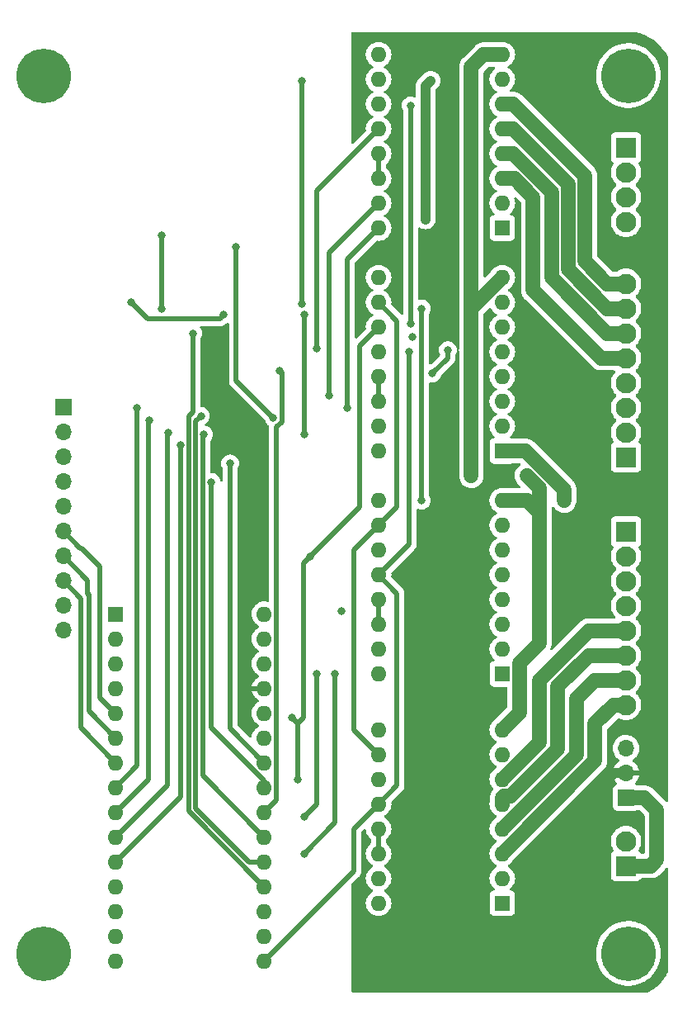
<source format=gbr>
%TF.GenerationSoftware,KiCad,Pcbnew,(6.0.4)*%
%TF.CreationDate,2023-07-24T12:38:11-04:00*%
%TF.ProjectId,BREAD_Slice,42524541-445f-4536-9c69-63652e6b6963,rev?*%
%TF.SameCoordinates,Original*%
%TF.FileFunction,Copper,L1,Top*%
%TF.FilePolarity,Positive*%
%FSLAX46Y46*%
G04 Gerber Fmt 4.6, Leading zero omitted, Abs format (unit mm)*
G04 Created by KiCad (PCBNEW (6.0.4)) date 2023-07-24 12:38:11*
%MOMM*%
%LPD*%
G01*
G04 APERTURE LIST*
%TA.AperFunction,ComponentPad*%
%ADD10C,5.600000*%
%TD*%
%TA.AperFunction,ComponentPad*%
%ADD11R,1.600000X1.600000*%
%TD*%
%TA.AperFunction,ComponentPad*%
%ADD12O,1.600000X1.600000*%
%TD*%
%TA.AperFunction,ComponentPad*%
%ADD13R,1.700000X1.700000*%
%TD*%
%TA.AperFunction,ComponentPad*%
%ADD14O,1.700000X1.700000*%
%TD*%
%TA.AperFunction,ComponentPad*%
%ADD15R,2.100000X2.100000*%
%TD*%
%TA.AperFunction,ComponentPad*%
%ADD16C,2.100000*%
%TD*%
%TA.AperFunction,ViaPad*%
%ADD17C,0.800000*%
%TD*%
%TA.AperFunction,Conductor*%
%ADD18C,1.500000*%
%TD*%
%TA.AperFunction,Conductor*%
%ADD19C,0.500000*%
%TD*%
%TA.AperFunction,Conductor*%
%ADD20C,1.000000*%
%TD*%
G04 APERTURE END LIST*
D10*
%TO.P,H1,1*%
%TO.N,N/C*%
X127600000Y-44800000D03*
%TD*%
%TO.P,H2,1*%
%TO.N,N/C*%
X187600000Y-44800000D03*
%TD*%
%TO.P,H3,1*%
%TO.N,N/C*%
X127600000Y-134800000D03*
%TD*%
%TO.P,H4,1*%
%TO.N,N/C*%
X187600000Y-134800000D03*
%TD*%
D11*
%TO.P,G1,1*%
%TO.N,Net-(G1-Pad1)*%
X135000000Y-100000000D03*
D12*
%TO.P,G1,2*%
%TO.N,Net-(G1-Pad2)*%
X135000000Y-102540000D03*
%TO.P,G1,3*%
%TO.N,Net-(G1-Pad3)*%
X135000000Y-105080000D03*
%TO.P,G1,4*%
%TO.N,GND*%
X135000000Y-107620000D03*
%TO.P,G1,5*%
%TO.N,/E_STOP*%
X135000000Y-110160000D03*
%TO.P,G1,6*%
%TO.N,/INT*%
X135000000Y-112700000D03*
%TO.P,G1,7*%
%TO.N,/SYNC*%
X135000000Y-115240000D03*
%TO.P,G1,8*%
%TO.N,/ST_1*%
X135000000Y-117780000D03*
%TO.P,G1,9*%
%TO.N,/DR_1*%
X135000000Y-120320000D03*
%TO.P,G1,10*%
%TO.N,/ST_2*%
X135000000Y-122860000D03*
%TO.P,G1,11*%
%TO.N,/DR_2*%
X135000000Y-125400000D03*
%TO.P,G1,12*%
%TO.N,/ST_3*%
X135000000Y-127940000D03*
%TO.P,G1,13*%
%TO.N,/DR_3*%
X135000000Y-130480000D03*
%TO.P,G1,14*%
%TO.N,/ST_4*%
X135000000Y-133020000D03*
%TO.P,G1,15*%
%TO.N,/DR_4*%
X135000000Y-135560000D03*
%TO.P,G1,16*%
%TO.N,/MS3*%
X150240000Y-135560000D03*
%TO.P,G1,17*%
%TO.N,Net-(G1-Pad17)*%
X150240000Y-133020000D03*
%TO.P,G1,18*%
%TO.N,Net-(G1-Pad18)*%
X150240000Y-130480000D03*
%TO.P,G1,19*%
%TO.N,/AG_1*%
X150240000Y-127940000D03*
%TO.P,G1,20*%
%TO.N,/AG_2*%
X150240000Y-125400000D03*
%TO.P,G1,21*%
%TO.N,/AG_3*%
X150240000Y-122860000D03*
%TO.P,G1,22*%
%TO.N,/AG_4*%
X150240000Y-120320000D03*
%TO.P,G1,23*%
%TO.N,/I2C_DAT*%
X150240000Y-117780000D03*
%TO.P,G1,24*%
%TO.N,/I2C_CLK*%
X150240000Y-115240000D03*
%TO.P,G1,25*%
%TO.N,/MS1*%
X150240000Y-112700000D03*
%TO.P,G1,26*%
%TO.N,/MS2*%
X150240000Y-110160000D03*
%TO.P,G1,27*%
%TO.N,+5V*%
X150240000Y-107620000D03*
%TO.P,G1,28*%
%TO.N,Net-(G1-Pad28)*%
X150240000Y-105080000D03*
%TO.P,G1,29*%
%TO.N,GND*%
X150240000Y-102540000D03*
%TO.P,G1,30*%
%TO.N,+12V*%
X150240000Y-100000000D03*
%TD*%
D13*
%TO.P,J1,1*%
%TO.N,GND*%
X129600000Y-78800000D03*
D14*
%TO.P,J1,2*%
%TO.N,+12V*%
X129600000Y-81340000D03*
%TO.P,J1,3*%
%TO.N,/I2C_CLK*%
X129600000Y-83880000D03*
%TO.P,J1,4*%
%TO.N,/I2C_DAT*%
X129600000Y-86420000D03*
%TO.P,J1,5*%
%TO.N,GND*%
X129600000Y-88960000D03*
%TO.P,J1,6*%
%TO.N,/E_STOP*%
X129600000Y-91500000D03*
%TO.P,J1,7*%
%TO.N,/INT*%
X129600000Y-94040000D03*
%TO.P,J1,8*%
%TO.N,/SYNC*%
X129600000Y-96580000D03*
%TO.P,J1,9*%
%TO.N,+12V*%
X129600000Y-99120000D03*
%TO.P,J1,10*%
%TO.N,GND*%
X129600000Y-101660000D03*
%TD*%
D11*
%TO.P,A1,1*%
%TO.N,GND*%
X174670000Y-60425000D03*
D12*
%TO.P,A1,2*%
%TO.N,+5V*%
X174670000Y-57885000D03*
%TO.P,A1,3*%
%TO.N,/1_1B*%
X174670000Y-55345000D03*
%TO.P,A1,4*%
%TO.N,/1_1A*%
X174670000Y-52805000D03*
%TO.P,A1,5*%
%TO.N,/1_2A*%
X174670000Y-50265000D03*
%TO.P,A1,6*%
%TO.N,/1_2B*%
X174670000Y-47725000D03*
%TO.P,A1,7*%
%TO.N,GND*%
X174670000Y-45185000D03*
%TO.P,A1,8*%
%TO.N,/M_POWER*%
X174670000Y-42645000D03*
%TO.P,A1,9*%
%TO.N,Net-(A1-Pad9)*%
X161970000Y-42645000D03*
%TO.P,A1,10*%
%TO.N,/MS1*%
X161970000Y-45185000D03*
%TO.P,A1,11*%
%TO.N,/MS2*%
X161970000Y-47725000D03*
%TO.P,A1,12*%
%TO.N,/MS3*%
X161970000Y-50265000D03*
%TO.P,A1,13*%
%TO.N,Net-(A1-Pad13)*%
X161970000Y-52805000D03*
%TO.P,A1,14*%
X161970000Y-55345000D03*
%TO.P,A1,15*%
%TO.N,/ST_1*%
X161970000Y-57885000D03*
%TO.P,A1,16*%
%TO.N,/DR_1*%
X161970000Y-60425000D03*
%TD*%
D11*
%TO.P,A2,1*%
%TO.N,GND*%
X174670000Y-83285000D03*
D12*
%TO.P,A2,2*%
%TO.N,+5V*%
X174670000Y-80745000D03*
%TO.P,A2,3*%
%TO.N,/2_1B*%
X174670000Y-78205000D03*
%TO.P,A2,4*%
%TO.N,/2_1A*%
X174670000Y-75665000D03*
%TO.P,A2,5*%
%TO.N,/2_2A*%
X174670000Y-73125000D03*
%TO.P,A2,6*%
%TO.N,/2_2B*%
X174670000Y-70585000D03*
%TO.P,A2,7*%
%TO.N,GND*%
X174670000Y-68045000D03*
%TO.P,A2,8*%
%TO.N,/M_POWER*%
X174670000Y-65505000D03*
%TO.P,A2,9*%
%TO.N,Net-(A2-Pad9)*%
X161970000Y-65505000D03*
%TO.P,A2,10*%
%TO.N,/MS1*%
X161970000Y-68045000D03*
%TO.P,A2,11*%
%TO.N,/MS2*%
X161970000Y-70585000D03*
%TO.P,A2,12*%
%TO.N,/MS3*%
X161970000Y-73125000D03*
%TO.P,A2,13*%
%TO.N,Net-(A2-Pad13)*%
X161970000Y-75665000D03*
%TO.P,A2,14*%
X161970000Y-78205000D03*
%TO.P,A2,15*%
%TO.N,/ST_2*%
X161970000Y-80745000D03*
%TO.P,A2,16*%
%TO.N,/DR_2*%
X161970000Y-83285000D03*
%TD*%
D11*
%TO.P,A3,1*%
%TO.N,GND*%
X174670000Y-106145000D03*
D12*
%TO.P,A3,2*%
%TO.N,+5V*%
X174670000Y-103605000D03*
%TO.P,A3,3*%
%TO.N,/3_1B*%
X174670000Y-101065000D03*
%TO.P,A3,4*%
%TO.N,/3_1A*%
X174670000Y-98525000D03*
%TO.P,A3,5*%
%TO.N,/3_2A*%
X174670000Y-95985000D03*
%TO.P,A3,6*%
%TO.N,/3_2B*%
X174670000Y-93445000D03*
%TO.P,A3,7*%
%TO.N,GND*%
X174670000Y-90905000D03*
%TO.P,A3,8*%
%TO.N,/M_POWER*%
X174670000Y-88365000D03*
%TO.P,A3,9*%
%TO.N,Net-(A3-Pad9)*%
X161970000Y-88365000D03*
%TO.P,A3,10*%
%TO.N,/MS1*%
X161970000Y-90905000D03*
%TO.P,A3,11*%
%TO.N,/MS2*%
X161970000Y-93445000D03*
%TO.P,A3,12*%
%TO.N,/MS3*%
X161970000Y-95985000D03*
%TO.P,A3,13*%
%TO.N,Net-(A3-Pad13)*%
X161970000Y-98525000D03*
%TO.P,A3,14*%
X161970000Y-101065000D03*
%TO.P,A3,15*%
%TO.N,/ST_3*%
X161970000Y-103605000D03*
%TO.P,A3,16*%
%TO.N,/DR_3*%
X161970000Y-106145000D03*
%TD*%
D11*
%TO.P,A4,1*%
%TO.N,GND*%
X174670000Y-129640000D03*
D12*
%TO.P,A4,2*%
%TO.N,+5V*%
X174670000Y-127100000D03*
%TO.P,A4,3*%
%TO.N,/4_1B*%
X174670000Y-124560000D03*
%TO.P,A4,4*%
%TO.N,/4_1A*%
X174670000Y-122020000D03*
%TO.P,A4,5*%
%TO.N,/4_2A*%
X174670000Y-119480000D03*
%TO.P,A4,6*%
%TO.N,/4_2B*%
X174670000Y-116940000D03*
%TO.P,A4,7*%
%TO.N,GND*%
X174670000Y-114400000D03*
%TO.P,A4,8*%
%TO.N,/M_POWER*%
X174670000Y-111860000D03*
%TO.P,A4,9*%
%TO.N,Net-(A4-Pad9)*%
X161970000Y-111860000D03*
%TO.P,A4,10*%
%TO.N,/MS1*%
X161970000Y-114400000D03*
%TO.P,A4,11*%
%TO.N,/MS2*%
X161970000Y-116940000D03*
%TO.P,A4,12*%
%TO.N,/MS3*%
X161970000Y-119480000D03*
%TO.P,A4,13*%
%TO.N,Net-(A4-Pad13)*%
X161970000Y-122020000D03*
%TO.P,A4,14*%
X161970000Y-124560000D03*
%TO.P,A4,15*%
%TO.N,/ST_4*%
X161970000Y-127100000D03*
%TO.P,A4,16*%
%TO.N,/DR_4*%
X161970000Y-129640000D03*
%TD*%
D15*
%TO.P,J2,1*%
%TO.N,/A_IN1*%
X187370000Y-52170000D03*
D16*
%TO.P,J2,2*%
%TO.N,/A_IN2*%
X187370000Y-54710000D03*
%TO.P,J2,3*%
%TO.N,/A_IN3*%
X187370000Y-57250000D03*
%TO.P,J2,4*%
%TO.N,/A_IN4*%
X187370000Y-59790000D03*
%TD*%
D15*
%TO.P,J3,1*%
%TO.N,/2_1B*%
X187370000Y-83920000D03*
D16*
%TO.P,J3,2*%
%TO.N,/2_1A*%
X187370000Y-81380000D03*
%TO.P,J3,3*%
%TO.N,/2_2A*%
X187370000Y-78840000D03*
%TO.P,J3,4*%
%TO.N,/2_2B*%
X187370000Y-76300000D03*
%TO.P,J3,5*%
%TO.N,/1_1B*%
X187370000Y-73760000D03*
%TO.P,J3,6*%
%TO.N,/1_1A*%
X187370000Y-71220000D03*
%TO.P,J3,7*%
%TO.N,/1_2A*%
X187370000Y-68680000D03*
%TO.P,J3,8*%
%TO.N,/1_2B*%
X187370000Y-66140000D03*
%TD*%
D15*
%TO.P,J4,1*%
%TO.N,/3_2B*%
X187370000Y-91540000D03*
D16*
%TO.P,J4,2*%
%TO.N,/3_2A*%
X187370000Y-94080000D03*
%TO.P,J4,3*%
%TO.N,/3_1A*%
X187370000Y-96620000D03*
%TO.P,J4,4*%
%TO.N,/3_1B*%
X187370000Y-99160000D03*
%TO.P,J4,5*%
%TO.N,/4_2B*%
X187370000Y-101700000D03*
%TO.P,J4,6*%
%TO.N,/4_2A*%
X187370000Y-104240000D03*
%TO.P,J4,7*%
%TO.N,/4_1A*%
X187370000Y-106780000D03*
%TO.P,J4,8*%
%TO.N,/4_1B*%
X187370000Y-109320000D03*
%TD*%
D13*
%TO.P,J5,1*%
%TO.N,Net-(C3-Pad1)*%
X187370000Y-118845000D03*
D14*
%TO.P,J5,2*%
%TO.N,+12V*%
X187370000Y-116305000D03*
%TO.P,J5,3*%
%TO.N,/M_POWER*%
X187370000Y-113765000D03*
%TD*%
D15*
%TO.P,J6,1*%
%TO.N,Net-(C3-Pad1)*%
X187370000Y-125830000D03*
D16*
%TO.P,J6,2*%
%TO.N,GND*%
X187370000Y-123290000D03*
%TD*%
D17*
%TO.N,GND*%
X181020000Y-88365000D03*
X166796000Y-59536000D03*
X167304000Y-45312000D03*
X169082000Y-72934500D03*
X167494500Y-75347500D03*
X165462500Y-71601000D03*
%TO.N,+5V*%
X145968000Y-75792000D03*
%TO.N,/I2C_CLK*%
X146730000Y-84555000D03*
%TO.N,/I2C_DAT*%
X144825000Y-86460000D03*
%TO.N,+12V*%
X165780000Y-101700000D03*
X158160000Y-99668000D03*
%TO.N,/DR_1*%
X158795000Y-78840000D03*
X138475000Y-80110000D03*
%TO.N,/ST_1*%
X137205000Y-78840000D03*
X156890000Y-77570000D03*
%TO.N,/MS3*%
X165145000Y-73125000D03*
X155620000Y-72744000D03*
%TO.N,/MS2*%
X153715000Y-116940000D03*
X165272000Y-47852000D03*
X165272000Y-70204000D03*
X154985000Y-94080000D03*
X153080000Y-110590000D03*
%TO.N,/MS1*%
X154096000Y-68172000D03*
X166415000Y-68680000D03*
X166415000Y-88365000D03*
X154096000Y-45312000D03*
%TO.N,/DR_2*%
X141650000Y-82650000D03*
%TO.N,/ST_2*%
X140380000Y-81380000D03*
%TO.N,/DR_3*%
X157525000Y-106145000D03*
X154350000Y-124560000D03*
%TO.N,/ST_3*%
X154350000Y-120750000D03*
X155620000Y-106145000D03*
%TO.N,/AG_1*%
X139745000Y-61188750D03*
X142920000Y-71220000D03*
X139745000Y-68680000D03*
%TO.N,/AG_2*%
X143728894Y-79690000D03*
X151175000Y-79895000D03*
X147365000Y-62330000D03*
%TO.N,/AG_3*%
X154350000Y-81595000D03*
X154350000Y-69315000D03*
X144050011Y-81595000D03*
X136570000Y-68045000D03*
X146095000Y-69315000D03*
%TO.N,/AG_4*%
X151810000Y-75030000D03*
%TO.N,/M_POWER*%
X171495000Y-85825000D03*
X177210000Y-85825000D03*
%TD*%
D18*
%TO.N,GND*%
X181020000Y-88365000D02*
X181020000Y-87230824D01*
D19*
X169082000Y-73760000D02*
X167494500Y-75347500D01*
D18*
X181020000Y-87230824D02*
X177074176Y-83285000D01*
X177074176Y-83285000D02*
X174670000Y-83285000D01*
D19*
X169082000Y-72934500D02*
X169082000Y-73760000D01*
D20*
X167304000Y-45312000D02*
X166796000Y-45820000D01*
X166796000Y-45820000D02*
X166796000Y-59536000D01*
D19*
%TO.N,Net-(A1-Pad13)*%
X161970000Y-52805000D02*
X161970000Y-55345000D01*
%TO.N,/I2C_CLK*%
X146730000Y-111730000D02*
X150240000Y-115240000D01*
X146730000Y-84555000D02*
X146730000Y-111730000D01*
%TO.N,/I2C_DAT*%
X144825000Y-111675002D02*
X150240000Y-117090002D01*
X150240000Y-117090002D02*
X150240000Y-117780000D01*
X144825000Y-86460000D02*
X144825000Y-111675002D01*
%TO.N,/SYNC*%
X131424990Y-98404990D02*
X129600000Y-96580000D01*
X131424990Y-111664990D02*
X131424990Y-98404990D01*
X135000000Y-115240000D02*
X131424990Y-111664990D01*
%TO.N,/E_STOP*%
X133395000Y-108555000D02*
X133395000Y-95142070D01*
X131337070Y-93237070D02*
X129600000Y-91500000D01*
X133395000Y-95142070D02*
X131490000Y-93237070D01*
X131490000Y-93237070D02*
X131337070Y-93237070D01*
X135000000Y-110160000D02*
X133395000Y-108555000D01*
D20*
%TO.N,+12V*%
X175940000Y-132688000D02*
X169844000Y-132688000D01*
X186167919Y-116305000D02*
X177972000Y-124500919D01*
X165780000Y-128624000D02*
X165780000Y-101700000D01*
X177972000Y-124500919D02*
X177972000Y-130656000D01*
X177972000Y-130656000D02*
X175940000Y-132688000D01*
X187370000Y-116305000D02*
X186167919Y-116305000D01*
X169844000Y-132688000D02*
X165780000Y-128624000D01*
D19*
%TO.N,/INT*%
X132125000Y-96565000D02*
X129600000Y-94040000D01*
X135000000Y-112700000D02*
X132255000Y-109955000D01*
X132255000Y-109955000D02*
X132255000Y-98020000D01*
X132255000Y-98020000D02*
X132125000Y-97890000D01*
X132125000Y-97890000D02*
X132125000Y-96565000D01*
%TO.N,/DR_1*%
X158795000Y-63600000D02*
X161970000Y-60425000D01*
X138380000Y-80205000D02*
X138475000Y-80110000D01*
X158795000Y-78840000D02*
X158795000Y-63600000D01*
X135000000Y-120320000D02*
X138380000Y-116940000D01*
X138380000Y-116940000D02*
X138380000Y-80205000D01*
%TO.N,/ST_1*%
X137205000Y-115575000D02*
X137205000Y-78840000D01*
X156890000Y-62965000D02*
X161970000Y-57885000D01*
X156890000Y-77570000D02*
X156890000Y-62965000D01*
X135000000Y-117780000D02*
X137205000Y-115575000D01*
D18*
%TO.N,/1_2B*%
X183150019Y-55073649D02*
X183150019Y-63825019D01*
X174670000Y-47725000D02*
X175801370Y-47725000D01*
X185465000Y-66140000D02*
X187370000Y-66140000D01*
X175801370Y-47725000D02*
X183150019Y-55073649D01*
X183150019Y-63825019D02*
X185465000Y-66140000D01*
%TO.N,/1_2A*%
X175801370Y-50265000D02*
X181450009Y-55913639D01*
X185465000Y-68680000D02*
X187370000Y-68680000D01*
X181450009Y-55913639D02*
X181450009Y-64665009D01*
X174670000Y-50265000D02*
X175801370Y-50265000D01*
X181450009Y-64665009D02*
X185465000Y-68680000D01*
D19*
%TO.N,/MS3*%
X165145000Y-92810000D02*
X165145000Y-73125000D01*
X161970000Y-95985000D02*
X165145000Y-92810000D01*
X150240000Y-135560000D02*
X159430000Y-126370000D01*
X159430000Y-122020000D02*
X161970000Y-119480000D01*
X161970000Y-119480000D02*
X163875000Y-117575000D01*
X163875000Y-117575000D02*
X163875000Y-97890000D01*
X163875000Y-97890000D02*
X161970000Y-95985000D01*
X155620000Y-72744000D02*
X155620000Y-56615000D01*
X155620000Y-56615000D02*
X161970000Y-50265000D01*
X159430000Y-126370000D02*
X159430000Y-122020000D01*
D18*
%TO.N,/1_1A*%
X185465000Y-71220000D02*
X187370000Y-71220000D01*
X179750000Y-65505000D02*
X185465000Y-71220000D01*
X175804176Y-52805000D02*
X179750000Y-56750824D01*
X179750000Y-56750824D02*
X179750000Y-65505000D01*
X174670000Y-52805000D02*
X175804176Y-52805000D01*
D19*
%TO.N,/MS2*%
X165272000Y-47852000D02*
X165272000Y-70204000D01*
X160065000Y-89000000D02*
X160065000Y-72490000D01*
X154280010Y-110659990D02*
X154280010Y-94784990D01*
X153080000Y-110590000D02*
X153715000Y-111225000D01*
X154280010Y-94784990D02*
X154985000Y-94080000D01*
X161970000Y-93445000D02*
X161680048Y-93734952D01*
X160065000Y-72490000D02*
X161970000Y-70585000D01*
X154985000Y-94080000D02*
X160065000Y-89000000D01*
X153715000Y-111225000D02*
X153715000Y-116940000D01*
X153715000Y-111225000D02*
X154280010Y-110659990D01*
D18*
%TO.N,/1_1B*%
X184830000Y-73760000D02*
X187370000Y-73760000D01*
X175940000Y-55345000D02*
X177845000Y-57250000D01*
X174670000Y-55345000D02*
X175940000Y-55345000D01*
X177845000Y-57250000D02*
X177845000Y-66775000D01*
X177845000Y-66775000D02*
X184830000Y-73760000D01*
D19*
%TO.N,/MS1*%
X154096000Y-45312000D02*
X154096000Y-68172000D01*
X159430000Y-93445000D02*
X161970000Y-90905000D01*
X163875000Y-89000000D02*
X163875000Y-69950000D01*
X166415000Y-88365000D02*
X166415000Y-68680000D01*
X159430000Y-111860000D02*
X159430000Y-93445000D01*
X161970000Y-90905000D02*
X163875000Y-89000000D01*
X161970000Y-114400000D02*
X159430000Y-111860000D01*
X163875000Y-69950000D02*
X161970000Y-68045000D01*
%TO.N,/DR_2*%
X135000000Y-125400000D02*
X141650000Y-118750000D01*
X141650000Y-118750000D02*
X141650000Y-82650000D01*
%TO.N,/ST_2*%
X140285000Y-81475000D02*
X140380000Y-81380000D01*
X140285000Y-117575000D02*
X140285000Y-81475000D01*
X135000000Y-122860000D02*
X140285000Y-117575000D01*
%TO.N,Net-(A2-Pad13)*%
X161970000Y-75665000D02*
X161970000Y-78205000D01*
%TO.N,/DR_3*%
X157525000Y-121385000D02*
X157525000Y-106145000D01*
X154350000Y-124560000D02*
X157525000Y-121385000D01*
%TO.N,/ST_3*%
X154350000Y-120750000D02*
X155620000Y-119480000D01*
X155620000Y-119480000D02*
X155620000Y-106145000D01*
%TO.N,Net-(A3-Pad13)*%
X161970000Y-98525000D02*
X161970000Y-101065000D01*
%TO.N,Net-(A4-Pad13)*%
X161970000Y-122020000D02*
X161970000Y-124560000D01*
D18*
%TO.N,/4_2B*%
X178480000Y-113130000D02*
X178480000Y-106780000D01*
X174670000Y-116940000D02*
X178480000Y-113130000D01*
X183560000Y-101700000D02*
X187370000Y-101700000D01*
X178480000Y-106780000D02*
X183560000Y-101700000D01*
%TO.N,/4_2A*%
X180385000Y-113815002D02*
X180385000Y-107415000D01*
X174824999Y-118690001D02*
X175510001Y-118690001D01*
X174670000Y-119480000D02*
X174670000Y-118845000D01*
X183560000Y-104240000D02*
X187370000Y-104240000D01*
X174670000Y-118845000D02*
X174824999Y-118690001D01*
X180385000Y-107415000D02*
X183560000Y-104240000D01*
X175510001Y-118690001D02*
X180385000Y-113815002D01*
%TO.N,/4_1A*%
X174670000Y-122020000D02*
X182290000Y-114400000D01*
X184195000Y-106780000D02*
X187370000Y-106780000D01*
X182290000Y-114400000D02*
X182290000Y-108685000D01*
X182290000Y-108685000D02*
X184195000Y-106780000D01*
%TO.N,/4_1B*%
X184195000Y-115035000D02*
X184195000Y-111225000D01*
X174670000Y-124560000D02*
X184195000Y-115035000D01*
X184195000Y-111225000D02*
X186100000Y-109320000D01*
X186100000Y-109320000D02*
X187370000Y-109320000D01*
D19*
%TO.N,/AG_1*%
X142500001Y-79690001D02*
X142920000Y-79270002D01*
X139745000Y-68680000D02*
X139745000Y-61695000D01*
X142500001Y-120200001D02*
X142500001Y-79690001D01*
X150240000Y-127940000D02*
X142500001Y-120200001D01*
X139745000Y-61695000D02*
X139745000Y-61188750D01*
X142920000Y-79270002D02*
X142920000Y-71220000D01*
%TO.N,/AG_2*%
X151175000Y-79895000D02*
X147365000Y-76085000D01*
X148689962Y-125400000D02*
X143200011Y-119910049D01*
X143200011Y-80218883D02*
X143728894Y-79690000D01*
X147365000Y-76085000D02*
X147365000Y-62330000D01*
X143200011Y-119910049D02*
X143200011Y-80218883D01*
X150240000Y-125400000D02*
X148689962Y-125400000D01*
%TO.N,/AG_3*%
X138239999Y-69714999D02*
X136570000Y-68045000D01*
X150240000Y-122860000D02*
X143900021Y-116520021D01*
X143900021Y-81744990D02*
X144050011Y-81595000D01*
X146095000Y-69315000D02*
X145695001Y-69714999D01*
X145695001Y-69714999D02*
X138239999Y-69714999D01*
X154350000Y-81595000D02*
X154350000Y-69315000D01*
X143900021Y-116520021D02*
X143900021Y-81744990D01*
%TO.N,/AG_4*%
X151490001Y-119069999D02*
X151490001Y-80838001D01*
X151490001Y-80838001D02*
X152025001Y-80303001D01*
X150240000Y-120320000D02*
X151490001Y-119069999D01*
X152025001Y-75245001D02*
X151810000Y-75030000D01*
X152025001Y-80303001D02*
X152025001Y-75245001D01*
D18*
%TO.N,/M_POWER*%
X171495000Y-68680000D02*
X171495000Y-43915000D01*
X171495000Y-68680000D02*
X174670000Y-65505000D01*
X171495000Y-43915000D02*
X172765000Y-42645000D01*
X178480000Y-89635000D02*
X178480000Y-87095000D01*
X178480000Y-102970000D02*
X178480000Y-89635000D01*
X176420001Y-105029999D02*
X178480000Y-102970000D01*
X174670000Y-111860000D02*
X176420001Y-110109999D01*
X171495000Y-85825000D02*
X171495000Y-68680000D01*
X176420001Y-110109999D02*
X176420001Y-105029999D01*
X178480000Y-89635000D02*
X177210000Y-88365000D01*
X172765000Y-42645000D02*
X174670000Y-42645000D01*
X178480000Y-87095000D02*
X177210000Y-85825000D01*
X177210000Y-88365000D02*
X174670000Y-88365000D01*
%TO.N,Net-(C3-Pad1)*%
X190545000Y-120115000D02*
X190545000Y-125205000D01*
X189275000Y-118845000D02*
X190545000Y-120115000D01*
X187370000Y-118845000D02*
X189275000Y-118845000D01*
X190545000Y-125205000D02*
X189920000Y-125830000D01*
X189920000Y-125830000D02*
X187370000Y-125830000D01*
%TD*%
%TA.AperFunction,Conductor*%
%TO.N,+12V*%
G36*
X187570018Y-40310000D02*
G01*
X187584851Y-40312310D01*
X187584855Y-40312310D01*
X187593724Y-40313691D01*
X187614183Y-40311016D01*
X187636007Y-40310072D01*
X187985965Y-40325352D01*
X187996913Y-40326310D01*
X188374498Y-40376019D01*
X188385307Y-40377926D01*
X188757114Y-40460353D01*
X188767731Y-40463198D01*
X189130939Y-40577718D01*
X189141254Y-40581471D01*
X189493123Y-40727220D01*
X189503067Y-40731858D01*
X189840867Y-40907705D01*
X189850387Y-40913201D01*
X190171574Y-41117820D01*
X190180578Y-41124124D01*
X190482716Y-41355962D01*
X190491137Y-41363028D01*
X190771914Y-41620314D01*
X190779686Y-41628086D01*
X191036972Y-41908863D01*
X191044038Y-41917284D01*
X191275876Y-42219422D01*
X191282180Y-42228426D01*
X191486799Y-42549613D01*
X191492294Y-42559132D01*
X191652877Y-42867607D01*
X191668138Y-42896924D01*
X191672785Y-42906889D01*
X191678410Y-42920470D01*
X191688000Y-42968685D01*
X191688000Y-119172490D01*
X191667998Y-119240611D01*
X191614342Y-119287104D01*
X191544068Y-119297208D01*
X191474315Y-119262974D01*
X191457420Y-119246601D01*
X191424777Y-119214968D01*
X191423367Y-119213579D01*
X190229525Y-118019737D01*
X190218657Y-118007346D01*
X190208533Y-117994152D01*
X190205123Y-117989708D01*
X190144826Y-117934842D01*
X190140531Y-117930743D01*
X190124590Y-117914802D01*
X190119059Y-117910177D01*
X190104577Y-117898068D01*
X190100602Y-117894600D01*
X190043112Y-117842288D01*
X190043103Y-117842281D01*
X190038964Y-117838515D01*
X190023773Y-117828986D01*
X190009907Y-117818911D01*
X190000451Y-117811004D01*
X190000441Y-117810997D01*
X189996146Y-117807406D01*
X189923752Y-117766113D01*
X189919232Y-117763408D01*
X189908544Y-117756703D01*
X189889203Y-117744571D01*
X189853404Y-117722114D01*
X189853401Y-117722112D01*
X189848656Y-117719136D01*
X189843451Y-117717043D01*
X189843448Y-117717042D01*
X189832021Y-117712448D01*
X189816589Y-117704988D01*
X189805881Y-117698880D01*
X189805872Y-117698876D01*
X189801007Y-117696101D01*
X189795730Y-117694232D01*
X189795725Y-117694230D01*
X189722458Y-117668285D01*
X189717522Y-117666420D01*
X189645416Y-117637434D01*
X189640217Y-117635344D01*
X189634730Y-117634208D01*
X189634728Y-117634207D01*
X189625330Y-117632261D01*
X189622650Y-117631706D01*
X189606156Y-117627101D01*
X189589241Y-117621111D01*
X189506990Y-117607641D01*
X189501820Y-117606683D01*
X189420233Y-117589787D01*
X189415621Y-117589521D01*
X189415620Y-117589521D01*
X189392452Y-117588185D01*
X189379347Y-117586738D01*
X189373090Y-117585714D01*
X189373086Y-117585714D01*
X189367543Y-117584806D01*
X189361930Y-117584894D01*
X189361928Y-117584894D01*
X189260736Y-117586484D01*
X189258757Y-117586500D01*
X188564874Y-117586500D01*
X188496753Y-117566498D01*
X188489327Y-117561339D01*
X188466705Y-117544385D01*
X188347687Y-117499767D01*
X188290923Y-117457125D01*
X188266223Y-117390564D01*
X188281430Y-117321215D01*
X188302977Y-117292535D01*
X188404052Y-117191812D01*
X188410730Y-117183965D01*
X188535003Y-117011020D01*
X188540313Y-117002183D01*
X188634670Y-116811267D01*
X188638469Y-116801672D01*
X188700377Y-116597910D01*
X188702555Y-116587837D01*
X188703986Y-116576962D01*
X188701775Y-116562778D01*
X188688617Y-116559000D01*
X186053225Y-116559000D01*
X186039694Y-116562973D01*
X186038257Y-116572966D01*
X186068565Y-116707446D01*
X186071645Y-116717275D01*
X186151770Y-116914603D01*
X186156413Y-116923794D01*
X186267694Y-117105388D01*
X186273777Y-117113699D01*
X186413213Y-117274667D01*
X186420577Y-117281879D01*
X186425522Y-117285985D01*
X186465156Y-117344889D01*
X186466653Y-117415870D01*
X186429537Y-117476392D01*
X186389264Y-117500910D01*
X186281705Y-117541232D01*
X186281704Y-117541233D01*
X186273295Y-117544385D01*
X186156739Y-117631739D01*
X186069385Y-117748295D01*
X186018255Y-117884684D01*
X186011500Y-117946866D01*
X186011500Y-119743134D01*
X186018255Y-119805316D01*
X186069385Y-119941705D01*
X186156739Y-120058261D01*
X186273295Y-120145615D01*
X186409684Y-120196745D01*
X186471866Y-120203500D01*
X188268134Y-120203500D01*
X188330316Y-120196745D01*
X188466705Y-120145615D01*
X188489311Y-120128673D01*
X188555815Y-120103826D01*
X188564874Y-120103500D01*
X188701522Y-120103500D01*
X188769643Y-120123502D01*
X188790618Y-120140405D01*
X189249596Y-120599384D01*
X189283621Y-120661696D01*
X189286500Y-120688479D01*
X189286500Y-124445500D01*
X189266498Y-124513621D01*
X189212842Y-124560114D01*
X189160500Y-124571500D01*
X188962275Y-124571500D01*
X188894154Y-124551498D01*
X188861449Y-124521065D01*
X188788642Y-124423919D01*
X188783261Y-124416739D01*
X188686035Y-124343872D01*
X188643521Y-124287012D01*
X188638496Y-124216194D01*
X188654168Y-124177212D01*
X188697944Y-124105775D01*
X188762927Y-123999732D01*
X188856805Y-123773092D01*
X188876649Y-123690437D01*
X188912917Y-123539370D01*
X188912918Y-123539364D01*
X188914072Y-123534557D01*
X188933319Y-123290000D01*
X188914072Y-123045443D01*
X188910211Y-123029357D01*
X188871519Y-122868197D01*
X188856805Y-122806908D01*
X188762927Y-122580268D01*
X188634752Y-122371104D01*
X188571697Y-122297276D01*
X188478641Y-122188323D01*
X188475433Y-122184567D01*
X188356756Y-122083206D01*
X188292663Y-122028465D01*
X188292660Y-122028463D01*
X188288896Y-122025248D01*
X188284673Y-122022660D01*
X188284670Y-122022658D01*
X188169553Y-121952115D01*
X188079732Y-121897073D01*
X187935033Y-121837136D01*
X187857665Y-121805089D01*
X187857663Y-121805088D01*
X187853092Y-121803195D01*
X187752104Y-121778950D01*
X187619370Y-121747083D01*
X187619364Y-121747082D01*
X187614557Y-121745928D01*
X187370000Y-121726681D01*
X187125443Y-121745928D01*
X187120636Y-121747082D01*
X187120630Y-121747083D01*
X186987896Y-121778950D01*
X186886908Y-121803195D01*
X186882337Y-121805088D01*
X186882335Y-121805089D01*
X186804967Y-121837136D01*
X186660268Y-121897073D01*
X186570447Y-121952115D01*
X186455330Y-122022658D01*
X186455327Y-122022660D01*
X186451104Y-122025248D01*
X186447340Y-122028463D01*
X186447337Y-122028465D01*
X186383244Y-122083206D01*
X186264567Y-122184567D01*
X186261359Y-122188323D01*
X186168304Y-122297276D01*
X186105248Y-122371104D01*
X185977073Y-122580268D01*
X185883195Y-122806908D01*
X185868481Y-122868197D01*
X185829790Y-123029357D01*
X185825928Y-123045443D01*
X185806681Y-123290000D01*
X185825928Y-123534557D01*
X185827082Y-123539364D01*
X185827083Y-123539370D01*
X185863351Y-123690437D01*
X185883195Y-123773092D01*
X185977073Y-123999732D01*
X186042056Y-124105775D01*
X186085832Y-124177212D01*
X186104370Y-124245745D01*
X186082913Y-124313422D01*
X186053965Y-124343872D01*
X185956739Y-124416739D01*
X185869385Y-124533295D01*
X185818255Y-124669684D01*
X185811500Y-124731866D01*
X185811500Y-126928134D01*
X185818255Y-126990316D01*
X185869385Y-127126705D01*
X185956739Y-127243261D01*
X186073295Y-127330615D01*
X186209684Y-127381745D01*
X186271866Y-127388500D01*
X188468134Y-127388500D01*
X188530316Y-127381745D01*
X188666705Y-127330615D01*
X188783261Y-127243261D01*
X188861449Y-127138935D01*
X188918308Y-127096420D01*
X188962275Y-127088500D01*
X189828604Y-127088500D01*
X189845051Y-127089578D01*
X189861516Y-127091746D01*
X189861520Y-127091746D01*
X189867086Y-127092479D01*
X189948489Y-127088640D01*
X189954424Y-127088500D01*
X189976999Y-127088500D01*
X190002989Y-127086181D01*
X190008248Y-127085822D01*
X190091488Y-127081896D01*
X190096947Y-127080646D01*
X190096952Y-127080645D01*
X190108970Y-127077892D01*
X190125899Y-127075211D01*
X190143762Y-127073617D01*
X190149178Y-127072135D01*
X190149180Y-127072135D01*
X190224133Y-127051630D01*
X190229251Y-127050344D01*
X190305000Y-127032995D01*
X190305002Y-127032994D01*
X190310470Y-127031742D01*
X190320970Y-127027263D01*
X190326967Y-127024706D01*
X190343142Y-127019073D01*
X190355039Y-127015818D01*
X190355043Y-127015817D01*
X190360451Y-127014337D01*
X190435667Y-126978461D01*
X190440476Y-126976290D01*
X190511949Y-126945804D01*
X190511950Y-126945804D01*
X190517109Y-126943603D01*
X190532110Y-126933749D01*
X190547025Y-126925346D01*
X190563218Y-126917622D01*
X190567769Y-126914352D01*
X190567772Y-126914350D01*
X190614578Y-126880716D01*
X190630892Y-126868994D01*
X190635232Y-126866011D01*
X190701010Y-126822804D01*
X190701018Y-126822798D01*
X190704874Y-126820265D01*
X190725662Y-126801743D01*
X190735939Y-126793510D01*
X190745654Y-126786529D01*
X190820029Y-126709780D01*
X190821418Y-126708369D01*
X191370270Y-126159518D01*
X191382654Y-126148657D01*
X191400292Y-126135123D01*
X191404063Y-126130978D01*
X191404067Y-126130975D01*
X191455149Y-126074836D01*
X191459247Y-126070541D01*
X191472905Y-126056883D01*
X191535217Y-126022857D01*
X191606032Y-126027922D01*
X191662868Y-126070469D01*
X191687679Y-126136989D01*
X191688000Y-126145978D01*
X191688000Y-136631315D01*
X191678410Y-136679530D01*
X191672785Y-136693111D01*
X191668142Y-136703067D01*
X191605075Y-136824218D01*
X191492295Y-137040867D01*
X191486799Y-137050387D01*
X191282180Y-137371574D01*
X191275876Y-137380578D01*
X191044038Y-137682716D01*
X191036972Y-137691137D01*
X190779686Y-137971914D01*
X190771914Y-137979686D01*
X190491137Y-138236972D01*
X190482716Y-138244038D01*
X190180578Y-138475876D01*
X190171574Y-138482180D01*
X189850387Y-138686799D01*
X189840867Y-138692295D01*
X189692052Y-138769763D01*
X189633872Y-138784000D01*
X159302000Y-138784000D01*
X159233879Y-138763998D01*
X159187386Y-138710342D01*
X159176000Y-138658000D01*
X159176000Y-134788434D01*
X184286661Y-134788434D01*
X184304792Y-135146340D01*
X184305329Y-135149695D01*
X184305330Y-135149701D01*
X184310316Y-135180828D01*
X184361470Y-135500195D01*
X184456033Y-135845859D01*
X184587374Y-136179288D01*
X184753957Y-136496582D01*
X184755858Y-136499411D01*
X184755864Y-136499421D01*
X184892716Y-136703076D01*
X184953834Y-136794029D01*
X185184665Y-137068150D01*
X185443751Y-137315738D01*
X185728061Y-137533897D01*
X185760056Y-137553350D01*
X186031355Y-137718303D01*
X186031360Y-137718306D01*
X186034270Y-137720075D01*
X186037358Y-137721521D01*
X186037357Y-137721521D01*
X186355710Y-137870649D01*
X186355720Y-137870653D01*
X186358794Y-137872093D01*
X186362012Y-137873195D01*
X186362015Y-137873196D01*
X186694615Y-137987071D01*
X186694623Y-137987073D01*
X186697838Y-137988174D01*
X187047435Y-138066959D01*
X187099728Y-138072917D01*
X187400114Y-138107142D01*
X187400122Y-138107142D01*
X187403497Y-138107527D01*
X187406901Y-138107545D01*
X187406904Y-138107545D01*
X187601227Y-138108562D01*
X187761857Y-138109403D01*
X187765243Y-138109053D01*
X187765245Y-138109053D01*
X188114932Y-138072917D01*
X188114941Y-138072916D01*
X188118324Y-138072566D01*
X188121657Y-138071852D01*
X188121660Y-138071851D01*
X188294186Y-138034864D01*
X188468727Y-137997446D01*
X188808968Y-137884922D01*
X189135066Y-137736311D01*
X189229052Y-137680506D01*
X189440262Y-137555099D01*
X189440267Y-137555096D01*
X189443207Y-137553350D01*
X189729786Y-137338180D01*
X189991451Y-137093319D01*
X190225140Y-136821630D01*
X190355940Y-136631315D01*
X190426190Y-136529101D01*
X190426195Y-136529094D01*
X190428120Y-136526292D01*
X190429732Y-136523298D01*
X190429737Y-136523290D01*
X190553894Y-136292705D01*
X190598017Y-136210760D01*
X190732842Y-135878724D01*
X190743142Y-135842568D01*
X190817953Y-135579941D01*
X190831020Y-135534070D01*
X190891401Y-135180828D01*
X190892754Y-135158716D01*
X190913168Y-134824928D01*
X190913278Y-134823131D01*
X190913359Y-134800000D01*
X190893979Y-134442159D01*
X190836066Y-134088505D01*
X190740297Y-133743173D01*
X190737243Y-133735497D01*
X190609052Y-133413369D01*
X190607793Y-133410205D01*
X190577768Y-133353498D01*
X190441702Y-133096513D01*
X190441698Y-133096506D01*
X190440103Y-133093494D01*
X190239190Y-132796746D01*
X190007403Y-132523432D01*
X189747454Y-132276750D01*
X189462384Y-132059585D01*
X189459472Y-132057828D01*
X189459467Y-132057825D01*
X189158443Y-131876236D01*
X189158437Y-131876233D01*
X189155528Y-131874478D01*
X188830475Y-131723593D01*
X188660752Y-131666145D01*
X188494255Y-131609789D01*
X188494250Y-131609788D01*
X188491028Y-131608697D01*
X188292681Y-131564724D01*
X188144493Y-131531871D01*
X188144487Y-131531870D01*
X188141158Y-131531132D01*
X188137769Y-131530758D01*
X188137764Y-131530757D01*
X187788338Y-131492180D01*
X187788333Y-131492180D01*
X187784957Y-131491807D01*
X187781558Y-131491801D01*
X187781557Y-131491801D01*
X187612080Y-131491505D01*
X187426592Y-131491182D01*
X187313413Y-131503277D01*
X187073639Y-131528901D01*
X187073631Y-131528902D01*
X187070256Y-131529263D01*
X186720117Y-131605606D01*
X186380271Y-131719317D01*
X186377178Y-131720739D01*
X186377177Y-131720740D01*
X186370974Y-131723593D01*
X186054694Y-131869066D01*
X185747193Y-132053101D01*
X185744467Y-132055163D01*
X185744465Y-132055164D01*
X185738620Y-132059585D01*
X185461367Y-132269270D01*
X185200559Y-132515043D01*
X184967819Y-132787546D01*
X184965900Y-132790358D01*
X184965897Y-132790363D01*
X184872624Y-132927097D01*
X184765871Y-133083591D01*
X184597077Y-133399714D01*
X184463411Y-133732218D01*
X184462491Y-133735492D01*
X184462489Y-133735497D01*
X184460332Y-133743173D01*
X184366437Y-134077213D01*
X184365875Y-134080570D01*
X184365875Y-134080571D01*
X184330509Y-134291914D01*
X184307290Y-134430663D01*
X184286661Y-134788434D01*
X159176000Y-134788434D01*
X159176000Y-127748871D01*
X159196002Y-127680750D01*
X159212905Y-127659776D01*
X159918911Y-126953770D01*
X159933323Y-126941384D01*
X159944918Y-126932851D01*
X159944923Y-126932846D01*
X159950818Y-126928508D01*
X159955557Y-126922930D01*
X159955560Y-126922927D01*
X159985035Y-126888232D01*
X159991965Y-126880716D01*
X159997661Y-126875020D01*
X159999924Y-126872159D01*
X159999929Y-126872154D01*
X160015285Y-126852744D01*
X160018074Y-126849342D01*
X160060596Y-126799291D01*
X160060597Y-126799290D01*
X160065333Y-126793715D01*
X160068661Y-126787198D01*
X160072027Y-126782150D01*
X160075190Y-126777028D01*
X160079735Y-126771284D01*
X160110664Y-126705105D01*
X160112563Y-126701221D01*
X160145769Y-126636192D01*
X160147510Y-126629077D01*
X160149613Y-126623422D01*
X160151522Y-126617683D01*
X160154622Y-126611050D01*
X160169491Y-126539565D01*
X160170461Y-126535282D01*
X160186473Y-126469844D01*
X160187808Y-126464390D01*
X160188500Y-126453236D01*
X160188535Y-126453238D01*
X160188775Y-126449266D01*
X160189152Y-126445045D01*
X160190641Y-126437885D01*
X160188546Y-126360458D01*
X160188500Y-126357050D01*
X160188500Y-122386371D01*
X160208502Y-122318250D01*
X160225405Y-122297276D01*
X160453061Y-122069620D01*
X160515373Y-122035594D01*
X160586188Y-122040659D01*
X160643024Y-122083206D01*
X160667677Y-122147733D01*
X160676457Y-122248087D01*
X160677881Y-122253400D01*
X160677881Y-122253402D01*
X160709420Y-122371104D01*
X160735716Y-122469243D01*
X160738039Y-122474224D01*
X160738039Y-122474225D01*
X160830151Y-122671762D01*
X160830154Y-122671767D01*
X160832477Y-122676749D01*
X160835634Y-122681257D01*
X160923616Y-122806908D01*
X160963802Y-122864300D01*
X161125700Y-123026198D01*
X161157771Y-123048655D01*
X161202099Y-123104110D01*
X161211500Y-123151867D01*
X161211500Y-123428133D01*
X161191498Y-123496254D01*
X161157772Y-123531345D01*
X161125700Y-123553802D01*
X160963802Y-123715700D01*
X160960645Y-123720208D01*
X160960643Y-123720211D01*
X160905902Y-123798389D01*
X160832477Y-123903251D01*
X160830154Y-123908233D01*
X160830151Y-123908238D01*
X160789619Y-123995161D01*
X160735716Y-124110757D01*
X160734294Y-124116065D01*
X160734293Y-124116067D01*
X160707464Y-124216194D01*
X160676457Y-124331913D01*
X160656502Y-124560000D01*
X160676457Y-124788087D01*
X160735716Y-125009243D01*
X160738039Y-125014224D01*
X160738039Y-125014225D01*
X160830151Y-125211762D01*
X160830154Y-125211767D01*
X160832477Y-125216749D01*
X160963802Y-125404300D01*
X161125700Y-125566198D01*
X161130208Y-125569355D01*
X161130211Y-125569357D01*
X161208389Y-125624098D01*
X161313251Y-125697523D01*
X161318233Y-125699846D01*
X161318238Y-125699849D01*
X161352457Y-125715805D01*
X161405742Y-125762722D01*
X161425203Y-125830999D01*
X161404661Y-125898959D01*
X161352457Y-125944195D01*
X161318238Y-125960151D01*
X161318233Y-125960154D01*
X161313251Y-125962477D01*
X161303987Y-125968964D01*
X161130211Y-126090643D01*
X161130208Y-126090645D01*
X161125700Y-126093802D01*
X160963802Y-126255700D01*
X160832477Y-126443251D01*
X160830154Y-126448233D01*
X160830151Y-126448238D01*
X160748575Y-126623180D01*
X160735716Y-126650757D01*
X160734294Y-126656065D01*
X160734293Y-126656067D01*
X160697466Y-126793506D01*
X160676457Y-126871913D01*
X160656502Y-127100000D01*
X160676457Y-127328087D01*
X160735716Y-127549243D01*
X160738039Y-127554224D01*
X160738039Y-127554225D01*
X160830151Y-127751762D01*
X160830154Y-127751767D01*
X160832477Y-127756749D01*
X160963802Y-127944300D01*
X161125700Y-128106198D01*
X161130208Y-128109355D01*
X161130211Y-128109357D01*
X161144711Y-128119510D01*
X161313251Y-128237523D01*
X161318233Y-128239846D01*
X161318238Y-128239849D01*
X161352457Y-128255805D01*
X161405742Y-128302722D01*
X161425203Y-128370999D01*
X161404661Y-128438959D01*
X161352457Y-128484195D01*
X161318238Y-128500151D01*
X161318233Y-128500154D01*
X161313251Y-128502477D01*
X161208389Y-128575902D01*
X161130211Y-128630643D01*
X161130208Y-128630645D01*
X161125700Y-128633802D01*
X160963802Y-128795700D01*
X160832477Y-128983251D01*
X160830154Y-128988233D01*
X160830151Y-128988238D01*
X160738039Y-129185775D01*
X160735716Y-129190757D01*
X160676457Y-129411913D01*
X160656502Y-129640000D01*
X160676457Y-129868087D01*
X160735716Y-130089243D01*
X160738039Y-130094224D01*
X160738039Y-130094225D01*
X160830151Y-130291762D01*
X160830154Y-130291767D01*
X160832477Y-130296749D01*
X160963802Y-130484300D01*
X161125700Y-130646198D01*
X161130208Y-130649355D01*
X161130211Y-130649357D01*
X161171542Y-130678297D01*
X161313251Y-130777523D01*
X161318233Y-130779846D01*
X161318238Y-130779849D01*
X161515775Y-130871961D01*
X161520757Y-130874284D01*
X161526065Y-130875706D01*
X161526067Y-130875707D01*
X161736598Y-130932119D01*
X161736600Y-130932119D01*
X161741913Y-130933543D01*
X161970000Y-130953498D01*
X162198087Y-130933543D01*
X162203400Y-130932119D01*
X162203402Y-130932119D01*
X162413933Y-130875707D01*
X162413935Y-130875706D01*
X162419243Y-130874284D01*
X162424225Y-130871961D01*
X162621762Y-130779849D01*
X162621767Y-130779846D01*
X162626749Y-130777523D01*
X162768458Y-130678297D01*
X162809789Y-130649357D01*
X162809792Y-130649355D01*
X162814300Y-130646198D01*
X162976198Y-130484300D01*
X163107523Y-130296749D01*
X163109846Y-130291767D01*
X163109849Y-130291762D01*
X163201961Y-130094225D01*
X163201961Y-130094224D01*
X163204284Y-130089243D01*
X163263543Y-129868087D01*
X163283498Y-129640000D01*
X163263543Y-129411913D01*
X163204284Y-129190757D01*
X163201961Y-129185775D01*
X163109849Y-128988238D01*
X163109846Y-128988233D01*
X163107523Y-128983251D01*
X162976198Y-128795700D01*
X162814300Y-128633802D01*
X162809792Y-128630645D01*
X162809789Y-128630643D01*
X162731611Y-128575902D01*
X162626749Y-128502477D01*
X162621767Y-128500154D01*
X162621762Y-128500151D01*
X162587543Y-128484195D01*
X162534258Y-128437278D01*
X162514797Y-128369001D01*
X162535339Y-128301041D01*
X162587543Y-128255805D01*
X162621762Y-128239849D01*
X162621767Y-128239846D01*
X162626749Y-128237523D01*
X162795289Y-128119510D01*
X162809789Y-128109357D01*
X162809792Y-128109355D01*
X162814300Y-128106198D01*
X162976198Y-127944300D01*
X163107523Y-127756749D01*
X163109846Y-127751767D01*
X163109849Y-127751762D01*
X163201961Y-127554225D01*
X163201961Y-127554224D01*
X163204284Y-127549243D01*
X163263543Y-127328087D01*
X163283498Y-127100000D01*
X163263543Y-126871913D01*
X163242534Y-126793506D01*
X163205707Y-126656067D01*
X163205706Y-126656065D01*
X163204284Y-126650757D01*
X163191425Y-126623180D01*
X163109849Y-126448238D01*
X163109846Y-126448233D01*
X163107523Y-126443251D01*
X162976198Y-126255700D01*
X162814300Y-126093802D01*
X162809792Y-126090645D01*
X162809789Y-126090643D01*
X162636013Y-125968964D01*
X162626749Y-125962477D01*
X162621767Y-125960154D01*
X162621762Y-125960151D01*
X162587543Y-125944195D01*
X162534258Y-125897278D01*
X162514797Y-125829001D01*
X162535339Y-125761041D01*
X162587543Y-125715805D01*
X162621762Y-125699849D01*
X162621767Y-125699846D01*
X162626749Y-125697523D01*
X162731611Y-125624098D01*
X162809789Y-125569357D01*
X162809792Y-125569355D01*
X162814300Y-125566198D01*
X162976198Y-125404300D01*
X163107523Y-125216749D01*
X163109846Y-125211767D01*
X163109849Y-125211762D01*
X163201961Y-125014225D01*
X163201961Y-125014224D01*
X163204284Y-125009243D01*
X163263543Y-124788087D01*
X163283498Y-124560000D01*
X163263543Y-124331913D01*
X163232536Y-124216194D01*
X163205707Y-124116067D01*
X163205706Y-124116065D01*
X163204284Y-124110757D01*
X163150381Y-123995161D01*
X163109849Y-123908238D01*
X163109846Y-123908233D01*
X163107523Y-123903251D01*
X163034098Y-123798389D01*
X162979357Y-123720211D01*
X162979355Y-123720208D01*
X162976198Y-123715700D01*
X162814300Y-123553802D01*
X162782229Y-123531345D01*
X162737901Y-123475890D01*
X162728500Y-123428133D01*
X162728500Y-123151867D01*
X162748502Y-123083746D01*
X162782228Y-123048655D01*
X162814300Y-123026198D01*
X162976198Y-122864300D01*
X163016385Y-122806908D01*
X163104366Y-122681257D01*
X163107523Y-122676749D01*
X163109846Y-122671767D01*
X163109849Y-122671762D01*
X163201961Y-122474225D01*
X163201961Y-122474224D01*
X163204284Y-122469243D01*
X163230581Y-122371104D01*
X163262119Y-122253402D01*
X163262119Y-122253400D01*
X163263543Y-122248087D01*
X163283498Y-122020000D01*
X163263543Y-121791913D01*
X163204284Y-121570757D01*
X163189467Y-121538982D01*
X163109849Y-121368238D01*
X163109846Y-121368233D01*
X163107523Y-121363251D01*
X162976198Y-121175700D01*
X162814300Y-121013802D01*
X162809792Y-121010645D01*
X162809789Y-121010643D01*
X162731611Y-120955902D01*
X162626749Y-120882477D01*
X162621767Y-120880154D01*
X162621762Y-120880151D01*
X162587543Y-120864195D01*
X162534258Y-120817278D01*
X162514797Y-120749001D01*
X162535339Y-120681041D01*
X162587543Y-120635805D01*
X162621762Y-120619849D01*
X162621767Y-120619846D01*
X162626749Y-120617523D01*
X162731611Y-120544098D01*
X162809789Y-120489357D01*
X162809792Y-120489355D01*
X162814300Y-120486198D01*
X162976198Y-120324300D01*
X163107523Y-120136749D01*
X163109846Y-120131767D01*
X163109849Y-120131762D01*
X163201961Y-119934225D01*
X163201961Y-119934224D01*
X163204284Y-119929243D01*
X163214468Y-119891238D01*
X163262119Y-119713402D01*
X163262119Y-119713400D01*
X163263543Y-119708087D01*
X163283498Y-119480000D01*
X163269245Y-119317086D01*
X163283234Y-119247481D01*
X163305671Y-119217009D01*
X164363907Y-118158773D01*
X164378319Y-118146387D01*
X164389917Y-118137851D01*
X164389919Y-118137850D01*
X164395818Y-118133508D01*
X164400557Y-118127930D01*
X164400560Y-118127927D01*
X164430041Y-118093225D01*
X164436971Y-118085709D01*
X164442660Y-118080020D01*
X164444918Y-118077166D01*
X164444927Y-118077156D01*
X164460274Y-118057758D01*
X164463062Y-118054358D01*
X164505595Y-118004293D01*
X164505598Y-118004289D01*
X164510333Y-117998715D01*
X164513660Y-117992200D01*
X164517019Y-117987163D01*
X164520192Y-117982025D01*
X164524734Y-117976284D01*
X164555655Y-117910125D01*
X164557561Y-117906225D01*
X164564549Y-117892540D01*
X164590769Y-117841192D01*
X164592508Y-117834083D01*
X164594604Y-117828449D01*
X164596523Y-117822679D01*
X164599622Y-117816050D01*
X164601998Y-117804631D01*
X164614490Y-117744571D01*
X164615461Y-117740282D01*
X164619907Y-117722114D01*
X164632808Y-117669390D01*
X164633500Y-117658236D01*
X164633535Y-117658238D01*
X164633775Y-117654266D01*
X164634152Y-117650045D01*
X164635641Y-117642885D01*
X164633546Y-117565458D01*
X164633500Y-117562050D01*
X164633500Y-97957070D01*
X164634933Y-97938120D01*
X164637099Y-97923885D01*
X164637099Y-97923881D01*
X164638199Y-97916651D01*
X164635605Y-97884752D01*
X164633915Y-97863982D01*
X164633500Y-97853767D01*
X164633500Y-97845707D01*
X164630209Y-97817480D01*
X164629778Y-97813121D01*
X164624453Y-97747660D01*
X164623860Y-97740364D01*
X164621605Y-97733403D01*
X164620418Y-97727463D01*
X164619029Y-97721588D01*
X164618182Y-97714319D01*
X164593264Y-97645670D01*
X164591847Y-97641542D01*
X164571607Y-97579064D01*
X164571606Y-97579062D01*
X164569351Y-97572101D01*
X164565555Y-97565846D01*
X164563049Y-97560372D01*
X164560330Y-97554942D01*
X164557833Y-97548063D01*
X164549052Y-97534670D01*
X164517814Y-97487024D01*
X164515467Y-97483305D01*
X164477595Y-97420893D01*
X164470197Y-97412516D01*
X164470224Y-97412492D01*
X164467571Y-97409500D01*
X164464868Y-97406267D01*
X164460856Y-97400148D01*
X164404617Y-97346872D01*
X164402175Y-97344494D01*
X163305671Y-96247990D01*
X163271645Y-96185678D01*
X163269245Y-96147913D01*
X163283019Y-95990475D01*
X163283498Y-95985000D01*
X163269245Y-95822087D01*
X163283234Y-95752482D01*
X163305671Y-95722010D01*
X165633911Y-93393770D01*
X165648323Y-93381384D01*
X165659918Y-93372851D01*
X165659923Y-93372846D01*
X165665818Y-93368508D01*
X165670557Y-93362930D01*
X165670560Y-93362927D01*
X165700035Y-93328232D01*
X165706965Y-93320716D01*
X165712660Y-93315021D01*
X165730281Y-93292749D01*
X165733072Y-93289345D01*
X165775591Y-93239297D01*
X165775592Y-93239295D01*
X165780333Y-93233715D01*
X165783661Y-93227199D01*
X165787028Y-93222150D01*
X165790195Y-93217021D01*
X165794734Y-93211284D01*
X165825655Y-93145125D01*
X165827561Y-93141225D01*
X165860769Y-93076192D01*
X165862508Y-93069084D01*
X165864607Y-93063441D01*
X165866524Y-93057678D01*
X165869622Y-93051050D01*
X165871148Y-93043716D01*
X165884486Y-92979588D01*
X165885457Y-92975299D01*
X165889533Y-92958640D01*
X165902808Y-92904390D01*
X165903500Y-92893236D01*
X165903536Y-92893238D01*
X165903775Y-92889245D01*
X165904149Y-92885053D01*
X165905640Y-92877885D01*
X165903546Y-92800479D01*
X165903500Y-92797072D01*
X165903500Y-89325766D01*
X165923502Y-89257645D01*
X165977158Y-89211152D01*
X166047432Y-89201048D01*
X166080748Y-89210659D01*
X166126677Y-89231108D01*
X166126685Y-89231111D01*
X166132712Y-89233794D01*
X166223911Y-89253179D01*
X166313056Y-89272128D01*
X166313061Y-89272128D01*
X166319513Y-89273500D01*
X166510487Y-89273500D01*
X166516939Y-89272128D01*
X166516944Y-89272128D01*
X166606089Y-89253179D01*
X166697288Y-89233794D01*
X166703321Y-89231108D01*
X166865722Y-89158803D01*
X166865724Y-89158802D01*
X166871752Y-89156118D01*
X167026253Y-89043866D01*
X167062740Y-89003343D01*
X167149621Y-88906852D01*
X167149622Y-88906851D01*
X167154040Y-88901944D01*
X167249527Y-88736556D01*
X167308542Y-88554928D01*
X167328504Y-88365000D01*
X167308542Y-88175072D01*
X167249527Y-87993444D01*
X167190381Y-87891000D01*
X167173500Y-87828001D01*
X167173500Y-76363663D01*
X167193502Y-76295542D01*
X167247158Y-76249049D01*
X167317432Y-76238945D01*
X167325694Y-76240415D01*
X167338603Y-76243159D01*
X167392556Y-76254628D01*
X167392561Y-76254628D01*
X167399013Y-76256000D01*
X167589987Y-76256000D01*
X167596439Y-76254628D01*
X167596444Y-76254628D01*
X167683388Y-76236147D01*
X167776788Y-76216294D01*
X167815501Y-76199058D01*
X167945222Y-76141303D01*
X167945224Y-76141302D01*
X167951252Y-76138618D01*
X168105753Y-76026366D01*
X168233540Y-75884444D01*
X168329027Y-75719056D01*
X168383887Y-75550214D01*
X168414625Y-75500056D01*
X169570911Y-74343770D01*
X169585323Y-74331384D01*
X169596918Y-74322851D01*
X169596923Y-74322846D01*
X169602818Y-74318508D01*
X169607557Y-74312930D01*
X169607560Y-74312927D01*
X169637035Y-74278232D01*
X169643965Y-74270716D01*
X169649660Y-74265021D01*
X169654518Y-74258880D01*
X169667281Y-74242749D01*
X169670072Y-74239345D01*
X169712591Y-74189297D01*
X169712592Y-74189295D01*
X169717333Y-74183715D01*
X169720661Y-74177199D01*
X169724028Y-74172150D01*
X169727195Y-74167021D01*
X169731734Y-74161284D01*
X169762655Y-74095125D01*
X169764561Y-74091225D01*
X169777918Y-74065067D01*
X169797769Y-74026192D01*
X169799508Y-74019084D01*
X169801607Y-74013441D01*
X169803524Y-74007678D01*
X169806622Y-74001050D01*
X169821487Y-73929583D01*
X169822457Y-73925299D01*
X169838473Y-73859845D01*
X169839808Y-73854390D01*
X169840500Y-73843236D01*
X169840536Y-73843238D01*
X169840775Y-73839245D01*
X169841149Y-73835053D01*
X169842640Y-73827885D01*
X169840546Y-73750479D01*
X169840500Y-73747072D01*
X169840500Y-73471499D01*
X169857381Y-73408499D01*
X169913223Y-73311779D01*
X169913224Y-73311778D01*
X169916527Y-73306056D01*
X169975542Y-73124428D01*
X169985190Y-73032632D01*
X170012203Y-72966975D01*
X170055272Y-72936920D01*
X170163871Y-72936920D01*
X170202514Y-72959724D01*
X170234444Y-73023135D01*
X170236500Y-73045802D01*
X170236500Y-85881999D01*
X170236749Y-85884786D01*
X170236749Y-85884792D01*
X170243009Y-85954929D01*
X170251383Y-86048762D01*
X170310663Y-86265451D01*
X170313075Y-86270509D01*
X170313077Y-86270513D01*
X170341515Y-86330134D01*
X170407378Y-86468218D01*
X170538471Y-86650654D01*
X170542503Y-86654561D01*
X170682650Y-86790373D01*
X170699799Y-86806992D01*
X170886262Y-86932290D01*
X171091967Y-87022588D01*
X171097418Y-87023897D01*
X171097422Y-87023898D01*
X171295520Y-87071457D01*
X171310411Y-87075032D01*
X171394475Y-87079879D01*
X171529083Y-87087640D01*
X171529086Y-87087640D01*
X171534690Y-87087963D01*
X171757715Y-87060975D01*
X171972435Y-86994918D01*
X171977415Y-86992348D01*
X171977419Y-86992346D01*
X172167081Y-86894454D01*
X172167082Y-86894454D01*
X172172064Y-86891882D01*
X172350292Y-86755123D01*
X172501485Y-86588964D01*
X172620864Y-86398656D01*
X172704656Y-86190217D01*
X172750213Y-85970233D01*
X172753500Y-85913225D01*
X172753500Y-69253478D01*
X172773502Y-69185357D01*
X172790405Y-69164383D01*
X173316370Y-68638418D01*
X173378682Y-68604392D01*
X173449497Y-68609457D01*
X173506333Y-68652004D01*
X173519660Y-68674263D01*
X173530151Y-68696762D01*
X173530154Y-68696767D01*
X173532477Y-68701749D01*
X173535634Y-68706257D01*
X173650238Y-68869928D01*
X173663802Y-68889300D01*
X173825700Y-69051198D01*
X173830208Y-69054355D01*
X173830211Y-69054357D01*
X173908389Y-69109098D01*
X174013251Y-69182523D01*
X174018233Y-69184846D01*
X174018238Y-69184849D01*
X174052457Y-69200805D01*
X174105742Y-69247722D01*
X174125203Y-69315999D01*
X174104661Y-69383959D01*
X174052457Y-69429195D01*
X174018238Y-69445151D01*
X174018233Y-69445154D01*
X174013251Y-69447477D01*
X173908389Y-69520902D01*
X173830211Y-69575643D01*
X173830208Y-69575645D01*
X173825700Y-69578802D01*
X173663802Y-69740700D01*
X173660645Y-69745208D01*
X173660643Y-69745211D01*
X173630233Y-69788641D01*
X173532477Y-69928251D01*
X173530154Y-69933233D01*
X173530151Y-69933238D01*
X173438039Y-70130775D01*
X173435716Y-70135757D01*
X173376457Y-70356913D01*
X173356502Y-70585000D01*
X173376457Y-70813087D01*
X173377881Y-70818400D01*
X173377881Y-70818402D01*
X173421283Y-70980377D01*
X173435716Y-71034243D01*
X173438039Y-71039224D01*
X173438039Y-71039225D01*
X173530151Y-71236762D01*
X173530154Y-71236767D01*
X173532477Y-71241749D01*
X173663802Y-71429300D01*
X173825700Y-71591198D01*
X173830208Y-71594355D01*
X173830211Y-71594357D01*
X173873444Y-71624629D01*
X174013251Y-71722523D01*
X174018233Y-71724846D01*
X174018238Y-71724849D01*
X174052457Y-71740805D01*
X174105742Y-71787722D01*
X174125203Y-71855999D01*
X174104661Y-71923959D01*
X174052457Y-71969195D01*
X174018238Y-71985151D01*
X174018233Y-71985154D01*
X174013251Y-71987477D01*
X173908389Y-72060902D01*
X173830211Y-72115643D01*
X173830208Y-72115645D01*
X173825700Y-72118802D01*
X173663802Y-72280700D01*
X173660645Y-72285208D01*
X173660643Y-72285211D01*
X173630233Y-72328641D01*
X173532477Y-72468251D01*
X173530154Y-72473233D01*
X173530151Y-72473238D01*
X173438039Y-72670775D01*
X173435716Y-72675757D01*
X173376457Y-72896913D01*
X173356502Y-73125000D01*
X173376457Y-73353087D01*
X173377881Y-73358400D01*
X173377881Y-73358402D01*
X173421283Y-73520377D01*
X173435716Y-73574243D01*
X173438039Y-73579224D01*
X173438039Y-73579225D01*
X173530151Y-73776762D01*
X173530154Y-73776767D01*
X173532477Y-73781749D01*
X173572736Y-73839245D01*
X173634498Y-73927449D01*
X173663802Y-73969300D01*
X173825700Y-74131198D01*
X173830208Y-74134355D01*
X173830211Y-74134357D01*
X173868667Y-74161284D01*
X174013251Y-74262523D01*
X174018233Y-74264846D01*
X174018238Y-74264849D01*
X174052457Y-74280805D01*
X174105742Y-74327722D01*
X174125203Y-74395999D01*
X174104661Y-74463959D01*
X174052457Y-74509195D01*
X174018238Y-74525151D01*
X174018233Y-74525154D01*
X174013251Y-74527477D01*
X173913032Y-74597651D01*
X173830211Y-74655643D01*
X173830208Y-74655645D01*
X173825700Y-74658802D01*
X173663802Y-74820700D01*
X173660645Y-74825208D01*
X173660643Y-74825211D01*
X173611247Y-74895756D01*
X173532477Y-75008251D01*
X173530154Y-75013233D01*
X173530151Y-75013238D01*
X173438039Y-75210775D01*
X173435716Y-75215757D01*
X173376457Y-75436913D01*
X173356502Y-75665000D01*
X173376457Y-75893087D01*
X173377881Y-75898400D01*
X173377881Y-75898402D01*
X173421283Y-76060377D01*
X173435716Y-76114243D01*
X173438039Y-76119224D01*
X173438039Y-76119225D01*
X173530151Y-76316762D01*
X173530154Y-76316767D01*
X173532477Y-76321749D01*
X173663802Y-76509300D01*
X173825700Y-76671198D01*
X173830208Y-76674355D01*
X173830211Y-76674357D01*
X173857769Y-76693653D01*
X174013251Y-76802523D01*
X174018233Y-76804846D01*
X174018238Y-76804849D01*
X174052457Y-76820805D01*
X174105742Y-76867722D01*
X174125203Y-76935999D01*
X174104661Y-77003959D01*
X174052457Y-77049195D01*
X174018238Y-77065151D01*
X174018233Y-77065154D01*
X174013251Y-77067477D01*
X173936970Y-77120890D01*
X173830211Y-77195643D01*
X173830208Y-77195645D01*
X173825700Y-77198802D01*
X173663802Y-77360700D01*
X173660645Y-77365208D01*
X173660643Y-77365211D01*
X173630233Y-77408641D01*
X173532477Y-77548251D01*
X173530154Y-77553233D01*
X173530151Y-77553238D01*
X173438039Y-77750775D01*
X173435716Y-77755757D01*
X173376457Y-77976913D01*
X173356502Y-78205000D01*
X173376457Y-78433087D01*
X173377881Y-78438400D01*
X173377881Y-78438402D01*
X173421283Y-78600377D01*
X173435716Y-78654243D01*
X173438039Y-78659224D01*
X173438039Y-78659225D01*
X173530151Y-78856762D01*
X173530154Y-78856767D01*
X173532477Y-78861749D01*
X173535634Y-78866257D01*
X173650238Y-79029928D01*
X173663802Y-79049300D01*
X173825700Y-79211198D01*
X173830208Y-79214355D01*
X173830211Y-79214357D01*
X173908389Y-79269098D01*
X174013251Y-79342523D01*
X174018233Y-79344846D01*
X174018238Y-79344849D01*
X174052457Y-79360805D01*
X174105742Y-79407722D01*
X174125203Y-79475999D01*
X174104661Y-79543959D01*
X174052457Y-79589195D01*
X174018238Y-79605151D01*
X174018233Y-79605154D01*
X174013251Y-79607477D01*
X173908389Y-79680902D01*
X173830211Y-79735643D01*
X173830208Y-79735645D01*
X173825700Y-79738802D01*
X173663802Y-79900700D01*
X173660645Y-79905208D01*
X173660643Y-79905211D01*
X173630233Y-79948641D01*
X173532477Y-80088251D01*
X173530154Y-80093233D01*
X173530151Y-80093238D01*
X173438039Y-80290775D01*
X173435716Y-80295757D01*
X173376457Y-80516913D01*
X173356502Y-80745000D01*
X173376457Y-80973087D01*
X173377881Y-80978400D01*
X173377881Y-80978402D01*
X173421283Y-81140377D01*
X173435716Y-81194243D01*
X173438039Y-81199224D01*
X173438039Y-81199225D01*
X173530151Y-81396762D01*
X173530154Y-81396767D01*
X173532477Y-81401749D01*
X173663802Y-81589300D01*
X173825700Y-81751198D01*
X173830211Y-81754357D01*
X173834424Y-81757892D01*
X173833473Y-81759026D01*
X173873471Y-81809071D01*
X173880776Y-81879690D01*
X173848742Y-81943049D01*
X173787538Y-81979030D01*
X173770483Y-81982082D01*
X173759684Y-81983255D01*
X173623295Y-82034385D01*
X173506739Y-82121739D01*
X173419385Y-82238295D01*
X173368255Y-82374684D01*
X173361500Y-82436866D01*
X173361500Y-84133134D01*
X173368255Y-84195316D01*
X173419385Y-84331705D01*
X173506739Y-84448261D01*
X173623295Y-84535615D01*
X173759684Y-84586745D01*
X173821866Y-84593500D01*
X175518134Y-84593500D01*
X175521531Y-84593131D01*
X175572466Y-84587598D01*
X175572468Y-84587598D01*
X175580316Y-84586745D01*
X175587709Y-84583973D01*
X175587711Y-84583973D01*
X175674284Y-84551518D01*
X175718513Y-84543500D01*
X176445674Y-84543500D01*
X176513795Y-84563502D01*
X176560288Y-84617158D01*
X176570392Y-84687432D01*
X176540898Y-84752012D01*
X176511508Y-84776933D01*
X176461411Y-84807632D01*
X176461404Y-84807637D01*
X176456618Y-84810570D01*
X176452425Y-84814305D01*
X176452422Y-84814308D01*
X176331679Y-84921887D01*
X176288885Y-84960015D01*
X176150266Y-85136801D01*
X176045146Y-85335341D01*
X175976844Y-85549357D01*
X175947521Y-85772086D01*
X175958104Y-85996488D01*
X176008258Y-86215470D01*
X176096397Y-86422109D01*
X176099474Y-86426793D01*
X176215737Y-86603787D01*
X176219735Y-86609874D01*
X176222798Y-86613312D01*
X176222802Y-86613317D01*
X176227620Y-86618724D01*
X176257722Y-86652509D01*
X176496618Y-86891405D01*
X176530644Y-86953717D01*
X176525579Y-87024532D01*
X176483032Y-87081368D01*
X176416512Y-87106179D01*
X176407523Y-87106500D01*
X175045457Y-87106500D01*
X175012848Y-87102207D01*
X174898087Y-87071457D01*
X174670000Y-87051502D01*
X174441913Y-87071457D01*
X174436600Y-87072881D01*
X174436598Y-87072881D01*
X174226067Y-87129293D01*
X174226065Y-87129294D01*
X174220757Y-87130716D01*
X174215776Y-87133039D01*
X174215775Y-87133039D01*
X174018238Y-87225151D01*
X174018233Y-87225154D01*
X174013251Y-87227477D01*
X173940901Y-87278137D01*
X173830211Y-87355643D01*
X173830208Y-87355645D01*
X173825700Y-87358802D01*
X173663802Y-87520700D01*
X173532477Y-87708251D01*
X173530154Y-87713233D01*
X173530151Y-87713238D01*
X173476637Y-87828001D01*
X173435716Y-87915757D01*
X173434294Y-87921065D01*
X173434293Y-87921067D01*
X173377881Y-88131598D01*
X173376457Y-88136913D01*
X173356502Y-88365000D01*
X173376457Y-88593087D01*
X173377881Y-88598400D01*
X173377881Y-88598402D01*
X173413216Y-88730271D01*
X173435716Y-88814243D01*
X173438039Y-88819224D01*
X173438039Y-88819225D01*
X173530151Y-89016762D01*
X173530154Y-89016767D01*
X173532477Y-89021749D01*
X173575531Y-89083236D01*
X173653482Y-89194561D01*
X173663802Y-89209300D01*
X173825700Y-89371198D01*
X173830208Y-89374355D01*
X173830211Y-89374357D01*
X173868667Y-89401284D01*
X174013251Y-89502523D01*
X174018233Y-89504846D01*
X174018238Y-89504849D01*
X174052457Y-89520805D01*
X174105742Y-89567722D01*
X174125203Y-89635999D01*
X174104661Y-89703959D01*
X174052457Y-89749195D01*
X174018238Y-89765151D01*
X174018233Y-89765154D01*
X174013251Y-89767477D01*
X173908389Y-89840902D01*
X173830211Y-89895643D01*
X173830208Y-89895645D01*
X173825700Y-89898802D01*
X173663802Y-90060700D01*
X173532477Y-90248251D01*
X173530154Y-90253233D01*
X173530151Y-90253238D01*
X173474639Y-90372285D01*
X173435716Y-90455757D01*
X173434294Y-90461065D01*
X173434293Y-90461067D01*
X173377881Y-90671598D01*
X173376457Y-90676913D01*
X173356502Y-90905000D01*
X173376457Y-91133087D01*
X173435716Y-91354243D01*
X173438039Y-91359224D01*
X173438039Y-91359225D01*
X173530151Y-91556762D01*
X173530154Y-91556767D01*
X173532477Y-91561749D01*
X173663802Y-91749300D01*
X173825700Y-91911198D01*
X173830208Y-91914355D01*
X173830211Y-91914357D01*
X173908389Y-91969098D01*
X174013251Y-92042523D01*
X174018233Y-92044846D01*
X174018238Y-92044849D01*
X174052457Y-92060805D01*
X174105742Y-92107722D01*
X174125203Y-92175999D01*
X174104661Y-92243959D01*
X174052457Y-92289195D01*
X174018238Y-92305151D01*
X174018233Y-92305154D01*
X174013251Y-92307477D01*
X173908389Y-92380902D01*
X173830211Y-92435643D01*
X173830208Y-92435645D01*
X173825700Y-92438802D01*
X173663802Y-92600700D01*
X173532477Y-92788251D01*
X173530154Y-92793233D01*
X173530151Y-92793238D01*
X173444253Y-92977449D01*
X173435716Y-92995757D01*
X173434294Y-93001065D01*
X173434293Y-93001067D01*
X173391411Y-93161104D01*
X173376457Y-93216913D01*
X173356502Y-93445000D01*
X173376457Y-93673087D01*
X173377881Y-93678400D01*
X173377881Y-93678402D01*
X173421283Y-93840377D01*
X173435716Y-93894243D01*
X173438039Y-93899224D01*
X173438039Y-93899225D01*
X173530151Y-94096762D01*
X173530154Y-94096767D01*
X173532477Y-94101749D01*
X173663802Y-94289300D01*
X173825700Y-94451198D01*
X173830208Y-94454355D01*
X173830211Y-94454357D01*
X173908389Y-94509098D01*
X174013251Y-94582523D01*
X174018233Y-94584846D01*
X174018238Y-94584849D01*
X174052457Y-94600805D01*
X174105742Y-94647722D01*
X174125203Y-94715999D01*
X174104661Y-94783959D01*
X174052457Y-94829195D01*
X174018238Y-94845151D01*
X174018233Y-94845154D01*
X174013251Y-94847477D01*
X173908389Y-94920902D01*
X173830211Y-94975643D01*
X173830208Y-94975645D01*
X173825700Y-94978802D01*
X173663802Y-95140700D01*
X173660645Y-95145208D01*
X173660643Y-95145211D01*
X173630233Y-95188641D01*
X173532477Y-95328251D01*
X173530154Y-95333233D01*
X173530151Y-95333238D01*
X173438039Y-95530775D01*
X173435716Y-95535757D01*
X173376457Y-95756913D01*
X173356502Y-95985000D01*
X173376457Y-96213087D01*
X173377881Y-96218400D01*
X173377881Y-96218402D01*
X173421283Y-96380377D01*
X173435716Y-96434243D01*
X173438039Y-96439224D01*
X173438039Y-96439225D01*
X173530151Y-96636762D01*
X173530154Y-96636767D01*
X173532477Y-96641749D01*
X173663802Y-96829300D01*
X173825700Y-96991198D01*
X173830208Y-96994355D01*
X173830211Y-96994357D01*
X173908389Y-97049098D01*
X174013251Y-97122523D01*
X174018233Y-97124846D01*
X174018238Y-97124849D01*
X174052457Y-97140805D01*
X174105742Y-97187722D01*
X174125203Y-97255999D01*
X174104661Y-97323959D01*
X174052457Y-97369195D01*
X174018238Y-97385151D01*
X174018233Y-97385154D01*
X174013251Y-97387477D01*
X173908389Y-97460902D01*
X173830211Y-97515643D01*
X173830208Y-97515645D01*
X173825700Y-97518802D01*
X173663802Y-97680700D01*
X173660645Y-97685208D01*
X173660643Y-97685211D01*
X173631058Y-97727463D01*
X173532477Y-97868251D01*
X173530154Y-97873233D01*
X173530151Y-97873238D01*
X173438039Y-98070775D01*
X173435716Y-98075757D01*
X173376457Y-98296913D01*
X173356502Y-98525000D01*
X173376457Y-98753087D01*
X173377881Y-98758400D01*
X173377881Y-98758402D01*
X173421283Y-98920377D01*
X173435716Y-98974243D01*
X173438039Y-98979224D01*
X173438039Y-98979225D01*
X173530151Y-99176762D01*
X173530154Y-99176767D01*
X173532477Y-99181749D01*
X173663802Y-99369300D01*
X173825700Y-99531198D01*
X173830208Y-99534355D01*
X173830211Y-99534357D01*
X173857769Y-99553653D01*
X174013251Y-99662523D01*
X174018233Y-99664846D01*
X174018238Y-99664849D01*
X174052457Y-99680805D01*
X174105742Y-99727722D01*
X174125203Y-99795999D01*
X174104661Y-99863959D01*
X174052457Y-99909195D01*
X174018238Y-99925151D01*
X174018233Y-99925154D01*
X174013251Y-99927477D01*
X173936970Y-99980890D01*
X173830211Y-100055643D01*
X173830208Y-100055645D01*
X173825700Y-100058802D01*
X173663802Y-100220700D01*
X173660645Y-100225208D01*
X173660643Y-100225211D01*
X173630233Y-100268641D01*
X173532477Y-100408251D01*
X173530154Y-100413233D01*
X173530151Y-100413238D01*
X173442617Y-100600958D01*
X173435716Y-100615757D01*
X173434294Y-100621065D01*
X173434293Y-100621067D01*
X173380543Y-100821665D01*
X173376457Y-100836913D01*
X173356502Y-101065000D01*
X173376457Y-101293087D01*
X173377881Y-101298400D01*
X173377881Y-101298402D01*
X173421283Y-101460377D01*
X173435716Y-101514243D01*
X173438039Y-101519224D01*
X173438039Y-101519225D01*
X173530151Y-101716762D01*
X173530154Y-101716767D01*
X173532477Y-101721749D01*
X173663802Y-101909300D01*
X173825700Y-102071198D01*
X173830208Y-102074355D01*
X173830211Y-102074357D01*
X173908389Y-102129098D01*
X174013251Y-102202523D01*
X174018233Y-102204846D01*
X174018238Y-102204849D01*
X174052457Y-102220805D01*
X174105742Y-102267722D01*
X174125203Y-102335999D01*
X174104661Y-102403959D01*
X174052457Y-102449195D01*
X174018238Y-102465151D01*
X174018233Y-102465154D01*
X174013251Y-102467477D01*
X173908389Y-102540902D01*
X173830211Y-102595643D01*
X173830208Y-102595645D01*
X173825700Y-102598802D01*
X173663802Y-102760700D01*
X173660645Y-102765208D01*
X173660643Y-102765211D01*
X173630233Y-102808641D01*
X173532477Y-102948251D01*
X173530154Y-102953233D01*
X173530151Y-102953238D01*
X173438039Y-103150775D01*
X173435716Y-103155757D01*
X173434294Y-103161065D01*
X173434293Y-103161067D01*
X173394589Y-103309245D01*
X173376457Y-103376913D01*
X173356502Y-103605000D01*
X173376457Y-103833087D01*
X173377881Y-103838400D01*
X173377881Y-103838402D01*
X173421283Y-104000377D01*
X173435716Y-104054243D01*
X173438039Y-104059224D01*
X173438039Y-104059225D01*
X173530151Y-104256762D01*
X173530154Y-104256767D01*
X173532477Y-104261749D01*
X173663802Y-104449300D01*
X173825700Y-104611198D01*
X173830211Y-104614357D01*
X173834424Y-104617892D01*
X173833473Y-104619026D01*
X173873471Y-104669071D01*
X173880776Y-104739690D01*
X173848742Y-104803049D01*
X173787538Y-104839030D01*
X173770483Y-104842082D01*
X173759684Y-104843255D01*
X173623295Y-104894385D01*
X173506739Y-104981739D01*
X173419385Y-105098295D01*
X173368255Y-105234684D01*
X173361500Y-105296866D01*
X173361500Y-106993134D01*
X173368255Y-107055316D01*
X173419385Y-107191705D01*
X173506739Y-107308261D01*
X173623295Y-107395615D01*
X173759684Y-107446745D01*
X173821866Y-107453500D01*
X175035501Y-107453500D01*
X175103622Y-107473502D01*
X175150115Y-107527158D01*
X175161501Y-107579500D01*
X175161501Y-109536522D01*
X175141499Y-109604643D01*
X175124596Y-109625617D01*
X174056101Y-110694111D01*
X174022954Y-110717322D01*
X174023000Y-110717402D01*
X174022085Y-110717930D01*
X174020258Y-110719210D01*
X174013251Y-110722477D01*
X173933876Y-110778056D01*
X173830211Y-110850643D01*
X173830208Y-110850645D01*
X173825700Y-110853802D01*
X173663802Y-111015700D01*
X173532477Y-111203251D01*
X173530154Y-111208233D01*
X173530151Y-111208238D01*
X173438039Y-111405775D01*
X173435716Y-111410757D01*
X173376457Y-111631913D01*
X173356502Y-111860000D01*
X173376457Y-112088087D01*
X173377881Y-112093400D01*
X173377881Y-112093402D01*
X173423811Y-112264812D01*
X173435716Y-112309243D01*
X173438039Y-112314224D01*
X173438039Y-112314225D01*
X173530151Y-112511762D01*
X173530154Y-112511767D01*
X173532477Y-112516749D01*
X173601002Y-112614612D01*
X173622712Y-112645617D01*
X173663802Y-112704300D01*
X173825700Y-112866198D01*
X173830208Y-112869355D01*
X173830211Y-112869357D01*
X173856332Y-112887647D01*
X174013251Y-112997523D01*
X174018233Y-112999846D01*
X174018238Y-112999849D01*
X174052457Y-113015805D01*
X174105742Y-113062722D01*
X174125203Y-113130999D01*
X174104661Y-113198959D01*
X174052457Y-113244195D01*
X174018238Y-113260151D01*
X174018233Y-113260154D01*
X174013251Y-113262477D01*
X173922957Y-113325702D01*
X173830211Y-113390643D01*
X173830208Y-113390645D01*
X173825700Y-113393802D01*
X173663802Y-113555700D01*
X173532477Y-113743251D01*
X173530154Y-113748233D01*
X173530151Y-113748238D01*
X173487079Y-113840608D01*
X173435716Y-113950757D01*
X173376457Y-114171913D01*
X173356502Y-114400000D01*
X173376457Y-114628087D01*
X173377881Y-114633400D01*
X173377881Y-114633402D01*
X173424979Y-114809171D01*
X173435716Y-114849243D01*
X173438039Y-114854224D01*
X173438039Y-114854225D01*
X173530151Y-115051762D01*
X173530154Y-115051767D01*
X173532477Y-115056749D01*
X173605902Y-115161611D01*
X173614033Y-115173222D01*
X173663802Y-115244300D01*
X173825700Y-115406198D01*
X173830208Y-115409355D01*
X173830211Y-115409357D01*
X173890722Y-115451727D01*
X174013251Y-115537523D01*
X174018233Y-115539846D01*
X174018238Y-115539849D01*
X174040737Y-115550340D01*
X174094022Y-115597258D01*
X174113483Y-115665535D01*
X174092941Y-115733495D01*
X174076582Y-115753630D01*
X174056101Y-115774111D01*
X174022954Y-115797322D01*
X174023000Y-115797402D01*
X174022085Y-115797930D01*
X174020258Y-115799210D01*
X174013251Y-115802477D01*
X173974254Y-115829783D01*
X173830211Y-115930643D01*
X173830208Y-115930645D01*
X173825700Y-115933802D01*
X173663802Y-116095700D01*
X173532477Y-116283251D01*
X173530154Y-116288233D01*
X173530151Y-116288238D01*
X173523500Y-116302502D01*
X173435716Y-116490757D01*
X173434294Y-116496065D01*
X173434293Y-116496067D01*
X173413688Y-116572966D01*
X173376457Y-116711913D01*
X173356502Y-116940000D01*
X173376457Y-117168087D01*
X173377881Y-117173400D01*
X173377881Y-117173402D01*
X173380712Y-117183965D01*
X173435716Y-117389243D01*
X173438039Y-117394224D01*
X173438039Y-117394225D01*
X173530151Y-117591762D01*
X173530154Y-117591767D01*
X173532477Y-117596749D01*
X173560965Y-117637434D01*
X173651071Y-117766118D01*
X173663802Y-117784300D01*
X173719830Y-117840328D01*
X173753856Y-117902640D01*
X173748791Y-117973455D01*
X173727389Y-118010256D01*
X173724797Y-118013356D01*
X173723058Y-118015435D01*
X173719600Y-118019398D01*
X173667288Y-118076888D01*
X173667281Y-118076897D01*
X173663515Y-118081036D01*
X173660538Y-118085782D01*
X173660537Y-118085783D01*
X173653987Y-118096225D01*
X173643911Y-118110093D01*
X173636004Y-118119549D01*
X173635997Y-118119559D01*
X173632406Y-118123854D01*
X173591118Y-118196240D01*
X173588413Y-118200759D01*
X173544136Y-118271344D01*
X173542043Y-118276549D01*
X173542042Y-118276552D01*
X173537448Y-118287979D01*
X173529988Y-118303411D01*
X173523880Y-118314119D01*
X173523876Y-118314128D01*
X173521101Y-118318993D01*
X173519232Y-118324270D01*
X173519230Y-118324275D01*
X173493285Y-118397542D01*
X173491420Y-118402478D01*
X173460344Y-118479783D01*
X173459208Y-118485270D01*
X173459207Y-118485272D01*
X173456706Y-118497349D01*
X173452101Y-118513844D01*
X173446111Y-118530759D01*
X173445204Y-118536298D01*
X173432643Y-118613001D01*
X173431683Y-118618180D01*
X173414787Y-118699767D01*
X173414521Y-118704379D01*
X173414521Y-118704380D01*
X173413185Y-118727548D01*
X173411738Y-118740653D01*
X173410714Y-118746910D01*
X173409806Y-118752457D01*
X173409894Y-118758070D01*
X173409894Y-118758072D01*
X173411484Y-118859264D01*
X173411500Y-118861243D01*
X173411500Y-119104543D01*
X173407207Y-119137152D01*
X173376457Y-119251913D01*
X173356502Y-119480000D01*
X173376457Y-119708087D01*
X173377881Y-119713400D01*
X173377881Y-119713402D01*
X173425533Y-119891238D01*
X173435716Y-119929243D01*
X173438039Y-119934224D01*
X173438039Y-119934225D01*
X173530151Y-120131762D01*
X173530154Y-120131767D01*
X173532477Y-120136749D01*
X173663802Y-120324300D01*
X173825700Y-120486198D01*
X173830208Y-120489355D01*
X173830211Y-120489357D01*
X173908389Y-120544098D01*
X174013251Y-120617523D01*
X174018233Y-120619846D01*
X174018238Y-120619849D01*
X174040737Y-120630340D01*
X174094022Y-120677258D01*
X174113483Y-120745535D01*
X174092941Y-120813495D01*
X174076582Y-120833630D01*
X174056101Y-120854111D01*
X174022954Y-120877322D01*
X174023000Y-120877402D01*
X174022085Y-120877930D01*
X174020258Y-120879210D01*
X174013251Y-120882477D01*
X173992326Y-120897129D01*
X173830211Y-121010643D01*
X173830208Y-121010645D01*
X173825700Y-121013802D01*
X173663802Y-121175700D01*
X173532477Y-121363251D01*
X173530154Y-121368233D01*
X173530151Y-121368238D01*
X173450533Y-121538982D01*
X173435716Y-121570757D01*
X173376457Y-121791913D01*
X173356502Y-122020000D01*
X173376457Y-122248087D01*
X173377881Y-122253400D01*
X173377881Y-122253402D01*
X173409420Y-122371104D01*
X173435716Y-122469243D01*
X173438039Y-122474224D01*
X173438039Y-122474225D01*
X173530151Y-122671762D01*
X173530154Y-122671767D01*
X173532477Y-122676749D01*
X173535634Y-122681257D01*
X173623616Y-122806908D01*
X173663802Y-122864300D01*
X173825700Y-123026198D01*
X173830208Y-123029355D01*
X173830211Y-123029357D01*
X173857769Y-123048653D01*
X174013251Y-123157523D01*
X174018233Y-123159846D01*
X174018238Y-123159849D01*
X174040737Y-123170340D01*
X174094022Y-123217258D01*
X174113483Y-123285535D01*
X174092941Y-123353495D01*
X174076582Y-123373630D01*
X174056101Y-123394111D01*
X174022954Y-123417322D01*
X174023000Y-123417402D01*
X174022085Y-123417930D01*
X174020258Y-123419210D01*
X174013251Y-123422477D01*
X173936970Y-123475890D01*
X173830211Y-123550643D01*
X173830208Y-123550645D01*
X173825700Y-123553802D01*
X173663802Y-123715700D01*
X173660645Y-123720208D01*
X173660643Y-123720211D01*
X173605902Y-123798389D01*
X173532477Y-123903251D01*
X173530154Y-123908233D01*
X173530151Y-123908238D01*
X173489619Y-123995161D01*
X173435716Y-124110757D01*
X173434294Y-124116065D01*
X173434293Y-124116067D01*
X173407464Y-124216194D01*
X173376457Y-124331913D01*
X173356502Y-124560000D01*
X173376457Y-124788087D01*
X173435716Y-125009243D01*
X173438039Y-125014224D01*
X173438039Y-125014225D01*
X173530151Y-125211762D01*
X173530154Y-125211767D01*
X173532477Y-125216749D01*
X173663802Y-125404300D01*
X173825700Y-125566198D01*
X173830208Y-125569355D01*
X173830211Y-125569357D01*
X173908389Y-125624098D01*
X174013251Y-125697523D01*
X174018233Y-125699846D01*
X174018238Y-125699849D01*
X174052457Y-125715805D01*
X174105742Y-125762722D01*
X174125203Y-125830999D01*
X174104661Y-125898959D01*
X174052457Y-125944195D01*
X174018238Y-125960151D01*
X174018233Y-125960154D01*
X174013251Y-125962477D01*
X174003987Y-125968964D01*
X173830211Y-126090643D01*
X173830208Y-126090645D01*
X173825700Y-126093802D01*
X173663802Y-126255700D01*
X173532477Y-126443251D01*
X173530154Y-126448233D01*
X173530151Y-126448238D01*
X173448575Y-126623180D01*
X173435716Y-126650757D01*
X173434294Y-126656065D01*
X173434293Y-126656067D01*
X173397466Y-126793506D01*
X173376457Y-126871913D01*
X173356502Y-127100000D01*
X173376457Y-127328087D01*
X173435716Y-127549243D01*
X173438039Y-127554224D01*
X173438039Y-127554225D01*
X173530151Y-127751762D01*
X173530154Y-127751767D01*
X173532477Y-127756749D01*
X173663802Y-127944300D01*
X173825700Y-128106198D01*
X173830211Y-128109357D01*
X173834424Y-128112892D01*
X173833473Y-128114026D01*
X173873471Y-128164071D01*
X173880776Y-128234690D01*
X173848742Y-128298049D01*
X173787538Y-128334030D01*
X173770483Y-128337082D01*
X173759684Y-128338255D01*
X173623295Y-128389385D01*
X173506739Y-128476739D01*
X173419385Y-128593295D01*
X173368255Y-128729684D01*
X173361500Y-128791866D01*
X173361500Y-130488134D01*
X173368255Y-130550316D01*
X173419385Y-130686705D01*
X173506739Y-130803261D01*
X173623295Y-130890615D01*
X173759684Y-130941745D01*
X173821866Y-130948500D01*
X175518134Y-130948500D01*
X175580316Y-130941745D01*
X175716705Y-130890615D01*
X175833261Y-130803261D01*
X175920615Y-130686705D01*
X175971745Y-130550316D01*
X175978500Y-130488134D01*
X175978500Y-128791866D01*
X175971745Y-128729684D01*
X175920615Y-128593295D01*
X175833261Y-128476739D01*
X175716705Y-128389385D01*
X175580316Y-128338255D01*
X175569526Y-128337083D01*
X175567394Y-128336197D01*
X175564778Y-128335575D01*
X175564879Y-128335152D01*
X175503965Y-128309845D01*
X175463537Y-128251483D01*
X175461078Y-128180529D01*
X175497371Y-128119510D01*
X175506031Y-128112511D01*
X175509793Y-128109354D01*
X175514300Y-128106198D01*
X175676198Y-127944300D01*
X175807523Y-127756749D01*
X175809846Y-127751767D01*
X175809849Y-127751762D01*
X175901961Y-127554225D01*
X175901961Y-127554224D01*
X175904284Y-127549243D01*
X175963543Y-127328087D01*
X175983498Y-127100000D01*
X175963543Y-126871913D01*
X175942534Y-126793506D01*
X175905707Y-126656067D01*
X175905706Y-126656065D01*
X175904284Y-126650757D01*
X175891425Y-126623180D01*
X175809849Y-126448238D01*
X175809846Y-126448233D01*
X175807523Y-126443251D01*
X175676198Y-126255700D01*
X175514300Y-126093802D01*
X175509792Y-126090645D01*
X175509789Y-126090643D01*
X175336013Y-125968964D01*
X175326749Y-125962477D01*
X175321767Y-125960154D01*
X175321762Y-125960151D01*
X175287543Y-125944195D01*
X175234258Y-125897278D01*
X175214797Y-125829001D01*
X175235339Y-125761041D01*
X175287543Y-125715805D01*
X175321762Y-125699849D01*
X175321767Y-125699846D01*
X175326749Y-125697523D01*
X175431611Y-125624098D01*
X175509789Y-125569357D01*
X175509792Y-125569355D01*
X175514300Y-125566198D01*
X175676198Y-125404300D01*
X175807523Y-125216749D01*
X175809848Y-125211763D01*
X175809852Y-125211756D01*
X175810792Y-125209740D01*
X175812068Y-125207918D01*
X175812599Y-125206998D01*
X175812679Y-125207044D01*
X175835891Y-125173896D01*
X185020263Y-115989525D01*
X185032654Y-115978657D01*
X185045848Y-115968533D01*
X185050292Y-115965123D01*
X185105158Y-115904826D01*
X185109257Y-115900531D01*
X185125198Y-115884590D01*
X185141944Y-115864562D01*
X185145389Y-115860613D01*
X185197712Y-115803112D01*
X185197719Y-115803103D01*
X185201485Y-115798964D01*
X185211015Y-115783772D01*
X185221089Y-115769907D01*
X185228997Y-115760449D01*
X185232594Y-115756147D01*
X185273876Y-115683771D01*
X185276586Y-115679242D01*
X185317886Y-115613404D01*
X185317888Y-115613401D01*
X185320864Y-115608656D01*
X185322953Y-115603461D01*
X185322955Y-115603456D01*
X185327557Y-115592008D01*
X185335013Y-115576586D01*
X185341118Y-115565881D01*
X185343898Y-115561007D01*
X185371715Y-115482454D01*
X185373576Y-115477529D01*
X185404656Y-115400217D01*
X185408294Y-115382650D01*
X185412899Y-115366156D01*
X185418889Y-115349241D01*
X185432359Y-115266990D01*
X185433319Y-115261811D01*
X185436946Y-115244300D01*
X185450213Y-115180233D01*
X185451815Y-115152452D01*
X185453262Y-115139347D01*
X185454286Y-115133090D01*
X185454286Y-115133086D01*
X185455194Y-115127543D01*
X185454004Y-115051762D01*
X185453516Y-115020736D01*
X185453500Y-115018757D01*
X185453500Y-113731695D01*
X186007251Y-113731695D01*
X186007548Y-113736848D01*
X186007548Y-113736851D01*
X186013011Y-113831590D01*
X186020110Y-113954715D01*
X186021247Y-113959761D01*
X186021248Y-113959767D01*
X186041119Y-114047939D01*
X186069222Y-114172639D01*
X186153266Y-114379616D01*
X186269987Y-114570088D01*
X186416250Y-114738938D01*
X186588126Y-114881632D01*
X186661955Y-114924774D01*
X186710679Y-114976412D01*
X186723750Y-115046195D01*
X186697019Y-115111967D01*
X186656562Y-115145327D01*
X186648457Y-115149546D01*
X186639738Y-115155036D01*
X186469433Y-115282905D01*
X186461726Y-115289748D01*
X186314590Y-115443717D01*
X186308104Y-115451727D01*
X186188098Y-115627649D01*
X186183000Y-115636623D01*
X186093338Y-115829783D01*
X186089775Y-115839470D01*
X186034389Y-116039183D01*
X186035912Y-116047607D01*
X186048292Y-116051000D01*
X188688344Y-116051000D01*
X188701875Y-116047027D01*
X188703180Y-116037947D01*
X188661214Y-115870875D01*
X188657894Y-115861124D01*
X188572972Y-115665814D01*
X188568105Y-115656739D01*
X188452426Y-115477926D01*
X188446136Y-115469757D01*
X188302806Y-115312240D01*
X188295273Y-115305215D01*
X188128139Y-115173222D01*
X188119556Y-115167520D01*
X188082602Y-115147120D01*
X188032631Y-115096687D01*
X188017859Y-115027245D01*
X188042975Y-114960839D01*
X188070327Y-114934232D01*
X188093797Y-114917491D01*
X188249860Y-114806173D01*
X188408096Y-114648489D01*
X188467594Y-114565689D01*
X188535435Y-114471277D01*
X188538453Y-114467077D01*
X188568899Y-114405475D01*
X188635136Y-114271453D01*
X188635137Y-114271451D01*
X188637430Y-114266811D01*
X188702370Y-114053069D01*
X188731529Y-113831590D01*
X188733156Y-113765000D01*
X188714852Y-113542361D01*
X188660431Y-113325702D01*
X188571354Y-113120840D01*
X188503404Y-113015805D01*
X188452822Y-112937617D01*
X188452820Y-112937614D01*
X188450014Y-112933277D01*
X188299670Y-112768051D01*
X188295619Y-112764852D01*
X188295615Y-112764848D01*
X188128414Y-112632800D01*
X188128410Y-112632798D01*
X188124359Y-112629598D01*
X187928789Y-112521638D01*
X187923920Y-112519914D01*
X187923916Y-112519912D01*
X187723087Y-112448795D01*
X187723083Y-112448794D01*
X187718212Y-112447069D01*
X187713119Y-112446162D01*
X187713116Y-112446161D01*
X187503373Y-112408800D01*
X187503367Y-112408799D01*
X187498284Y-112407894D01*
X187424452Y-112406992D01*
X187280081Y-112405228D01*
X187280079Y-112405228D01*
X187274911Y-112405165D01*
X187054091Y-112438955D01*
X186841756Y-112508357D01*
X186643607Y-112611507D01*
X186639474Y-112614610D01*
X186639471Y-112614612D01*
X186469100Y-112742530D01*
X186464965Y-112745635D01*
X186461393Y-112749373D01*
X186347785Y-112868257D01*
X186310629Y-112907138D01*
X186307715Y-112911410D01*
X186307714Y-112911411D01*
X186247386Y-112999849D01*
X186184743Y-113091680D01*
X186169003Y-113125590D01*
X186103997Y-113265634D01*
X186090688Y-113294305D01*
X186030989Y-113509570D01*
X186007251Y-113731695D01*
X185453500Y-113731695D01*
X185453500Y-111798477D01*
X185473502Y-111730356D01*
X185490405Y-111709382D01*
X186482511Y-110717276D01*
X186544823Y-110683250D01*
X186615638Y-110688315D01*
X186637443Y-110698940D01*
X186656041Y-110710338D01*
X186656054Y-110710344D01*
X186660268Y-110712927D01*
X186664838Y-110714820D01*
X186664842Y-110714822D01*
X186882335Y-110804911D01*
X186882337Y-110804912D01*
X186886908Y-110806805D01*
X186969563Y-110826649D01*
X187120630Y-110862917D01*
X187120636Y-110862918D01*
X187125443Y-110864072D01*
X187370000Y-110883319D01*
X187614557Y-110864072D01*
X187619364Y-110862918D01*
X187619370Y-110862917D01*
X187770437Y-110826649D01*
X187853092Y-110806805D01*
X187857663Y-110804912D01*
X187857665Y-110804911D01*
X187935033Y-110772864D01*
X188079732Y-110712927D01*
X188224371Y-110624293D01*
X188284670Y-110587342D01*
X188284673Y-110587340D01*
X188288896Y-110584752D01*
X188308650Y-110567881D01*
X188471677Y-110428641D01*
X188475433Y-110425433D01*
X188634752Y-110238896D01*
X188762927Y-110029732D01*
X188856805Y-109803092D01*
X188899413Y-109625617D01*
X188912917Y-109569370D01*
X188912918Y-109569364D01*
X188914072Y-109564557D01*
X188933319Y-109320000D01*
X188914072Y-109075443D01*
X188856805Y-108836908D01*
X188762927Y-108610268D01*
X188634752Y-108401104D01*
X188599818Y-108360201D01*
X188478641Y-108218323D01*
X188475433Y-108214567D01*
X188394931Y-108145811D01*
X188356122Y-108086360D01*
X188355616Y-108015365D01*
X188394931Y-107954189D01*
X188471677Y-107888641D01*
X188475433Y-107885433D01*
X188634752Y-107698896D01*
X188762927Y-107489732D01*
X188847793Y-107284849D01*
X188854911Y-107267665D01*
X188854912Y-107267663D01*
X188856805Y-107263092D01*
X188901319Y-107077679D01*
X188912917Y-107029370D01*
X188912918Y-107029364D01*
X188914072Y-107024557D01*
X188933319Y-106780000D01*
X188914072Y-106535443D01*
X188856805Y-106296908D01*
X188762927Y-106070268D01*
X188634752Y-105861104D01*
X188475433Y-105674567D01*
X188394931Y-105605811D01*
X188356122Y-105546360D01*
X188355616Y-105475365D01*
X188394931Y-105414189D01*
X188471677Y-105348641D01*
X188475433Y-105345433D01*
X188513995Y-105300283D01*
X188631535Y-105162663D01*
X188631537Y-105162660D01*
X188634752Y-105158896D01*
X188644678Y-105142699D01*
X188743313Y-104981739D01*
X188762927Y-104949732D01*
X188847793Y-104744849D01*
X188854911Y-104727665D01*
X188854912Y-104727663D01*
X188856805Y-104723092D01*
X188901319Y-104537679D01*
X188912917Y-104489370D01*
X188912918Y-104489364D01*
X188914072Y-104484557D01*
X188933319Y-104240000D01*
X188914072Y-103995443D01*
X188856805Y-103756908D01*
X188830975Y-103694548D01*
X188810925Y-103646144D01*
X188762927Y-103530268D01*
X188665695Y-103371598D01*
X188637342Y-103325330D01*
X188637340Y-103325327D01*
X188634752Y-103321104D01*
X188624624Y-103309245D01*
X188478641Y-103138323D01*
X188475433Y-103134567D01*
X188394931Y-103065811D01*
X188356122Y-103006360D01*
X188355616Y-102935365D01*
X188394931Y-102874189D01*
X188471677Y-102808641D01*
X188475433Y-102805433D01*
X188577519Y-102685907D01*
X188631535Y-102622663D01*
X188631537Y-102622660D01*
X188634752Y-102618896D01*
X188644678Y-102602699D01*
X188728966Y-102465151D01*
X188762927Y-102409732D01*
X188847793Y-102204849D01*
X188854911Y-102187665D01*
X188854912Y-102187663D01*
X188856805Y-102183092D01*
X188901319Y-101997679D01*
X188912917Y-101949370D01*
X188912918Y-101949364D01*
X188914072Y-101944557D01*
X188933319Y-101700000D01*
X188914072Y-101455443D01*
X188856805Y-101216908D01*
X188762927Y-100990268D01*
X188634752Y-100781104D01*
X188599818Y-100740201D01*
X188478641Y-100598323D01*
X188475433Y-100594567D01*
X188394931Y-100525811D01*
X188356122Y-100466360D01*
X188355616Y-100395365D01*
X188394931Y-100334189D01*
X188471677Y-100268641D01*
X188475433Y-100265433D01*
X188577519Y-100145907D01*
X188631535Y-100082663D01*
X188631537Y-100082660D01*
X188634752Y-100078896D01*
X188644678Y-100062699D01*
X188738744Y-99909195D01*
X188762927Y-99869732D01*
X188847793Y-99664849D01*
X188854911Y-99647665D01*
X188854912Y-99647663D01*
X188856805Y-99643092D01*
X188901319Y-99457679D01*
X188912917Y-99409370D01*
X188912918Y-99409364D01*
X188914072Y-99404557D01*
X188933319Y-99160000D01*
X188914072Y-98915443D01*
X188856805Y-98676908D01*
X188762927Y-98450268D01*
X188634752Y-98241104D01*
X188475433Y-98054567D01*
X188394931Y-97985811D01*
X188356122Y-97926360D01*
X188355616Y-97855365D01*
X188394931Y-97794189D01*
X188471677Y-97728641D01*
X188475433Y-97725433D01*
X188516967Y-97676803D01*
X188631535Y-97542663D01*
X188631537Y-97542660D01*
X188634752Y-97538896D01*
X188644678Y-97522699D01*
X188738744Y-97369195D01*
X188762927Y-97329732D01*
X188847793Y-97124849D01*
X188854911Y-97107665D01*
X188854912Y-97107663D01*
X188856805Y-97103092D01*
X188914072Y-96864557D01*
X188933319Y-96620000D01*
X188914072Y-96375443D01*
X188856805Y-96136908D01*
X188762927Y-95910268D01*
X188634752Y-95701104D01*
X188475433Y-95514567D01*
X188394931Y-95445811D01*
X188356122Y-95386360D01*
X188355616Y-95315365D01*
X188394931Y-95254189D01*
X188471677Y-95188641D01*
X188475433Y-95185433D01*
X188634752Y-94998896D01*
X188644678Y-94982699D01*
X188728966Y-94845151D01*
X188762927Y-94789732D01*
X188847793Y-94584849D01*
X188854911Y-94567665D01*
X188854912Y-94567663D01*
X188856805Y-94563092D01*
X188914072Y-94324557D01*
X188933319Y-94080000D01*
X188914072Y-93835443D01*
X188891939Y-93743250D01*
X188857960Y-93601720D01*
X188856805Y-93596908D01*
X188762927Y-93370268D01*
X188654168Y-93192788D01*
X188635630Y-93124255D01*
X188657087Y-93056578D01*
X188686035Y-93026128D01*
X188692987Y-93020918D01*
X188783261Y-92953261D01*
X188870615Y-92836705D01*
X188921745Y-92700316D01*
X188928500Y-92638134D01*
X188928500Y-90441866D01*
X188921745Y-90379684D01*
X188870615Y-90243295D01*
X188783261Y-90126739D01*
X188666705Y-90039385D01*
X188530316Y-89988255D01*
X188468134Y-89981500D01*
X186271866Y-89981500D01*
X186209684Y-89988255D01*
X186073295Y-90039385D01*
X185956739Y-90126739D01*
X185869385Y-90243295D01*
X185818255Y-90379684D01*
X185811500Y-90441866D01*
X185811500Y-92638134D01*
X185818255Y-92700316D01*
X185869385Y-92836705D01*
X185956739Y-92953261D01*
X186047013Y-93020918D01*
X186053965Y-93026128D01*
X186096479Y-93082988D01*
X186101504Y-93153806D01*
X186085832Y-93192788D01*
X185977073Y-93370268D01*
X185883195Y-93596908D01*
X185882040Y-93601720D01*
X185848062Y-93743250D01*
X185825928Y-93835443D01*
X185806681Y-94080000D01*
X185825928Y-94324557D01*
X185883195Y-94563092D01*
X185885088Y-94567663D01*
X185885089Y-94567665D01*
X185892207Y-94584849D01*
X185977073Y-94789732D01*
X186011034Y-94845151D01*
X186095323Y-94982699D01*
X186105248Y-94998896D01*
X186264567Y-95185433D01*
X186268323Y-95188641D01*
X186345069Y-95254189D01*
X186383878Y-95313640D01*
X186384384Y-95384635D01*
X186345069Y-95445811D01*
X186264567Y-95514567D01*
X186105248Y-95701104D01*
X185977073Y-95910268D01*
X185883195Y-96136908D01*
X185825928Y-96375443D01*
X185806681Y-96620000D01*
X185825928Y-96864557D01*
X185883195Y-97103092D01*
X185885088Y-97107663D01*
X185885089Y-97107665D01*
X185892207Y-97124849D01*
X185977073Y-97329732D01*
X186001256Y-97369195D01*
X186095323Y-97522699D01*
X186105248Y-97538896D01*
X186108463Y-97542660D01*
X186108465Y-97542663D01*
X186223033Y-97676803D01*
X186264567Y-97725433D01*
X186268323Y-97728641D01*
X186345069Y-97794189D01*
X186383878Y-97853640D01*
X186384384Y-97924635D01*
X186345069Y-97985811D01*
X186264567Y-98054567D01*
X186105248Y-98241104D01*
X185977073Y-98450268D01*
X185883195Y-98676908D01*
X185825928Y-98915443D01*
X185806681Y-99160000D01*
X185825928Y-99404557D01*
X185827082Y-99409364D01*
X185827083Y-99409370D01*
X185838681Y-99457679D01*
X185883195Y-99643092D01*
X185885088Y-99647663D01*
X185885089Y-99647665D01*
X185892207Y-99664849D01*
X185977073Y-99869732D01*
X186001256Y-99909195D01*
X186095323Y-100062699D01*
X186105248Y-100078896D01*
X186108463Y-100082660D01*
X186108465Y-100082663D01*
X186162481Y-100145907D01*
X186192907Y-100181530D01*
X186237438Y-100233669D01*
X186266469Y-100298459D01*
X186255864Y-100368659D01*
X186208990Y-100421981D01*
X186141627Y-100441500D01*
X183651396Y-100441500D01*
X183634949Y-100440422D01*
X183634270Y-100440333D01*
X183612914Y-100437521D01*
X183607314Y-100437785D01*
X183607313Y-100437785D01*
X183531504Y-100441360D01*
X183525569Y-100441500D01*
X183503001Y-100441500D01*
X183500218Y-100441748D01*
X183500204Y-100441749D01*
X183477023Y-100443818D01*
X183471760Y-100444177D01*
X183442342Y-100445564D01*
X183388512Y-100448103D01*
X183371023Y-100452108D01*
X183354104Y-100454788D01*
X183349618Y-100455189D01*
X183336238Y-100456383D01*
X183330830Y-100457862D01*
X183330827Y-100457863D01*
X183255870Y-100478369D01*
X183250752Y-100479655D01*
X183175000Y-100497005D01*
X183174998Y-100497006D01*
X183169530Y-100498258D01*
X183159030Y-100502737D01*
X183153033Y-100505294D01*
X183136858Y-100510927D01*
X183130806Y-100512583D01*
X183119549Y-100515663D01*
X183114494Y-100518074D01*
X183114489Y-100518076D01*
X183044317Y-100551546D01*
X183039508Y-100553717D01*
X182968053Y-100584195D01*
X182968047Y-100584198D01*
X182962892Y-100586397D01*
X182947902Y-100596244D01*
X182932974Y-100604655D01*
X182916782Y-100612378D01*
X182912229Y-100615650D01*
X182912225Y-100615652D01*
X182849103Y-100661010D01*
X182844753Y-100663999D01*
X182775126Y-100709735D01*
X182754338Y-100728257D01*
X182744061Y-100736490D01*
X182734346Y-100743471D01*
X182730444Y-100747498D01*
X182659937Y-100820255D01*
X182658548Y-100821665D01*
X179820482Y-103659730D01*
X179758170Y-103693756D01*
X179687354Y-103688691D01*
X179630519Y-103646144D01*
X179605708Y-103579624D01*
X179621940Y-103508207D01*
X179626118Y-103500882D01*
X179626119Y-103500881D01*
X179628899Y-103496006D01*
X179656713Y-103417463D01*
X179658578Y-103412527D01*
X179687566Y-103340416D01*
X179689656Y-103335217D01*
X179693294Y-103317650D01*
X179697899Y-103301156D01*
X179703889Y-103284241D01*
X179717355Y-103202009D01*
X179718317Y-103196819D01*
X179734277Y-103119754D01*
X179734278Y-103119750D01*
X179735213Y-103115233D01*
X179736815Y-103087452D01*
X179738262Y-103074347D01*
X179739286Y-103068090D01*
X179739286Y-103068083D01*
X179740194Y-103062542D01*
X179738516Y-102955705D01*
X179738500Y-102953727D01*
X179738500Y-89726395D01*
X179739578Y-89709948D01*
X179741746Y-89693483D01*
X179741746Y-89693479D01*
X179742479Y-89687913D01*
X179738640Y-89606511D01*
X179738500Y-89600576D01*
X179738500Y-89129679D01*
X179758502Y-89061558D01*
X179812158Y-89015065D01*
X179882432Y-89004961D01*
X179947012Y-89034455D01*
X179966823Y-89056153D01*
X180060195Y-89186096D01*
X180060200Y-89186101D01*
X180063471Y-89190654D01*
X180103482Y-89229427D01*
X180210532Y-89333166D01*
X180224799Y-89346992D01*
X180411262Y-89472290D01*
X180616967Y-89562588D01*
X180622418Y-89563897D01*
X180622422Y-89563898D01*
X180829954Y-89613722D01*
X180835411Y-89615032D01*
X180919475Y-89619879D01*
X181054083Y-89627640D01*
X181054086Y-89627640D01*
X181059690Y-89627963D01*
X181282715Y-89600975D01*
X181497435Y-89534918D01*
X181502415Y-89532348D01*
X181502419Y-89532346D01*
X181692081Y-89434454D01*
X181692082Y-89434454D01*
X181697064Y-89431882D01*
X181707708Y-89423715D01*
X181776149Y-89371198D01*
X181875292Y-89295123D01*
X182026485Y-89128964D01*
X182034404Y-89116341D01*
X182142885Y-88943405D01*
X182145864Y-88938656D01*
X182229656Y-88730217D01*
X182275213Y-88510233D01*
X182278500Y-88453225D01*
X182278500Y-87322220D01*
X182279578Y-87305773D01*
X182281747Y-87289296D01*
X182282479Y-87283738D01*
X182278640Y-87202328D01*
X182278500Y-87196393D01*
X182278500Y-87173825D01*
X182278252Y-87171042D01*
X182278251Y-87171028D01*
X182276182Y-87147847D01*
X182275823Y-87142584D01*
X182272536Y-87072881D01*
X182271897Y-87059336D01*
X182267892Y-87041847D01*
X182265212Y-87024928D01*
X182264115Y-87012645D01*
X182263617Y-87007062D01*
X182259591Y-86992346D01*
X182241631Y-86926694D01*
X182240345Y-86921576D01*
X182222994Y-86845821D01*
X182221742Y-86840354D01*
X182214707Y-86823861D01*
X182209072Y-86807679D01*
X182205820Y-86795791D01*
X182205817Y-86795782D01*
X182204337Y-86790373D01*
X182201922Y-86785310D01*
X182201918Y-86785299D01*
X182168466Y-86715167D01*
X182166293Y-86710356D01*
X182140829Y-86650654D01*
X182133604Y-86633716D01*
X182123756Y-86618724D01*
X182115344Y-86603795D01*
X182107622Y-86587606D01*
X182058996Y-86519935D01*
X182056013Y-86515595D01*
X182012805Y-86449816D01*
X182012801Y-86449811D01*
X182010265Y-86445950D01*
X181991751Y-86425170D01*
X181983506Y-86414879D01*
X181979807Y-86409731D01*
X181979803Y-86409727D01*
X181976529Y-86405170D01*
X181899777Y-86330792D01*
X181898367Y-86329403D01*
X178028701Y-82459737D01*
X178017833Y-82447346D01*
X178007709Y-82434152D01*
X178004299Y-82429708D01*
X177944002Y-82374842D01*
X177939707Y-82370743D01*
X177923766Y-82354802D01*
X177911963Y-82344933D01*
X177903753Y-82338068D01*
X177899778Y-82334600D01*
X177842288Y-82282288D01*
X177842279Y-82282281D01*
X177838140Y-82278515D01*
X177822949Y-82268986D01*
X177809083Y-82258911D01*
X177799627Y-82251004D01*
X177799617Y-82250997D01*
X177795322Y-82247406D01*
X177722928Y-82206113D01*
X177718408Y-82203408D01*
X177652580Y-82162114D01*
X177652577Y-82162112D01*
X177647832Y-82159136D01*
X177642627Y-82157043D01*
X177642624Y-82157042D01*
X177631197Y-82152448D01*
X177615765Y-82144988D01*
X177605057Y-82138880D01*
X177605048Y-82138876D01*
X177600183Y-82136101D01*
X177594906Y-82134232D01*
X177594901Y-82134230D01*
X177521634Y-82108285D01*
X177516698Y-82106420D01*
X177444592Y-82077434D01*
X177439393Y-82075344D01*
X177433906Y-82074208D01*
X177433904Y-82074207D01*
X177421827Y-82071706D01*
X177405332Y-82067101D01*
X177388417Y-82061111D01*
X177306166Y-82047641D01*
X177300996Y-82046683D01*
X177219409Y-82029787D01*
X177214797Y-82029521D01*
X177214796Y-82029521D01*
X177191628Y-82028185D01*
X177178523Y-82026738D01*
X177172266Y-82025714D01*
X177172262Y-82025714D01*
X177166719Y-82024806D01*
X177161106Y-82024894D01*
X177161104Y-82024894D01*
X177059912Y-82026484D01*
X177057933Y-82026500D01*
X175718513Y-82026500D01*
X175674284Y-82018482D01*
X175587711Y-81986027D01*
X175587709Y-81986027D01*
X175580316Y-81983255D01*
X175569526Y-81982083D01*
X175567390Y-81981195D01*
X175564777Y-81980574D01*
X175564877Y-81980151D01*
X175503965Y-81954845D01*
X175463537Y-81896483D01*
X175461078Y-81825529D01*
X175497371Y-81764510D01*
X175506031Y-81757511D01*
X175509793Y-81754354D01*
X175514300Y-81751198D01*
X175676198Y-81589300D01*
X175807523Y-81401749D01*
X175809846Y-81396767D01*
X175809849Y-81396762D01*
X175901961Y-81199225D01*
X175901961Y-81199224D01*
X175904284Y-81194243D01*
X175918718Y-81140377D01*
X175962119Y-80978402D01*
X175962119Y-80978400D01*
X175963543Y-80973087D01*
X175983498Y-80745000D01*
X175963543Y-80516913D01*
X175904284Y-80295757D01*
X175901961Y-80290775D01*
X175809849Y-80093238D01*
X175809846Y-80093233D01*
X175807523Y-80088251D01*
X175709767Y-79948641D01*
X175679357Y-79905211D01*
X175679355Y-79905208D01*
X175676198Y-79900700D01*
X175514300Y-79738802D01*
X175509792Y-79735645D01*
X175509789Y-79735643D01*
X175431611Y-79680902D01*
X175326749Y-79607477D01*
X175321767Y-79605154D01*
X175321762Y-79605151D01*
X175287543Y-79589195D01*
X175234258Y-79542278D01*
X175214797Y-79474001D01*
X175235339Y-79406041D01*
X175287543Y-79360805D01*
X175321762Y-79344849D01*
X175321767Y-79344846D01*
X175326749Y-79342523D01*
X175431611Y-79269098D01*
X175509789Y-79214357D01*
X175509792Y-79214355D01*
X175514300Y-79211198D01*
X175676198Y-79049300D01*
X175689763Y-79029928D01*
X175804366Y-78866257D01*
X175807523Y-78861749D01*
X175809846Y-78856767D01*
X175809849Y-78856762D01*
X175901961Y-78659225D01*
X175901961Y-78659224D01*
X175904284Y-78654243D01*
X175918718Y-78600377D01*
X175962119Y-78438402D01*
X175962119Y-78438400D01*
X175963543Y-78433087D01*
X175983498Y-78205000D01*
X175963543Y-77976913D01*
X175904284Y-77755757D01*
X175901961Y-77750775D01*
X175809849Y-77553238D01*
X175809846Y-77553233D01*
X175807523Y-77548251D01*
X175709767Y-77408641D01*
X175679357Y-77365211D01*
X175679355Y-77365208D01*
X175676198Y-77360700D01*
X175514300Y-77198802D01*
X175509792Y-77195645D01*
X175509789Y-77195643D01*
X175403030Y-77120890D01*
X175326749Y-77067477D01*
X175321767Y-77065154D01*
X175321762Y-77065151D01*
X175287543Y-77049195D01*
X175234258Y-77002278D01*
X175214797Y-76934001D01*
X175235339Y-76866041D01*
X175287543Y-76820805D01*
X175321762Y-76804849D01*
X175321767Y-76804846D01*
X175326749Y-76802523D01*
X175482231Y-76693653D01*
X175509789Y-76674357D01*
X175509792Y-76674355D01*
X175514300Y-76671198D01*
X175676198Y-76509300D01*
X175807523Y-76321749D01*
X175809846Y-76316767D01*
X175809849Y-76316762D01*
X175901961Y-76119225D01*
X175901961Y-76119224D01*
X175904284Y-76114243D01*
X175918718Y-76060377D01*
X175962119Y-75898402D01*
X175962119Y-75898400D01*
X175963543Y-75893087D01*
X175983498Y-75665000D01*
X175963543Y-75436913D01*
X175904284Y-75215757D01*
X175901961Y-75210775D01*
X175809849Y-75013238D01*
X175809846Y-75013233D01*
X175807523Y-75008251D01*
X175728753Y-74895756D01*
X175679357Y-74825211D01*
X175679355Y-74825208D01*
X175676198Y-74820700D01*
X175514300Y-74658802D01*
X175509792Y-74655645D01*
X175509789Y-74655643D01*
X175426968Y-74597651D01*
X175326749Y-74527477D01*
X175321767Y-74525154D01*
X175321762Y-74525151D01*
X175287543Y-74509195D01*
X175234258Y-74462278D01*
X175214797Y-74394001D01*
X175235339Y-74326041D01*
X175287543Y-74280805D01*
X175321762Y-74264849D01*
X175321767Y-74264846D01*
X175326749Y-74262523D01*
X175471333Y-74161284D01*
X175509789Y-74134357D01*
X175509792Y-74134355D01*
X175514300Y-74131198D01*
X175676198Y-73969300D01*
X175705503Y-73927449D01*
X175767264Y-73839245D01*
X175807523Y-73781749D01*
X175809846Y-73776767D01*
X175809849Y-73776762D01*
X175901961Y-73579225D01*
X175901961Y-73579224D01*
X175904284Y-73574243D01*
X175918718Y-73520377D01*
X175962119Y-73358402D01*
X175962119Y-73358400D01*
X175963543Y-73353087D01*
X175983498Y-73125000D01*
X175963543Y-72896913D01*
X175904284Y-72675757D01*
X175901961Y-72670775D01*
X175809849Y-72473238D01*
X175809846Y-72473233D01*
X175807523Y-72468251D01*
X175709767Y-72328641D01*
X175679357Y-72285211D01*
X175679355Y-72285208D01*
X175676198Y-72280700D01*
X175514300Y-72118802D01*
X175509792Y-72115645D01*
X175509789Y-72115643D01*
X175431611Y-72060902D01*
X175326749Y-71987477D01*
X175321767Y-71985154D01*
X175321762Y-71985151D01*
X175287543Y-71969195D01*
X175234258Y-71922278D01*
X175214797Y-71854001D01*
X175235339Y-71786041D01*
X175287543Y-71740805D01*
X175321762Y-71724849D01*
X175321767Y-71724846D01*
X175326749Y-71722523D01*
X175466556Y-71624629D01*
X175509789Y-71594357D01*
X175509792Y-71594355D01*
X175514300Y-71591198D01*
X175676198Y-71429300D01*
X175807523Y-71241749D01*
X175809846Y-71236767D01*
X175809849Y-71236762D01*
X175901961Y-71039225D01*
X175901961Y-71039224D01*
X175904284Y-71034243D01*
X175918718Y-70980377D01*
X175962119Y-70818402D01*
X175962119Y-70818400D01*
X175963543Y-70813087D01*
X175983498Y-70585000D01*
X175963543Y-70356913D01*
X175904284Y-70135757D01*
X175901961Y-70130775D01*
X175809849Y-69933238D01*
X175809846Y-69933233D01*
X175807523Y-69928251D01*
X175709767Y-69788641D01*
X175679357Y-69745211D01*
X175679355Y-69745208D01*
X175676198Y-69740700D01*
X175514300Y-69578802D01*
X175509792Y-69575645D01*
X175509789Y-69575643D01*
X175431611Y-69520902D01*
X175326749Y-69447477D01*
X175321767Y-69445154D01*
X175321762Y-69445151D01*
X175287543Y-69429195D01*
X175234258Y-69382278D01*
X175214797Y-69314001D01*
X175235339Y-69246041D01*
X175287543Y-69200805D01*
X175321762Y-69184849D01*
X175321767Y-69184846D01*
X175326749Y-69182523D01*
X175431611Y-69109098D01*
X175509789Y-69054357D01*
X175509792Y-69054355D01*
X175514300Y-69051198D01*
X175676198Y-68889300D01*
X175689763Y-68869928D01*
X175804366Y-68706257D01*
X175807523Y-68701749D01*
X175809846Y-68696767D01*
X175809849Y-68696762D01*
X175901961Y-68499225D01*
X175901961Y-68499224D01*
X175904284Y-68494243D01*
X175918718Y-68440377D01*
X175962119Y-68278402D01*
X175962119Y-68278400D01*
X175963543Y-68273087D01*
X175983498Y-68045000D01*
X175963543Y-67816913D01*
X175959167Y-67800581D01*
X175905707Y-67601067D01*
X175905706Y-67601065D01*
X175904284Y-67595757D01*
X175897240Y-67580650D01*
X175809849Y-67393238D01*
X175809846Y-67393233D01*
X175807523Y-67388251D01*
X175709767Y-67248641D01*
X175679357Y-67205211D01*
X175679355Y-67205208D01*
X175676198Y-67200700D01*
X175514300Y-67038802D01*
X175509792Y-67035645D01*
X175509789Y-67035643D01*
X175407429Y-66963970D01*
X175326749Y-66907477D01*
X175321767Y-66905154D01*
X175321762Y-66905151D01*
X175299263Y-66894660D01*
X175245978Y-66847742D01*
X175226517Y-66779465D01*
X175247059Y-66711505D01*
X175263418Y-66691370D01*
X175283899Y-66670889D01*
X175317046Y-66647678D01*
X175317000Y-66647598D01*
X175317915Y-66647070D01*
X175319742Y-66645790D01*
X175326749Y-66642523D01*
X175406124Y-66586944D01*
X175509789Y-66514357D01*
X175509792Y-66514355D01*
X175514300Y-66511198D01*
X175676198Y-66349300D01*
X175807523Y-66161749D01*
X175809846Y-66156767D01*
X175809849Y-66156762D01*
X175901961Y-65959225D01*
X175901961Y-65959224D01*
X175904284Y-65954243D01*
X175918718Y-65900377D01*
X175962119Y-65738402D01*
X175962119Y-65738400D01*
X175963543Y-65733087D01*
X175983498Y-65505000D01*
X175963543Y-65276913D01*
X175904284Y-65055757D01*
X175901961Y-65050775D01*
X175809849Y-64853238D01*
X175809846Y-64853233D01*
X175807523Y-64848251D01*
X175676198Y-64660700D01*
X175514300Y-64498802D01*
X175509792Y-64495645D01*
X175509789Y-64495643D01*
X175431611Y-64440902D01*
X175326749Y-64367477D01*
X175321767Y-64365154D01*
X175321762Y-64365151D01*
X175124225Y-64273039D01*
X175124224Y-64273039D01*
X175119243Y-64270716D01*
X175113935Y-64269294D01*
X175113933Y-64269293D01*
X174903402Y-64212881D01*
X174903400Y-64212881D01*
X174898087Y-64211457D01*
X174670000Y-64191502D01*
X174441913Y-64211457D01*
X174436600Y-64212881D01*
X174436598Y-64212881D01*
X174226067Y-64269293D01*
X174226065Y-64269294D01*
X174220757Y-64270716D01*
X174215776Y-64273039D01*
X174215775Y-64273039D01*
X174018238Y-64365151D01*
X174018233Y-64365154D01*
X174013251Y-64367477D01*
X173908389Y-64440902D01*
X173830211Y-64495643D01*
X173830208Y-64495645D01*
X173825700Y-64498802D01*
X173663802Y-64660700D01*
X173532477Y-64848251D01*
X173530152Y-64853237D01*
X173530148Y-64853244D01*
X173529208Y-64855260D01*
X173527932Y-64857082D01*
X173527401Y-64858002D01*
X173527321Y-64857956D01*
X173504109Y-64891104D01*
X172968595Y-65426618D01*
X172906283Y-65460644D01*
X172835468Y-65455579D01*
X172778632Y-65413032D01*
X172753821Y-65346512D01*
X172753500Y-65337523D01*
X172753500Y-44488478D01*
X172773502Y-44420357D01*
X172790405Y-44399382D01*
X173249384Y-43940404D01*
X173311696Y-43906379D01*
X173338479Y-43903500D01*
X173819251Y-43903500D01*
X173887372Y-43923502D01*
X173933865Y-43977158D01*
X173943969Y-44047432D01*
X173914475Y-44112012D01*
X173891522Y-44132713D01*
X173830211Y-44175643D01*
X173830208Y-44175645D01*
X173825700Y-44178802D01*
X173663802Y-44340700D01*
X173660645Y-44345208D01*
X173660643Y-44345211D01*
X173634795Y-44382126D01*
X173532477Y-44528251D01*
X173530154Y-44533233D01*
X173530151Y-44533238D01*
X173496575Y-44605243D01*
X173435716Y-44735757D01*
X173434294Y-44741065D01*
X173434293Y-44741067D01*
X173383908Y-44929104D01*
X173376457Y-44956913D01*
X173356502Y-45185000D01*
X173376457Y-45413087D01*
X173377881Y-45418400D01*
X173377881Y-45418402D01*
X173431819Y-45619698D01*
X173435716Y-45634243D01*
X173438039Y-45639224D01*
X173438039Y-45639225D01*
X173530151Y-45836762D01*
X173530154Y-45836767D01*
X173532477Y-45841749D01*
X173663802Y-46029300D01*
X173825700Y-46191198D01*
X173830208Y-46194355D01*
X173830211Y-46194357D01*
X173908389Y-46249098D01*
X174013251Y-46322523D01*
X174018233Y-46324846D01*
X174018238Y-46324849D01*
X174052457Y-46340805D01*
X174105742Y-46387722D01*
X174125203Y-46455999D01*
X174104661Y-46523959D01*
X174052457Y-46569195D01*
X174018238Y-46585151D01*
X174018233Y-46585154D01*
X174013251Y-46587477D01*
X173931370Y-46644811D01*
X173830211Y-46715643D01*
X173830208Y-46715645D01*
X173825700Y-46718802D01*
X173663802Y-46880700D01*
X173532477Y-47068251D01*
X173530154Y-47073233D01*
X173530151Y-47073238D01*
X173438039Y-47270775D01*
X173435716Y-47275757D01*
X173434294Y-47281065D01*
X173434293Y-47281067D01*
X173418990Y-47338180D01*
X173376457Y-47496913D01*
X173356502Y-47725000D01*
X173376457Y-47953087D01*
X173377881Y-47958400D01*
X173377881Y-47958402D01*
X173408566Y-48072917D01*
X173435716Y-48174243D01*
X173438039Y-48179224D01*
X173438039Y-48179225D01*
X173530151Y-48376762D01*
X173530154Y-48376767D01*
X173532477Y-48381749D01*
X173663802Y-48569300D01*
X173825700Y-48731198D01*
X173830208Y-48734355D01*
X173830211Y-48734357D01*
X173908389Y-48789098D01*
X174013251Y-48862523D01*
X174018233Y-48864846D01*
X174018238Y-48864849D01*
X174052457Y-48880805D01*
X174105742Y-48927722D01*
X174125203Y-48995999D01*
X174104661Y-49063959D01*
X174052457Y-49109195D01*
X174018238Y-49125151D01*
X174018233Y-49125154D01*
X174013251Y-49127477D01*
X173908389Y-49200902D01*
X173830211Y-49255643D01*
X173830208Y-49255645D01*
X173825700Y-49258802D01*
X173663802Y-49420700D01*
X173532477Y-49608251D01*
X173530154Y-49613233D01*
X173530151Y-49613238D01*
X173438039Y-49810775D01*
X173435716Y-49815757D01*
X173376457Y-50036913D01*
X173356502Y-50265000D01*
X173376457Y-50493087D01*
X173377881Y-50498400D01*
X173377881Y-50498402D01*
X173422852Y-50666233D01*
X173435716Y-50714243D01*
X173438039Y-50719224D01*
X173438039Y-50719225D01*
X173530151Y-50916762D01*
X173530154Y-50916767D01*
X173532477Y-50921749D01*
X173663802Y-51109300D01*
X173825700Y-51271198D01*
X173830208Y-51274355D01*
X173830211Y-51274357D01*
X173908389Y-51329098D01*
X174013251Y-51402523D01*
X174018233Y-51404846D01*
X174018238Y-51404849D01*
X174052457Y-51420805D01*
X174105742Y-51467722D01*
X174125203Y-51535999D01*
X174104661Y-51603959D01*
X174052457Y-51649195D01*
X174018238Y-51665151D01*
X174018233Y-51665154D01*
X174013251Y-51667477D01*
X173908389Y-51740902D01*
X173830211Y-51795643D01*
X173830208Y-51795645D01*
X173825700Y-51798802D01*
X173663802Y-51960700D01*
X173532477Y-52148251D01*
X173530154Y-52153233D01*
X173530151Y-52153238D01*
X173438039Y-52350775D01*
X173435716Y-52355757D01*
X173376457Y-52576913D01*
X173356502Y-52805000D01*
X173376457Y-53033087D01*
X173435716Y-53254243D01*
X173438039Y-53259224D01*
X173438039Y-53259225D01*
X173530151Y-53456762D01*
X173530154Y-53456767D01*
X173532477Y-53461749D01*
X173663802Y-53649300D01*
X173825700Y-53811198D01*
X173830208Y-53814355D01*
X173830211Y-53814357D01*
X173842252Y-53822788D01*
X174013251Y-53942523D01*
X174018233Y-53944846D01*
X174018238Y-53944849D01*
X174052457Y-53960805D01*
X174105742Y-54007722D01*
X174125203Y-54075999D01*
X174104661Y-54143959D01*
X174052457Y-54189195D01*
X174018238Y-54205151D01*
X174018233Y-54205154D01*
X174013251Y-54207477D01*
X173926817Y-54267999D01*
X173830211Y-54335643D01*
X173830208Y-54335645D01*
X173825700Y-54338802D01*
X173663802Y-54500700D01*
X173660645Y-54505208D01*
X173660643Y-54505211D01*
X173605902Y-54583389D01*
X173532477Y-54688251D01*
X173530154Y-54693233D01*
X173530151Y-54693238D01*
X173459632Y-54844469D01*
X173435716Y-54895757D01*
X173434294Y-54901065D01*
X173434293Y-54901067D01*
X173395683Y-55045161D01*
X173376457Y-55116913D01*
X173356502Y-55345000D01*
X173376457Y-55573087D01*
X173435716Y-55794243D01*
X173438039Y-55799224D01*
X173438039Y-55799225D01*
X173530151Y-55996762D01*
X173530154Y-55996767D01*
X173532477Y-56001749D01*
X173535634Y-56006257D01*
X173635110Y-56148323D01*
X173663802Y-56189300D01*
X173825700Y-56351198D01*
X173830208Y-56354355D01*
X173830211Y-56354357D01*
X173858193Y-56373950D01*
X174013251Y-56482523D01*
X174018233Y-56484846D01*
X174018238Y-56484849D01*
X174052457Y-56500805D01*
X174105742Y-56547722D01*
X174125203Y-56615999D01*
X174104661Y-56683959D01*
X174052457Y-56729195D01*
X174018238Y-56745151D01*
X174018233Y-56745154D01*
X174013251Y-56747477D01*
X173992032Y-56762335D01*
X173830211Y-56875643D01*
X173830208Y-56875645D01*
X173825700Y-56878802D01*
X173663802Y-57040700D01*
X173532477Y-57228251D01*
X173530154Y-57233233D01*
X173530151Y-57233238D01*
X173440780Y-57424897D01*
X173435716Y-57435757D01*
X173434294Y-57441065D01*
X173434293Y-57441067D01*
X173419960Y-57494557D01*
X173376457Y-57656913D01*
X173356502Y-57885000D01*
X173376457Y-58113087D01*
X173435716Y-58334243D01*
X173438039Y-58339224D01*
X173438039Y-58339225D01*
X173530151Y-58536762D01*
X173530154Y-58536767D01*
X173532477Y-58541749D01*
X173535634Y-58546257D01*
X173635110Y-58688323D01*
X173663802Y-58729300D01*
X173825700Y-58891198D01*
X173830211Y-58894357D01*
X173834424Y-58897892D01*
X173833473Y-58899026D01*
X173873471Y-58949071D01*
X173880776Y-59019690D01*
X173848742Y-59083049D01*
X173787538Y-59119030D01*
X173770483Y-59122082D01*
X173759684Y-59123255D01*
X173623295Y-59174385D01*
X173506739Y-59261739D01*
X173419385Y-59378295D01*
X173368255Y-59514684D01*
X173361500Y-59576866D01*
X173361500Y-61273134D01*
X173368255Y-61335316D01*
X173419385Y-61471705D01*
X173506739Y-61588261D01*
X173623295Y-61675615D01*
X173759684Y-61726745D01*
X173821866Y-61733500D01*
X175518134Y-61733500D01*
X175580316Y-61726745D01*
X175716705Y-61675615D01*
X175833261Y-61588261D01*
X175920615Y-61471705D01*
X175971745Y-61335316D01*
X175978500Y-61273134D01*
X175978500Y-59576866D01*
X175971745Y-59514684D01*
X175920615Y-59378295D01*
X175833261Y-59261739D01*
X175716705Y-59174385D01*
X175580316Y-59123255D01*
X175569526Y-59122083D01*
X175567394Y-59121197D01*
X175564778Y-59120575D01*
X175564879Y-59120152D01*
X175503965Y-59094845D01*
X175463537Y-59036483D01*
X175461078Y-58965529D01*
X175497371Y-58904510D01*
X175506031Y-58897511D01*
X175509793Y-58894354D01*
X175514300Y-58891198D01*
X175676198Y-58729300D01*
X175704891Y-58688323D01*
X175804366Y-58546257D01*
X175807523Y-58541749D01*
X175809846Y-58536767D01*
X175809849Y-58536762D01*
X175901961Y-58339225D01*
X175901961Y-58339224D01*
X175904284Y-58334243D01*
X175963543Y-58113087D01*
X175983498Y-57885000D01*
X175963543Y-57656913D01*
X175920040Y-57494557D01*
X175905707Y-57441067D01*
X175905706Y-57441065D01*
X175904284Y-57435757D01*
X175901961Y-57430775D01*
X175900078Y-57425602D01*
X175902014Y-57424897D01*
X175892706Y-57363588D01*
X175921690Y-57298777D01*
X175981113Y-57259925D01*
X176052107Y-57259366D01*
X176106656Y-57291443D01*
X176549595Y-57734382D01*
X176583621Y-57796694D01*
X176586500Y-57823477D01*
X176586500Y-66683604D01*
X176585422Y-66700051D01*
X176582521Y-66722086D01*
X176585064Y-66775999D01*
X176586360Y-66803488D01*
X176586500Y-66809424D01*
X176586500Y-66831999D01*
X176587905Y-66847742D01*
X176588819Y-66857988D01*
X176589178Y-66863248D01*
X176593104Y-66946488D01*
X176594354Y-66951947D01*
X176594355Y-66951952D01*
X176597108Y-66963970D01*
X176599789Y-66980899D01*
X176601383Y-66998762D01*
X176602865Y-67004178D01*
X176602865Y-67004180D01*
X176623370Y-67079133D01*
X176624656Y-67084251D01*
X176643258Y-67165470D01*
X176645460Y-67170632D01*
X176650294Y-67181967D01*
X176655927Y-67198142D01*
X176660663Y-67215451D01*
X176663079Y-67220516D01*
X176696539Y-67290667D01*
X176698710Y-67295476D01*
X176731397Y-67372109D01*
X176741251Y-67387110D01*
X176749654Y-67402025D01*
X176757378Y-67418218D01*
X176760648Y-67422769D01*
X176760650Y-67422772D01*
X176805999Y-67485881D01*
X176808989Y-67490232D01*
X176852196Y-67556010D01*
X176852202Y-67556018D01*
X176854735Y-67559874D01*
X176873257Y-67580662D01*
X176881490Y-67590939D01*
X176888471Y-67600654D01*
X176892498Y-67604556D01*
X176965255Y-67675063D01*
X176966665Y-67676452D01*
X183875472Y-74585259D01*
X183886340Y-74597651D01*
X183896462Y-74610843D01*
X183896469Y-74610851D01*
X183899877Y-74615292D01*
X183944222Y-74655643D01*
X183960185Y-74670168D01*
X183964480Y-74674267D01*
X183980411Y-74690198D01*
X184000427Y-74706934D01*
X184004376Y-74710379D01*
X184061879Y-74762703D01*
X184061883Y-74762706D01*
X184066036Y-74766485D01*
X184070791Y-74769468D01*
X184070794Y-74769470D01*
X184081224Y-74776012D01*
X184095097Y-74786091D01*
X184104545Y-74793992D01*
X184104552Y-74793997D01*
X184108854Y-74797594D01*
X184149364Y-74820700D01*
X184181240Y-74838882D01*
X184185768Y-74841592D01*
X184251596Y-74882886D01*
X184251599Y-74882888D01*
X184256344Y-74885864D01*
X184261549Y-74887957D01*
X184261552Y-74887958D01*
X184272979Y-74892552D01*
X184288411Y-74900012D01*
X184299119Y-74906120D01*
X184299128Y-74906124D01*
X184303993Y-74908899D01*
X184309270Y-74910768D01*
X184309275Y-74910770D01*
X184382542Y-74936715D01*
X184387478Y-74938580D01*
X184464783Y-74969656D01*
X184470270Y-74970792D01*
X184470272Y-74970793D01*
X184482349Y-74973294D01*
X184498844Y-74977899D01*
X184515759Y-74983889D01*
X184521296Y-74984796D01*
X184521297Y-74984796D01*
X184597991Y-74997355D01*
X184603181Y-74998317D01*
X184680246Y-75014277D01*
X184680250Y-75014278D01*
X184684767Y-75015213D01*
X184689376Y-75015479D01*
X184689378Y-75015479D01*
X184712548Y-75016815D01*
X184725653Y-75018262D01*
X184731910Y-75019286D01*
X184731917Y-75019286D01*
X184737458Y-75020194D01*
X184743070Y-75020106D01*
X184743072Y-75020106D01*
X184844264Y-75018516D01*
X184846243Y-75018500D01*
X186141627Y-75018500D01*
X186209748Y-75038502D01*
X186256241Y-75092158D01*
X186266345Y-75162432D01*
X186237438Y-75226330D01*
X186105248Y-75381104D01*
X185977073Y-75590268D01*
X185883195Y-75816908D01*
X185882040Y-75821720D01*
X185831977Y-76030249D01*
X185825928Y-76055443D01*
X185806681Y-76300000D01*
X185825928Y-76544557D01*
X185827082Y-76549364D01*
X185827083Y-76549370D01*
X185838681Y-76597679D01*
X185883195Y-76783092D01*
X185885088Y-76787663D01*
X185885089Y-76787665D01*
X185892207Y-76804849D01*
X185977073Y-77009732D01*
X186001256Y-77049195D01*
X186095323Y-77202699D01*
X186105248Y-77218896D01*
X186108463Y-77222660D01*
X186108465Y-77222663D01*
X186191542Y-77319933D01*
X186264567Y-77405433D01*
X186268323Y-77408641D01*
X186345069Y-77474189D01*
X186383878Y-77533640D01*
X186384384Y-77604635D01*
X186345069Y-77665811D01*
X186264567Y-77734567D01*
X186105248Y-77921104D01*
X185977073Y-78130268D01*
X185883195Y-78356908D01*
X185825928Y-78595443D01*
X185806681Y-78840000D01*
X185825928Y-79084557D01*
X185827082Y-79089364D01*
X185827083Y-79089370D01*
X185838681Y-79137679D01*
X185883195Y-79323092D01*
X185885088Y-79327663D01*
X185885089Y-79327665D01*
X185892207Y-79344849D01*
X185977073Y-79549732D01*
X186001256Y-79589195D01*
X186095323Y-79742699D01*
X186105248Y-79758896D01*
X186108463Y-79762660D01*
X186108465Y-79762663D01*
X186191542Y-79859933D01*
X186264567Y-79945433D01*
X186268323Y-79948641D01*
X186345069Y-80014189D01*
X186383878Y-80073640D01*
X186384384Y-80144635D01*
X186345069Y-80205811D01*
X186264567Y-80274567D01*
X186105248Y-80461104D01*
X185977073Y-80670268D01*
X185883195Y-80896908D01*
X185825928Y-81135443D01*
X185806681Y-81380000D01*
X185825928Y-81624557D01*
X185827082Y-81629364D01*
X185827083Y-81629370D01*
X185838681Y-81677679D01*
X185883195Y-81863092D01*
X185885088Y-81867663D01*
X185885089Y-81867665D01*
X185892207Y-81884849D01*
X185977073Y-82089732D01*
X186046733Y-82203408D01*
X186085832Y-82267212D01*
X186104370Y-82335745D01*
X186082913Y-82403422D01*
X186053965Y-82433872D01*
X185956739Y-82506739D01*
X185869385Y-82623295D01*
X185818255Y-82759684D01*
X185811500Y-82821866D01*
X185811500Y-85018134D01*
X185818255Y-85080316D01*
X185869385Y-85216705D01*
X185956739Y-85333261D01*
X186073295Y-85420615D01*
X186209684Y-85471745D01*
X186271866Y-85478500D01*
X188468134Y-85478500D01*
X188530316Y-85471745D01*
X188666705Y-85420615D01*
X188783261Y-85333261D01*
X188870615Y-85216705D01*
X188921745Y-85080316D01*
X188928500Y-85018134D01*
X188928500Y-82821866D01*
X188921745Y-82759684D01*
X188870615Y-82623295D01*
X188783261Y-82506739D01*
X188686035Y-82433872D01*
X188643521Y-82377012D01*
X188638496Y-82306194D01*
X188654168Y-82267212D01*
X188693267Y-82203408D01*
X188762927Y-82089732D01*
X188847793Y-81884849D01*
X188854911Y-81867665D01*
X188854912Y-81867663D01*
X188856805Y-81863092D01*
X188901319Y-81677679D01*
X188912917Y-81629370D01*
X188912918Y-81629364D01*
X188914072Y-81624557D01*
X188933319Y-81380000D01*
X188914072Y-81135443D01*
X188856805Y-80896908D01*
X188762927Y-80670268D01*
X188634752Y-80461104D01*
X188475433Y-80274567D01*
X188394931Y-80205811D01*
X188356122Y-80146360D01*
X188355616Y-80075365D01*
X188394931Y-80014189D01*
X188471677Y-79948641D01*
X188475433Y-79945433D01*
X188548458Y-79859933D01*
X188631535Y-79762663D01*
X188631537Y-79762660D01*
X188634752Y-79758896D01*
X188644678Y-79742699D01*
X188738744Y-79589195D01*
X188762927Y-79549732D01*
X188847793Y-79344849D01*
X188854911Y-79327665D01*
X188854912Y-79327663D01*
X188856805Y-79323092D01*
X188901319Y-79137679D01*
X188912917Y-79089370D01*
X188912918Y-79089364D01*
X188914072Y-79084557D01*
X188933319Y-78840000D01*
X188914072Y-78595443D01*
X188856805Y-78356908D01*
X188762927Y-78130268D01*
X188634752Y-77921104D01*
X188475433Y-77734567D01*
X188394931Y-77665811D01*
X188356122Y-77606360D01*
X188355616Y-77535365D01*
X188394931Y-77474189D01*
X188471677Y-77408641D01*
X188475433Y-77405433D01*
X188548458Y-77319933D01*
X188631535Y-77222663D01*
X188631537Y-77222660D01*
X188634752Y-77218896D01*
X188644678Y-77202699D01*
X188738744Y-77049195D01*
X188762927Y-77009732D01*
X188847793Y-76804849D01*
X188854911Y-76787665D01*
X188854912Y-76787663D01*
X188856805Y-76783092D01*
X188901319Y-76597679D01*
X188912917Y-76549370D01*
X188912918Y-76549364D01*
X188914072Y-76544557D01*
X188933319Y-76300000D01*
X188914072Y-76055443D01*
X188908024Y-76030249D01*
X188857960Y-75821720D01*
X188856805Y-75816908D01*
X188762927Y-75590268D01*
X188634752Y-75381104D01*
X188475433Y-75194567D01*
X188394931Y-75125811D01*
X188356122Y-75066360D01*
X188355616Y-74995365D01*
X188394931Y-74934189D01*
X188471677Y-74868641D01*
X188475433Y-74865433D01*
X188530998Y-74800375D01*
X188631535Y-74682663D01*
X188631537Y-74682660D01*
X188634752Y-74678896D01*
X188640101Y-74670168D01*
X188738744Y-74509195D01*
X188762927Y-74469732D01*
X188841184Y-74280805D01*
X188854911Y-74247665D01*
X188854912Y-74247663D01*
X188856805Y-74243092D01*
X188901319Y-74057679D01*
X188912917Y-74009370D01*
X188912918Y-74009364D01*
X188914072Y-74004557D01*
X188933319Y-73760000D01*
X188914072Y-73515443D01*
X188856805Y-73276908D01*
X188762927Y-73050268D01*
X188665524Y-72891319D01*
X188637342Y-72845330D01*
X188637340Y-72845327D01*
X188634752Y-72841104D01*
X188475433Y-72654567D01*
X188394931Y-72585811D01*
X188356122Y-72526360D01*
X188355616Y-72455365D01*
X188394931Y-72394189D01*
X188471677Y-72328641D01*
X188475433Y-72325433D01*
X188516967Y-72276803D01*
X188631535Y-72142663D01*
X188631537Y-72142660D01*
X188634752Y-72138896D01*
X188644678Y-72122699D01*
X188680443Y-72064334D01*
X188762927Y-71929732D01*
X188847793Y-71724849D01*
X188854911Y-71707665D01*
X188854912Y-71707663D01*
X188856805Y-71703092D01*
X188901319Y-71517679D01*
X188912917Y-71469370D01*
X188912918Y-71469364D01*
X188914072Y-71464557D01*
X188933319Y-71220000D01*
X188914072Y-70975443D01*
X188891847Y-70882866D01*
X188857960Y-70741720D01*
X188856805Y-70736908D01*
X188762927Y-70510268D01*
X188634752Y-70301104D01*
X188475433Y-70114567D01*
X188394931Y-70045811D01*
X188356122Y-69986360D01*
X188355616Y-69915365D01*
X188394931Y-69854189D01*
X188471677Y-69788641D01*
X188475433Y-69785433D01*
X188634752Y-69598896D01*
X188644678Y-69582699D01*
X188738744Y-69429195D01*
X188762927Y-69389732D01*
X188841184Y-69200805D01*
X188854911Y-69167665D01*
X188854912Y-69167663D01*
X188856805Y-69163092D01*
X188914072Y-68924557D01*
X188933319Y-68680000D01*
X188914072Y-68435443D01*
X188856805Y-68196908D01*
X188762927Y-67970268D01*
X188664614Y-67809834D01*
X188637342Y-67765330D01*
X188637340Y-67765327D01*
X188634752Y-67761104D01*
X188561828Y-67675721D01*
X188478641Y-67578323D01*
X188475433Y-67574567D01*
X188394931Y-67505811D01*
X188356122Y-67446360D01*
X188355616Y-67375365D01*
X188394931Y-67314189D01*
X188471677Y-67248641D01*
X188475433Y-67245433D01*
X188539320Y-67170632D01*
X188631535Y-67062663D01*
X188631537Y-67062660D01*
X188634752Y-67058896D01*
X188644678Y-67042699D01*
X188703635Y-66946488D01*
X188762927Y-66849732D01*
X188841184Y-66660805D01*
X188854911Y-66627665D01*
X188854912Y-66627663D01*
X188856805Y-66623092D01*
X188914072Y-66384557D01*
X188933319Y-66140000D01*
X188914072Y-65895443D01*
X188856805Y-65656908D01*
X188762927Y-65430268D01*
X188634752Y-65221104D01*
X188475433Y-65034567D01*
X188288896Y-64875248D01*
X188284673Y-64872660D01*
X188284670Y-64872658D01*
X188215485Y-64830262D01*
X188079732Y-64747073D01*
X187871211Y-64660700D01*
X187857665Y-64655089D01*
X187857663Y-64655088D01*
X187853092Y-64653195D01*
X187770437Y-64633351D01*
X187619370Y-64597083D01*
X187619364Y-64597082D01*
X187614557Y-64595928D01*
X187370000Y-64576681D01*
X187125443Y-64595928D01*
X187120636Y-64597082D01*
X187120630Y-64597083D01*
X186969563Y-64633351D01*
X186886908Y-64653195D01*
X186882337Y-64655088D01*
X186882335Y-64655089D01*
X186868789Y-64660700D01*
X186660268Y-64747073D01*
X186523084Y-64831139D01*
X186471200Y-64862933D01*
X186405366Y-64881500D01*
X186038478Y-64881500D01*
X185970357Y-64861498D01*
X185949383Y-64844595D01*
X184445424Y-63340636D01*
X184411398Y-63278324D01*
X184408519Y-63251541D01*
X184408519Y-59790000D01*
X185806681Y-59790000D01*
X185825928Y-60034557D01*
X185883195Y-60273092D01*
X185977073Y-60499732D01*
X186105248Y-60708896D01*
X186264567Y-60895433D01*
X186451104Y-61054752D01*
X186455327Y-61057340D01*
X186455330Y-61057342D01*
X186487021Y-61076762D01*
X186660268Y-61182927D01*
X186804967Y-61242864D01*
X186882335Y-61274911D01*
X186882337Y-61274912D01*
X186886908Y-61276805D01*
X186969563Y-61296649D01*
X187120630Y-61332917D01*
X187120636Y-61332918D01*
X187125443Y-61334072D01*
X187370000Y-61353319D01*
X187614557Y-61334072D01*
X187619364Y-61332918D01*
X187619370Y-61332917D01*
X187770437Y-61296649D01*
X187853092Y-61276805D01*
X187857663Y-61274912D01*
X187857665Y-61274911D01*
X187935033Y-61242864D01*
X188079732Y-61182927D01*
X188252979Y-61076762D01*
X188284670Y-61057342D01*
X188284673Y-61057340D01*
X188288896Y-61054752D01*
X188475433Y-60895433D01*
X188634752Y-60708896D01*
X188762927Y-60499732D01*
X188856805Y-60273092D01*
X188914072Y-60034557D01*
X188933319Y-59790000D01*
X188914072Y-59545443D01*
X188908574Y-59522540D01*
X188857960Y-59311720D01*
X188856805Y-59306908D01*
X188854826Y-59302129D01*
X188779623Y-59120575D01*
X188762927Y-59080268D01*
X188650934Y-58897511D01*
X188637342Y-58875330D01*
X188637340Y-58875327D01*
X188634752Y-58871104D01*
X188475433Y-58684567D01*
X188394931Y-58615811D01*
X188356122Y-58556360D01*
X188355616Y-58485365D01*
X188394931Y-58424189D01*
X188471677Y-58358641D01*
X188475433Y-58355433D01*
X188634752Y-58168896D01*
X188762927Y-57959732D01*
X188856805Y-57733092D01*
X188914072Y-57494557D01*
X188933319Y-57250000D01*
X188914072Y-57005443D01*
X188856805Y-56766908D01*
X188848757Y-56747477D01*
X188779088Y-56579284D01*
X188762927Y-56540268D01*
X188661008Y-56373950D01*
X188637342Y-56335330D01*
X188637340Y-56335327D01*
X188634752Y-56331104D01*
X188475433Y-56144567D01*
X188394931Y-56075811D01*
X188356122Y-56016360D01*
X188355616Y-55945365D01*
X188394931Y-55884189D01*
X188471677Y-55818641D01*
X188475433Y-55815433D01*
X188634752Y-55628896D01*
X188762927Y-55419732D01*
X188856805Y-55193092D01*
X188899837Y-55013852D01*
X188912917Y-54959370D01*
X188912918Y-54959364D01*
X188914072Y-54954557D01*
X188933319Y-54710000D01*
X188914072Y-54465443D01*
X188905667Y-54430431D01*
X188871658Y-54288775D01*
X188856805Y-54226908D01*
X188848757Y-54207477D01*
X188822446Y-54143959D01*
X188762927Y-54000268D01*
X188654168Y-53822788D01*
X188635630Y-53754255D01*
X188657087Y-53686578D01*
X188686035Y-53656128D01*
X188695145Y-53649300D01*
X188783261Y-53583261D01*
X188870615Y-53466705D01*
X188921745Y-53330316D01*
X188928500Y-53268134D01*
X188928500Y-51071866D01*
X188921745Y-51009684D01*
X188870615Y-50873295D01*
X188783261Y-50756739D01*
X188666705Y-50669385D01*
X188530316Y-50618255D01*
X188468134Y-50611500D01*
X186271866Y-50611500D01*
X186209684Y-50618255D01*
X186073295Y-50669385D01*
X185956739Y-50756739D01*
X185869385Y-50873295D01*
X185818255Y-51009684D01*
X185811500Y-51071866D01*
X185811500Y-53268134D01*
X185818255Y-53330316D01*
X185869385Y-53466705D01*
X185956739Y-53583261D01*
X186044855Y-53649300D01*
X186053965Y-53656128D01*
X186096479Y-53712988D01*
X186101504Y-53783806D01*
X186085832Y-53822788D01*
X185977073Y-54000268D01*
X185917554Y-54143959D01*
X185891244Y-54207477D01*
X185883195Y-54226908D01*
X185868342Y-54288775D01*
X185834334Y-54430431D01*
X185825928Y-54465443D01*
X185806681Y-54710000D01*
X185825928Y-54954557D01*
X185827082Y-54959364D01*
X185827083Y-54959370D01*
X185840163Y-55013852D01*
X185883195Y-55193092D01*
X185977073Y-55419732D01*
X186105248Y-55628896D01*
X186264567Y-55815433D01*
X186268323Y-55818641D01*
X186345069Y-55884189D01*
X186383878Y-55943640D01*
X186384384Y-56014635D01*
X186345069Y-56075811D01*
X186264567Y-56144567D01*
X186105248Y-56331104D01*
X186102660Y-56335327D01*
X186102658Y-56335330D01*
X186078992Y-56373950D01*
X185977073Y-56540268D01*
X185960912Y-56579284D01*
X185891244Y-56747477D01*
X185883195Y-56766908D01*
X185825928Y-57005443D01*
X185806681Y-57250000D01*
X185825928Y-57494557D01*
X185883195Y-57733092D01*
X185977073Y-57959732D01*
X186105248Y-58168896D01*
X186264567Y-58355433D01*
X186268323Y-58358641D01*
X186345069Y-58424189D01*
X186383878Y-58483640D01*
X186384384Y-58554635D01*
X186345069Y-58615811D01*
X186264567Y-58684567D01*
X186105248Y-58871104D01*
X186102660Y-58875327D01*
X186102658Y-58875330D01*
X186089066Y-58897511D01*
X185977073Y-59080268D01*
X185960377Y-59120575D01*
X185885175Y-59302129D01*
X185883195Y-59306908D01*
X185882040Y-59311720D01*
X185831427Y-59522540D01*
X185825928Y-59545443D01*
X185806681Y-59790000D01*
X184408519Y-59790000D01*
X184408519Y-55165044D01*
X184409597Y-55148597D01*
X184411765Y-55132132D01*
X184411765Y-55132128D01*
X184412498Y-55126562D01*
X184408659Y-55045160D01*
X184408519Y-55039225D01*
X184408519Y-55016650D01*
X184406200Y-54990660D01*
X184405841Y-54985398D01*
X184402179Y-54907762D01*
X184401915Y-54902161D01*
X184400449Y-54895757D01*
X184397911Y-54884679D01*
X184395230Y-54867749D01*
X184394135Y-54855481D01*
X184393636Y-54849887D01*
X184371649Y-54769516D01*
X184370363Y-54764398D01*
X184353014Y-54688649D01*
X184353013Y-54688647D01*
X184351761Y-54683179D01*
X184344725Y-54666682D01*
X184339092Y-54650507D01*
X184335837Y-54638610D01*
X184335836Y-54638606D01*
X184334356Y-54633198D01*
X184298480Y-54557982D01*
X184296309Y-54553173D01*
X184265823Y-54481700D01*
X184265823Y-54481699D01*
X184263622Y-54476540D01*
X184253768Y-54461539D01*
X184245362Y-54446619D01*
X184240054Y-54435490D01*
X184237641Y-54430431D01*
X184189013Y-54362757D01*
X184186030Y-54358417D01*
X184142823Y-54292639D01*
X184142817Y-54292631D01*
X184140284Y-54288775D01*
X184121762Y-54267987D01*
X184113525Y-54257705D01*
X184109818Y-54252546D01*
X184106548Y-54247995D01*
X184029764Y-54173586D01*
X184028354Y-54172197D01*
X176755895Y-46899737D01*
X176745027Y-46887346D01*
X176734903Y-46874152D01*
X176731493Y-46869708D01*
X176671196Y-46814842D01*
X176666901Y-46810743D01*
X176650960Y-46794802D01*
X176646645Y-46791194D01*
X176630947Y-46778068D01*
X176626972Y-46774600D01*
X176569482Y-46722288D01*
X176569473Y-46722281D01*
X176565334Y-46718515D01*
X176550143Y-46708986D01*
X176536277Y-46698911D01*
X176526821Y-46691004D01*
X176526811Y-46690997D01*
X176522516Y-46687406D01*
X176450122Y-46646113D01*
X176445602Y-46643408D01*
X176379774Y-46602114D01*
X176379771Y-46602112D01*
X176375026Y-46599136D01*
X176369821Y-46597043D01*
X176369818Y-46597042D01*
X176358391Y-46592448D01*
X176342959Y-46584988D01*
X176332251Y-46578880D01*
X176332242Y-46578876D01*
X176327377Y-46576101D01*
X176322100Y-46574232D01*
X176322095Y-46574230D01*
X176248828Y-46548285D01*
X176243892Y-46546420D01*
X176171786Y-46517434D01*
X176166587Y-46515344D01*
X176161100Y-46514208D01*
X176161098Y-46514207D01*
X176149021Y-46511706D01*
X176132526Y-46507101D01*
X176115611Y-46501111D01*
X176033360Y-46487641D01*
X176028190Y-46486683D01*
X175946603Y-46469787D01*
X175941991Y-46469521D01*
X175941990Y-46469521D01*
X175918822Y-46468185D01*
X175905717Y-46466738D01*
X175899460Y-46465714D01*
X175899456Y-46465714D01*
X175893913Y-46464806D01*
X175888300Y-46464894D01*
X175888298Y-46464894D01*
X175787106Y-46466484D01*
X175785127Y-46466500D01*
X175520749Y-46466500D01*
X175452628Y-46446498D01*
X175406135Y-46392842D01*
X175396031Y-46322568D01*
X175425525Y-46257988D01*
X175448478Y-46237287D01*
X175509789Y-46194357D01*
X175509792Y-46194355D01*
X175514300Y-46191198D01*
X175676198Y-46029300D01*
X175807523Y-45841749D01*
X175809846Y-45836767D01*
X175809849Y-45836762D01*
X175901961Y-45639225D01*
X175901961Y-45639224D01*
X175904284Y-45634243D01*
X175908182Y-45619698D01*
X175962119Y-45418402D01*
X175962119Y-45418400D01*
X175963543Y-45413087D01*
X175983498Y-45185000D01*
X175963543Y-44956913D01*
X175956092Y-44929104D01*
X175918399Y-44788434D01*
X184286661Y-44788434D01*
X184286833Y-44791829D01*
X184286833Y-44791830D01*
X184300577Y-45063145D01*
X184304792Y-45146340D01*
X184305329Y-45149695D01*
X184305330Y-45149701D01*
X184335607Y-45338728D01*
X184361470Y-45500195D01*
X184456033Y-45845859D01*
X184587374Y-46179288D01*
X184609695Y-46221804D01*
X184749041Y-46487218D01*
X184753957Y-46496582D01*
X184755858Y-46499411D01*
X184755864Y-46499421D01*
X184903090Y-46718515D01*
X184953834Y-46794029D01*
X185184665Y-47068150D01*
X185443751Y-47315738D01*
X185728061Y-47533897D01*
X185760056Y-47553350D01*
X186031355Y-47718303D01*
X186031360Y-47718306D01*
X186034270Y-47720075D01*
X186037358Y-47721521D01*
X186037357Y-47721521D01*
X186355710Y-47870649D01*
X186355720Y-47870653D01*
X186358794Y-47872093D01*
X186362012Y-47873195D01*
X186362015Y-47873196D01*
X186694615Y-47987071D01*
X186694623Y-47987073D01*
X186697838Y-47988174D01*
X187047435Y-48066959D01*
X187099728Y-48072917D01*
X187400114Y-48107142D01*
X187400122Y-48107142D01*
X187403497Y-48107527D01*
X187406901Y-48107545D01*
X187406904Y-48107545D01*
X187601227Y-48108562D01*
X187761857Y-48109403D01*
X187765243Y-48109053D01*
X187765245Y-48109053D01*
X188114932Y-48072917D01*
X188114941Y-48072916D01*
X188118324Y-48072566D01*
X188121657Y-48071852D01*
X188121660Y-48071851D01*
X188294186Y-48034864D01*
X188468727Y-47997446D01*
X188808968Y-47884922D01*
X189135066Y-47736311D01*
X189270672Y-47655794D01*
X189440262Y-47555099D01*
X189440267Y-47555096D01*
X189443207Y-47553350D01*
X189729786Y-47338180D01*
X189991451Y-47093319D01*
X190225140Y-46821630D01*
X190346664Y-46644811D01*
X190426190Y-46529101D01*
X190426195Y-46529094D01*
X190428120Y-46526292D01*
X190429732Y-46523298D01*
X190429737Y-46523290D01*
X190583492Y-46237735D01*
X190598017Y-46210760D01*
X190732842Y-45878724D01*
X190743142Y-45842568D01*
X190785023Y-45695542D01*
X190831020Y-45534070D01*
X190880108Y-45246893D01*
X190890829Y-45184175D01*
X190890829Y-45184173D01*
X190891401Y-45180828D01*
X190891685Y-45176200D01*
X190913168Y-44824928D01*
X190913278Y-44823131D01*
X190913359Y-44800000D01*
X190893979Y-44442159D01*
X190836066Y-44088505D01*
X190740297Y-43743173D01*
X190737243Y-43735497D01*
X190609052Y-43413369D01*
X190607793Y-43410205D01*
X190552755Y-43306257D01*
X190441702Y-43096513D01*
X190441698Y-43096506D01*
X190440103Y-43093494D01*
X190239190Y-42796746D01*
X190007403Y-42523432D01*
X189747454Y-42276750D01*
X189462384Y-42059585D01*
X189459472Y-42057828D01*
X189459467Y-42057825D01*
X189158443Y-41876236D01*
X189158437Y-41876233D01*
X189155528Y-41874478D01*
X188933211Y-41771281D01*
X188833571Y-41725030D01*
X188833569Y-41725029D01*
X188830475Y-41723593D01*
X188660751Y-41666145D01*
X188494255Y-41609789D01*
X188494250Y-41609788D01*
X188491028Y-41608697D01*
X188292681Y-41564724D01*
X188144493Y-41531871D01*
X188144487Y-41531870D01*
X188141158Y-41531132D01*
X188137769Y-41530758D01*
X188137764Y-41530757D01*
X187788338Y-41492180D01*
X187788333Y-41492180D01*
X187784957Y-41491807D01*
X187781558Y-41491801D01*
X187781557Y-41491801D01*
X187612080Y-41491505D01*
X187426592Y-41491182D01*
X187313413Y-41503277D01*
X187073639Y-41528901D01*
X187073631Y-41528902D01*
X187070256Y-41529263D01*
X186720117Y-41605606D01*
X186380271Y-41719317D01*
X186377178Y-41720739D01*
X186377177Y-41720740D01*
X186370974Y-41723593D01*
X186054694Y-41869066D01*
X186051760Y-41870822D01*
X186051758Y-41870823D01*
X185855550Y-41988251D01*
X185747193Y-42053101D01*
X185744467Y-42055163D01*
X185744465Y-42055164D01*
X185527278Y-42219422D01*
X185461367Y-42269270D01*
X185200559Y-42515043D01*
X185198347Y-42517633D01*
X185198345Y-42517635D01*
X185140495Y-42585369D01*
X184967819Y-42787546D01*
X184965900Y-42790358D01*
X184965897Y-42790363D01*
X184913205Y-42867607D01*
X184765871Y-43083591D01*
X184597077Y-43399714D01*
X184463411Y-43732218D01*
X184462491Y-43735492D01*
X184462489Y-43735497D01*
X184392650Y-43983959D01*
X184366437Y-44077213D01*
X184365875Y-44080570D01*
X184365875Y-44080571D01*
X184322345Y-44340700D01*
X184307290Y-44430663D01*
X184286661Y-44788434D01*
X175918399Y-44788434D01*
X175905707Y-44741067D01*
X175905706Y-44741065D01*
X175904284Y-44735757D01*
X175843425Y-44605243D01*
X175809849Y-44533238D01*
X175809846Y-44533233D01*
X175807523Y-44528251D01*
X175705205Y-44382126D01*
X175679357Y-44345211D01*
X175679355Y-44345208D01*
X175676198Y-44340700D01*
X175514300Y-44178802D01*
X175509792Y-44175645D01*
X175509789Y-44175643D01*
X175369216Y-44077213D01*
X175326749Y-44047477D01*
X175321767Y-44045154D01*
X175321762Y-44045151D01*
X175287543Y-44029195D01*
X175234258Y-43982278D01*
X175214797Y-43914001D01*
X175235339Y-43846041D01*
X175287543Y-43800805D01*
X175321762Y-43784849D01*
X175321767Y-43784846D01*
X175326749Y-43782523D01*
X175468881Y-43683001D01*
X175509789Y-43654357D01*
X175509792Y-43654355D01*
X175514300Y-43651198D01*
X175676198Y-43489300D01*
X175807523Y-43301749D01*
X175809846Y-43296767D01*
X175809849Y-43296762D01*
X175901961Y-43099225D01*
X175901961Y-43099224D01*
X175904284Y-43094243D01*
X175906648Y-43085423D01*
X175962119Y-42878402D01*
X175962119Y-42878400D01*
X175963543Y-42873087D01*
X175983498Y-42645000D01*
X175963543Y-42416913D01*
X175962119Y-42411598D01*
X175905707Y-42201067D01*
X175905706Y-42201065D01*
X175904284Y-42195757D01*
X175841748Y-42061647D01*
X175809849Y-41993238D01*
X175809846Y-41993233D01*
X175807523Y-41988251D01*
X175676198Y-41800700D01*
X175514300Y-41638802D01*
X175509792Y-41635645D01*
X175509789Y-41635643D01*
X175398015Y-41557378D01*
X175326749Y-41507477D01*
X175321767Y-41505154D01*
X175321762Y-41505151D01*
X175124225Y-41413039D01*
X175124224Y-41413039D01*
X175119243Y-41410716D01*
X175113935Y-41409294D01*
X175113933Y-41409293D01*
X174903402Y-41352881D01*
X174903400Y-41352881D01*
X174898087Y-41351457D01*
X174670000Y-41331502D01*
X174441913Y-41351457D01*
X174327152Y-41382207D01*
X174294543Y-41386500D01*
X172856395Y-41386500D01*
X172839948Y-41385422D01*
X172823483Y-41383254D01*
X172823479Y-41383254D01*
X172817913Y-41382521D01*
X172736512Y-41386360D01*
X172730576Y-41386500D01*
X172708001Y-41386500D01*
X172688981Y-41388197D01*
X172682011Y-41388819D01*
X172676749Y-41389178D01*
X172660568Y-41389941D01*
X172593512Y-41393104D01*
X172588053Y-41394354D01*
X172588048Y-41394355D01*
X172576030Y-41397108D01*
X172559101Y-41399789D01*
X172541238Y-41401383D01*
X172535822Y-41402865D01*
X172535820Y-41402865D01*
X172460867Y-41423370D01*
X172455749Y-41424656D01*
X172380000Y-41442005D01*
X172379998Y-41442006D01*
X172374530Y-41443258D01*
X172364030Y-41447737D01*
X172358033Y-41450294D01*
X172341858Y-41455927D01*
X172329961Y-41459182D01*
X172329957Y-41459183D01*
X172324549Y-41460663D01*
X172319483Y-41463079D01*
X172319484Y-41463079D01*
X172249333Y-41496539D01*
X172244524Y-41498710D01*
X172216569Y-41510634D01*
X172167891Y-41531397D01*
X172152890Y-41541251D01*
X172137975Y-41549654D01*
X172121782Y-41557378D01*
X172117234Y-41560646D01*
X172117229Y-41560649D01*
X172054114Y-41606002D01*
X172049777Y-41608982D01*
X171980125Y-41654735D01*
X171959344Y-41673251D01*
X171949048Y-41681500D01*
X171939346Y-41688471D01*
X171903918Y-41725030D01*
X171864968Y-41765223D01*
X171863579Y-41766633D01*
X170669737Y-42960475D01*
X170657347Y-42971342D01*
X170639708Y-42984877D01*
X170616972Y-43009864D01*
X170584842Y-43045174D01*
X170580743Y-43049469D01*
X170564802Y-43065410D01*
X170563007Y-43067557D01*
X170563005Y-43067559D01*
X170548068Y-43085423D01*
X170544600Y-43089398D01*
X170492288Y-43146888D01*
X170492281Y-43146897D01*
X170488515Y-43151036D01*
X170485538Y-43155782D01*
X170485537Y-43155783D01*
X170478987Y-43166225D01*
X170468911Y-43180093D01*
X170461004Y-43189549D01*
X170460997Y-43189559D01*
X170457406Y-43193854D01*
X170417500Y-43263817D01*
X170416118Y-43266240D01*
X170413413Y-43270759D01*
X170369136Y-43341344D01*
X170367043Y-43346549D01*
X170367042Y-43346552D01*
X170362448Y-43357979D01*
X170354988Y-43373411D01*
X170348880Y-43384119D01*
X170348876Y-43384128D01*
X170346101Y-43388993D01*
X170344232Y-43394270D01*
X170344230Y-43394275D01*
X170318285Y-43467542D01*
X170316420Y-43472478D01*
X170285344Y-43549783D01*
X170284208Y-43555270D01*
X170284207Y-43555272D01*
X170281706Y-43567349D01*
X170277101Y-43583844D01*
X170271111Y-43600759D01*
X170270204Y-43606298D01*
X170257643Y-43683001D01*
X170256683Y-43688180D01*
X170239787Y-43769767D01*
X170239521Y-43774379D01*
X170239521Y-43774380D01*
X170238185Y-43797548D01*
X170236738Y-43810653D01*
X170235714Y-43816910D01*
X170234806Y-43822457D01*
X170234894Y-43828070D01*
X170234894Y-43828072D01*
X170236484Y-43929264D01*
X170236500Y-43931243D01*
X170236500Y-68566862D01*
X170235733Y-68576289D01*
X170236124Y-68576318D01*
X170235713Y-68581921D01*
X170234806Y-68587457D01*
X170234894Y-68593070D01*
X170234894Y-68593072D01*
X170236484Y-68694264D01*
X170236500Y-68696243D01*
X170236500Y-72823198D01*
X170216498Y-72891319D01*
X170163871Y-72936920D01*
X170055272Y-72936920D01*
X170060501Y-72933271D01*
X170027988Y-72918422D01*
X169989604Y-72858696D01*
X169985190Y-72836368D01*
X169976232Y-72751135D01*
X169976232Y-72751133D01*
X169975542Y-72744572D01*
X169916527Y-72562944D01*
X169821040Y-72397556D01*
X169693253Y-72255634D01*
X169538752Y-72143382D01*
X169532724Y-72140698D01*
X169532722Y-72140697D01*
X169370319Y-72068391D01*
X169370318Y-72068391D01*
X169364288Y-72065706D01*
X169270888Y-72045853D01*
X169183944Y-72027372D01*
X169183939Y-72027372D01*
X169177487Y-72026000D01*
X168986513Y-72026000D01*
X168980061Y-72027372D01*
X168980056Y-72027372D01*
X168893112Y-72045853D01*
X168799712Y-72065706D01*
X168793682Y-72068391D01*
X168793681Y-72068391D01*
X168631278Y-72140697D01*
X168631276Y-72140698D01*
X168625248Y-72143382D01*
X168470747Y-72255634D01*
X168342960Y-72397556D01*
X168247473Y-72562944D01*
X168188458Y-72744572D01*
X168187768Y-72751133D01*
X168187768Y-72751135D01*
X168171871Y-72902393D01*
X168168496Y-72934500D01*
X168169186Y-72941065D01*
X168180664Y-73050268D01*
X168188458Y-73124428D01*
X168247473Y-73306056D01*
X168271463Y-73347607D01*
X168278117Y-73359133D01*
X168294854Y-73428128D01*
X168271633Y-73495220D01*
X168258092Y-73511227D01*
X167388595Y-74380724D01*
X167326283Y-74414750D01*
X167255468Y-74409685D01*
X167198632Y-74367138D01*
X167173821Y-74300618D01*
X167173500Y-74291629D01*
X167173500Y-69216999D01*
X167190381Y-69153999D01*
X167246223Y-69057279D01*
X167246224Y-69057278D01*
X167249527Y-69051556D01*
X167308542Y-68869928D01*
X167328504Y-68680000D01*
X167319368Y-68593072D01*
X167309232Y-68496635D01*
X167309232Y-68496633D01*
X167308542Y-68490072D01*
X167249527Y-68308444D01*
X167154040Y-68143056D01*
X167060821Y-68039525D01*
X167030675Y-68006045D01*
X167030674Y-68006044D01*
X167026253Y-68001134D01*
X166871752Y-67888882D01*
X166865724Y-67886198D01*
X166865722Y-67886197D01*
X166703319Y-67813891D01*
X166703318Y-67813891D01*
X166697288Y-67811206D01*
X166603887Y-67791353D01*
X166516944Y-67772872D01*
X166516939Y-67772872D01*
X166510487Y-67771500D01*
X166319513Y-67771500D01*
X166313061Y-67772872D01*
X166313056Y-67772872D01*
X166182697Y-67800581D01*
X166111906Y-67795179D01*
X166055273Y-67752362D01*
X166030780Y-67685724D01*
X166030500Y-67677334D01*
X166030500Y-60478267D01*
X166050502Y-60410146D01*
X166104158Y-60363653D01*
X166174432Y-60353549D01*
X166226136Y-60373492D01*
X166229325Y-60376130D01*
X166403299Y-60470198D01*
X166592232Y-60528682D01*
X166598357Y-60529326D01*
X166598358Y-60529326D01*
X166782796Y-60548711D01*
X166782798Y-60548711D01*
X166788925Y-60549355D01*
X166871424Y-60541847D01*
X166979749Y-60531989D01*
X166979752Y-60531988D01*
X166985888Y-60531430D01*
X166991794Y-60529692D01*
X166991798Y-60529691D01*
X167109121Y-60495161D01*
X167175619Y-60475590D01*
X167181077Y-60472737D01*
X167181081Y-60472735D01*
X167300801Y-60410146D01*
X167350890Y-60383960D01*
X167505025Y-60260032D01*
X167632154Y-60108526D01*
X167635121Y-60103128D01*
X167635125Y-60103123D01*
X167724467Y-59940608D01*
X167727433Y-59935213D01*
X167773498Y-59790000D01*
X167785373Y-59752564D01*
X167785373Y-59752563D01*
X167787235Y-59746694D01*
X167804500Y-59592773D01*
X167804500Y-46289925D01*
X167824502Y-46221804D01*
X167841405Y-46200830D01*
X168052309Y-45989926D01*
X168146102Y-45875739D01*
X168208306Y-45759730D01*
X168236649Y-45706870D01*
X168236650Y-45706869D01*
X168239562Y-45701437D01*
X168297387Y-45512302D01*
X168305559Y-45431846D01*
X168316751Y-45321666D01*
X168316751Y-45321661D01*
X168317373Y-45315538D01*
X168301059Y-45142945D01*
X168299341Y-45124770D01*
X168299340Y-45124766D01*
X168298761Y-45118638D01*
X168293413Y-45100696D01*
X168244019Y-44935007D01*
X168244018Y-44935005D01*
X168242259Y-44929104D01*
X168150018Y-44754154D01*
X168139421Y-44741067D01*
X168029432Y-44605243D01*
X168029431Y-44605242D01*
X168025553Y-44600453D01*
X168011680Y-44588895D01*
X167878335Y-44477795D01*
X167878330Y-44477792D01*
X167873604Y-44473854D01*
X167852061Y-44462108D01*
X167775484Y-44420357D01*
X167699959Y-44379179D01*
X167511231Y-44320036D01*
X167505108Y-44319371D01*
X167505104Y-44319370D01*
X167320736Y-44299341D01*
X167320732Y-44299341D01*
X167314611Y-44298676D01*
X167117587Y-44315913D01*
X167111670Y-44317632D01*
X167111665Y-44317633D01*
X167018424Y-44344723D01*
X166927663Y-44371092D01*
X166752074Y-44462108D01*
X166747255Y-44465955D01*
X166674866Y-44523743D01*
X166631027Y-44558739D01*
X166126621Y-45063145D01*
X166116478Y-45072247D01*
X166086975Y-45095968D01*
X166083008Y-45100696D01*
X166054709Y-45134421D01*
X166051528Y-45138069D01*
X166049885Y-45139881D01*
X166047691Y-45142075D01*
X166020358Y-45175349D01*
X166019696Y-45176147D01*
X165959846Y-45247474D01*
X165957278Y-45252144D01*
X165953897Y-45256261D01*
X165926626Y-45307121D01*
X165910023Y-45338086D01*
X165909394Y-45339245D01*
X165867538Y-45415381D01*
X165867535Y-45415389D01*
X165864567Y-45420787D01*
X165862955Y-45425869D01*
X165860438Y-45430563D01*
X165833238Y-45519531D01*
X165832918Y-45520559D01*
X165804765Y-45609306D01*
X165804171Y-45614602D01*
X165802613Y-45619698D01*
X165794909Y-45695542D01*
X165793218Y-45712187D01*
X165793089Y-45713393D01*
X165787500Y-45763227D01*
X165787500Y-45766754D01*
X165787445Y-45767739D01*
X165786998Y-45773419D01*
X165782626Y-45816462D01*
X165785094Y-45842568D01*
X165786941Y-45862109D01*
X165787500Y-45873967D01*
X165787500Y-46893015D01*
X165767498Y-46961136D01*
X165713842Y-47007629D01*
X165643568Y-47017733D01*
X165610252Y-47008122D01*
X165560323Y-46985892D01*
X165560315Y-46985889D01*
X165554288Y-46983206D01*
X165460888Y-46963353D01*
X165373944Y-46944872D01*
X165373939Y-46944872D01*
X165367487Y-46943500D01*
X165176513Y-46943500D01*
X165170061Y-46944872D01*
X165170056Y-46944872D01*
X165083112Y-46963353D01*
X164989712Y-46983206D01*
X164983682Y-46985891D01*
X164983681Y-46985891D01*
X164821278Y-47058197D01*
X164821276Y-47058198D01*
X164815248Y-47060882D01*
X164809907Y-47064762D01*
X164809906Y-47064763D01*
X164770602Y-47093319D01*
X164660747Y-47173134D01*
X164532960Y-47315056D01*
X164437473Y-47480444D01*
X164378458Y-47662072D01*
X164377768Y-47668633D01*
X164377768Y-47668635D01*
X164372362Y-47720075D01*
X164358496Y-47852000D01*
X164359186Y-47858565D01*
X164373858Y-47998158D01*
X164378458Y-48041928D01*
X164437473Y-48223556D01*
X164440776Y-48229278D01*
X164440777Y-48229279D01*
X164496619Y-48325999D01*
X164513500Y-48388999D01*
X164513500Y-69211629D01*
X164493498Y-69279750D01*
X164439842Y-69326243D01*
X164369568Y-69336347D01*
X164304988Y-69306853D01*
X164298405Y-69300724D01*
X163305671Y-68307990D01*
X163271645Y-68245678D01*
X163269245Y-68207913D01*
X163283019Y-68050475D01*
X163283498Y-68045000D01*
X163263543Y-67816913D01*
X163259167Y-67800581D01*
X163205707Y-67601067D01*
X163205706Y-67601065D01*
X163204284Y-67595757D01*
X163197240Y-67580650D01*
X163109849Y-67393238D01*
X163109846Y-67393233D01*
X163107523Y-67388251D01*
X163009767Y-67248641D01*
X162979357Y-67205211D01*
X162979355Y-67205208D01*
X162976198Y-67200700D01*
X162814300Y-67038802D01*
X162809792Y-67035645D01*
X162809789Y-67035643D01*
X162707429Y-66963970D01*
X162626749Y-66907477D01*
X162621767Y-66905154D01*
X162621762Y-66905151D01*
X162587543Y-66889195D01*
X162534258Y-66842278D01*
X162514797Y-66774001D01*
X162535339Y-66706041D01*
X162587543Y-66660805D01*
X162621762Y-66644849D01*
X162621769Y-66644845D01*
X162626749Y-66642523D01*
X162731611Y-66569098D01*
X162809789Y-66514357D01*
X162809792Y-66514355D01*
X162814300Y-66511198D01*
X162976198Y-66349300D01*
X163107523Y-66161749D01*
X163109846Y-66156767D01*
X163109849Y-66156762D01*
X163201961Y-65959225D01*
X163201961Y-65959224D01*
X163204284Y-65954243D01*
X163218718Y-65900377D01*
X163262119Y-65738402D01*
X163262119Y-65738400D01*
X163263543Y-65733087D01*
X163283498Y-65505000D01*
X163263543Y-65276913D01*
X163204284Y-65055757D01*
X163201961Y-65050775D01*
X163109849Y-64853238D01*
X163109846Y-64853233D01*
X163107523Y-64848251D01*
X162976198Y-64660700D01*
X162814300Y-64498802D01*
X162809792Y-64495645D01*
X162809789Y-64495643D01*
X162731611Y-64440902D01*
X162626749Y-64367477D01*
X162621767Y-64365154D01*
X162621762Y-64365151D01*
X162424225Y-64273039D01*
X162424224Y-64273039D01*
X162419243Y-64270716D01*
X162413935Y-64269294D01*
X162413933Y-64269293D01*
X162203402Y-64212881D01*
X162203400Y-64212881D01*
X162198087Y-64211457D01*
X161970000Y-64191502D01*
X161741913Y-64211457D01*
X161736600Y-64212881D01*
X161736598Y-64212881D01*
X161526067Y-64269293D01*
X161526065Y-64269294D01*
X161520757Y-64270716D01*
X161515776Y-64273039D01*
X161515775Y-64273039D01*
X161318238Y-64365151D01*
X161318233Y-64365154D01*
X161313251Y-64367477D01*
X161208389Y-64440902D01*
X161130211Y-64495643D01*
X161130208Y-64495645D01*
X161125700Y-64498802D01*
X160963802Y-64660700D01*
X160832477Y-64848251D01*
X160830154Y-64853233D01*
X160830151Y-64853238D01*
X160738039Y-65050775D01*
X160735716Y-65055757D01*
X160676457Y-65276913D01*
X160656502Y-65505000D01*
X160676457Y-65733087D01*
X160677881Y-65738400D01*
X160677881Y-65738402D01*
X160721283Y-65900377D01*
X160735716Y-65954243D01*
X160738039Y-65959224D01*
X160738039Y-65959225D01*
X160830151Y-66156762D01*
X160830154Y-66156767D01*
X160832477Y-66161749D01*
X160963802Y-66349300D01*
X161125700Y-66511198D01*
X161130208Y-66514355D01*
X161130211Y-66514357D01*
X161208389Y-66569098D01*
X161313251Y-66642523D01*
X161318231Y-66644845D01*
X161318238Y-66644849D01*
X161352457Y-66660805D01*
X161405742Y-66707722D01*
X161425203Y-66775999D01*
X161404661Y-66843959D01*
X161352457Y-66889195D01*
X161318238Y-66905151D01*
X161318233Y-66905154D01*
X161313251Y-66907477D01*
X161232571Y-66963970D01*
X161130211Y-67035643D01*
X161130208Y-67035645D01*
X161125700Y-67038802D01*
X160963802Y-67200700D01*
X160960645Y-67205208D01*
X160960643Y-67205211D01*
X160930233Y-67248641D01*
X160832477Y-67388251D01*
X160830154Y-67393233D01*
X160830151Y-67393238D01*
X160742760Y-67580650D01*
X160735716Y-67595757D01*
X160734294Y-67601065D01*
X160734293Y-67601067D01*
X160680833Y-67800581D01*
X160676457Y-67816913D01*
X160656502Y-68045000D01*
X160676457Y-68273087D01*
X160677881Y-68278400D01*
X160677881Y-68278402D01*
X160721283Y-68440377D01*
X160735716Y-68494243D01*
X160738039Y-68499224D01*
X160738039Y-68499225D01*
X160830151Y-68696762D01*
X160830154Y-68696767D01*
X160832477Y-68701749D01*
X160835634Y-68706257D01*
X160950238Y-68869928D01*
X160963802Y-68889300D01*
X161125700Y-69051198D01*
X161130208Y-69054355D01*
X161130211Y-69054357D01*
X161208389Y-69109098D01*
X161313251Y-69182523D01*
X161318233Y-69184846D01*
X161318238Y-69184849D01*
X161352457Y-69200805D01*
X161405742Y-69247722D01*
X161425203Y-69315999D01*
X161404661Y-69383959D01*
X161352457Y-69429195D01*
X161318238Y-69445151D01*
X161318233Y-69445154D01*
X161313251Y-69447477D01*
X161208389Y-69520902D01*
X161130211Y-69575643D01*
X161130208Y-69575645D01*
X161125700Y-69578802D01*
X160963802Y-69740700D01*
X160960645Y-69745208D01*
X160960643Y-69745211D01*
X160930233Y-69788641D01*
X160832477Y-69928251D01*
X160830154Y-69933233D01*
X160830151Y-69933238D01*
X160738039Y-70130775D01*
X160735716Y-70135757D01*
X160676457Y-70356913D01*
X160656502Y-70585000D01*
X160656981Y-70590475D01*
X160670755Y-70747913D01*
X160656766Y-70817518D01*
X160634329Y-70847990D01*
X159768595Y-71713724D01*
X159706283Y-71747750D01*
X159635468Y-71742685D01*
X159578632Y-71700138D01*
X159553821Y-71633618D01*
X159553500Y-71624629D01*
X159553500Y-63966371D01*
X159573502Y-63898250D01*
X159590405Y-63877276D01*
X161707010Y-61760671D01*
X161769322Y-61726645D01*
X161807087Y-61724245D01*
X161964525Y-61738019D01*
X161970000Y-61738498D01*
X162198087Y-61718543D01*
X162203400Y-61717119D01*
X162203402Y-61717119D01*
X162413933Y-61660707D01*
X162413935Y-61660706D01*
X162419243Y-61659284D01*
X162424225Y-61656961D01*
X162621762Y-61564849D01*
X162621767Y-61564846D01*
X162626749Y-61562523D01*
X162768458Y-61463297D01*
X162809789Y-61434357D01*
X162809792Y-61434355D01*
X162814300Y-61431198D01*
X162976198Y-61269300D01*
X163107523Y-61081749D01*
X163109846Y-61076767D01*
X163109849Y-61076762D01*
X163201961Y-60879225D01*
X163201961Y-60879224D01*
X163204284Y-60874243D01*
X163263543Y-60653087D01*
X163283498Y-60425000D01*
X163263543Y-60196913D01*
X163220040Y-60034557D01*
X163205707Y-59981067D01*
X163205706Y-59981065D01*
X163204284Y-59975757D01*
X163185378Y-59935213D01*
X163109849Y-59773238D01*
X163109846Y-59773233D01*
X163107523Y-59768251D01*
X163034098Y-59663389D01*
X162979357Y-59585211D01*
X162979355Y-59585208D01*
X162976198Y-59580700D01*
X162814300Y-59418802D01*
X162809792Y-59415645D01*
X162809789Y-59415643D01*
X162661371Y-59311720D01*
X162626749Y-59287477D01*
X162621767Y-59285154D01*
X162621762Y-59285151D01*
X162587543Y-59269195D01*
X162534258Y-59222278D01*
X162514797Y-59154001D01*
X162535339Y-59086041D01*
X162587543Y-59040805D01*
X162621762Y-59024849D01*
X162621767Y-59024846D01*
X162626749Y-59022523D01*
X162795289Y-58904510D01*
X162809789Y-58894357D01*
X162809792Y-58894355D01*
X162814300Y-58891198D01*
X162976198Y-58729300D01*
X163004891Y-58688323D01*
X163104366Y-58546257D01*
X163107523Y-58541749D01*
X163109846Y-58536767D01*
X163109849Y-58536762D01*
X163201961Y-58339225D01*
X163201961Y-58339224D01*
X163204284Y-58334243D01*
X163263543Y-58113087D01*
X163283498Y-57885000D01*
X163263543Y-57656913D01*
X163220040Y-57494557D01*
X163205707Y-57441067D01*
X163205706Y-57441065D01*
X163204284Y-57435757D01*
X163199220Y-57424897D01*
X163109849Y-57233238D01*
X163109846Y-57233233D01*
X163107523Y-57228251D01*
X162976198Y-57040700D01*
X162814300Y-56878802D01*
X162809792Y-56875645D01*
X162809789Y-56875643D01*
X162647968Y-56762335D01*
X162626749Y-56747477D01*
X162621767Y-56745154D01*
X162621762Y-56745151D01*
X162587543Y-56729195D01*
X162534258Y-56682278D01*
X162514797Y-56614001D01*
X162535339Y-56546041D01*
X162587543Y-56500805D01*
X162621762Y-56484849D01*
X162621767Y-56484846D01*
X162626749Y-56482523D01*
X162781807Y-56373950D01*
X162809789Y-56354357D01*
X162809792Y-56354355D01*
X162814300Y-56351198D01*
X162976198Y-56189300D01*
X163004891Y-56148323D01*
X163104366Y-56006257D01*
X163107523Y-56001749D01*
X163109846Y-55996767D01*
X163109849Y-55996762D01*
X163201961Y-55799225D01*
X163201961Y-55799224D01*
X163204284Y-55794243D01*
X163263543Y-55573087D01*
X163283498Y-55345000D01*
X163263543Y-55116913D01*
X163244317Y-55045161D01*
X163205707Y-54901067D01*
X163205706Y-54901065D01*
X163204284Y-54895757D01*
X163180368Y-54844469D01*
X163109849Y-54693238D01*
X163109846Y-54693233D01*
X163107523Y-54688251D01*
X163034098Y-54583389D01*
X162979357Y-54505211D01*
X162979355Y-54505208D01*
X162976198Y-54500700D01*
X162814300Y-54338802D01*
X162782229Y-54316345D01*
X162737901Y-54260890D01*
X162728500Y-54213133D01*
X162728500Y-53936867D01*
X162748502Y-53868746D01*
X162782228Y-53833655D01*
X162814300Y-53811198D01*
X162976198Y-53649300D01*
X163107523Y-53461749D01*
X163109846Y-53456767D01*
X163109849Y-53456762D01*
X163201961Y-53259225D01*
X163201961Y-53259224D01*
X163204284Y-53254243D01*
X163263543Y-53033087D01*
X163283498Y-52805000D01*
X163263543Y-52576913D01*
X163204284Y-52355757D01*
X163201961Y-52350775D01*
X163109849Y-52153238D01*
X163109846Y-52153233D01*
X163107523Y-52148251D01*
X162976198Y-51960700D01*
X162814300Y-51798802D01*
X162809792Y-51795645D01*
X162809789Y-51795643D01*
X162731611Y-51740902D01*
X162626749Y-51667477D01*
X162621767Y-51665154D01*
X162621762Y-51665151D01*
X162587543Y-51649195D01*
X162534258Y-51602278D01*
X162514797Y-51534001D01*
X162535339Y-51466041D01*
X162587543Y-51420805D01*
X162621762Y-51404849D01*
X162621767Y-51404846D01*
X162626749Y-51402523D01*
X162731611Y-51329098D01*
X162809789Y-51274357D01*
X162809792Y-51274355D01*
X162814300Y-51271198D01*
X162976198Y-51109300D01*
X163107523Y-50921749D01*
X163109846Y-50916767D01*
X163109849Y-50916762D01*
X163201961Y-50719225D01*
X163201961Y-50719224D01*
X163204284Y-50714243D01*
X163217149Y-50666233D01*
X163262119Y-50498402D01*
X163262119Y-50498400D01*
X163263543Y-50493087D01*
X163283498Y-50265000D01*
X163263543Y-50036913D01*
X163204284Y-49815757D01*
X163201961Y-49810775D01*
X163109849Y-49613238D01*
X163109846Y-49613233D01*
X163107523Y-49608251D01*
X162976198Y-49420700D01*
X162814300Y-49258802D01*
X162809792Y-49255645D01*
X162809789Y-49255643D01*
X162731611Y-49200902D01*
X162626749Y-49127477D01*
X162621767Y-49125154D01*
X162621762Y-49125151D01*
X162587543Y-49109195D01*
X162534258Y-49062278D01*
X162514797Y-48994001D01*
X162535339Y-48926041D01*
X162587543Y-48880805D01*
X162621762Y-48864849D01*
X162621767Y-48864846D01*
X162626749Y-48862523D01*
X162731611Y-48789098D01*
X162809789Y-48734357D01*
X162809792Y-48734355D01*
X162814300Y-48731198D01*
X162976198Y-48569300D01*
X163107523Y-48381749D01*
X163109846Y-48376767D01*
X163109849Y-48376762D01*
X163201961Y-48179225D01*
X163201961Y-48179224D01*
X163204284Y-48174243D01*
X163231435Y-48072917D01*
X163262119Y-47958402D01*
X163262119Y-47958400D01*
X163263543Y-47953087D01*
X163283498Y-47725000D01*
X163263543Y-47496913D01*
X163221010Y-47338180D01*
X163205707Y-47281067D01*
X163205706Y-47281065D01*
X163204284Y-47275757D01*
X163201961Y-47270775D01*
X163109849Y-47073238D01*
X163109846Y-47073233D01*
X163107523Y-47068251D01*
X162976198Y-46880700D01*
X162814300Y-46718802D01*
X162809792Y-46715645D01*
X162809789Y-46715643D01*
X162708630Y-46644811D01*
X162626749Y-46587477D01*
X162621767Y-46585154D01*
X162621762Y-46585151D01*
X162587543Y-46569195D01*
X162534258Y-46522278D01*
X162514797Y-46454001D01*
X162535339Y-46386041D01*
X162587543Y-46340805D01*
X162621762Y-46324849D01*
X162621767Y-46324846D01*
X162626749Y-46322523D01*
X162731611Y-46249098D01*
X162809789Y-46194357D01*
X162809792Y-46194355D01*
X162814300Y-46191198D01*
X162976198Y-46029300D01*
X163107523Y-45841749D01*
X163109846Y-45836767D01*
X163109849Y-45836762D01*
X163201961Y-45639225D01*
X163201961Y-45639224D01*
X163204284Y-45634243D01*
X163208182Y-45619698D01*
X163262119Y-45418402D01*
X163262119Y-45418400D01*
X163263543Y-45413087D01*
X163283498Y-45185000D01*
X163263543Y-44956913D01*
X163256092Y-44929104D01*
X163205707Y-44741067D01*
X163205706Y-44741065D01*
X163204284Y-44735757D01*
X163143425Y-44605243D01*
X163109849Y-44533238D01*
X163109846Y-44533233D01*
X163107523Y-44528251D01*
X163005205Y-44382126D01*
X162979357Y-44345211D01*
X162979355Y-44345208D01*
X162976198Y-44340700D01*
X162814300Y-44178802D01*
X162809792Y-44175645D01*
X162809789Y-44175643D01*
X162669216Y-44077213D01*
X162626749Y-44047477D01*
X162621767Y-44045154D01*
X162621762Y-44045151D01*
X162587543Y-44029195D01*
X162534258Y-43982278D01*
X162514797Y-43914001D01*
X162535339Y-43846041D01*
X162587543Y-43800805D01*
X162621762Y-43784849D01*
X162621767Y-43784846D01*
X162626749Y-43782523D01*
X162768881Y-43683001D01*
X162809789Y-43654357D01*
X162809792Y-43654355D01*
X162814300Y-43651198D01*
X162976198Y-43489300D01*
X163107523Y-43301749D01*
X163109846Y-43296767D01*
X163109849Y-43296762D01*
X163201961Y-43099225D01*
X163201961Y-43099224D01*
X163204284Y-43094243D01*
X163206648Y-43085423D01*
X163262119Y-42878402D01*
X163262119Y-42878400D01*
X163263543Y-42873087D01*
X163283498Y-42645000D01*
X163263543Y-42416913D01*
X163262119Y-42411598D01*
X163205707Y-42201067D01*
X163205706Y-42201065D01*
X163204284Y-42195757D01*
X163141748Y-42061647D01*
X163109849Y-41993238D01*
X163109846Y-41993233D01*
X163107523Y-41988251D01*
X162976198Y-41800700D01*
X162814300Y-41638802D01*
X162809792Y-41635645D01*
X162809789Y-41635643D01*
X162698015Y-41557378D01*
X162626749Y-41507477D01*
X162621767Y-41505154D01*
X162621762Y-41505151D01*
X162424225Y-41413039D01*
X162424224Y-41413039D01*
X162419243Y-41410716D01*
X162413935Y-41409294D01*
X162413933Y-41409293D01*
X162203402Y-41352881D01*
X162203400Y-41352881D01*
X162198087Y-41351457D01*
X161970000Y-41331502D01*
X161741913Y-41351457D01*
X161736600Y-41352881D01*
X161736598Y-41352881D01*
X161526067Y-41409293D01*
X161526065Y-41409294D01*
X161520757Y-41410716D01*
X161515776Y-41413039D01*
X161515775Y-41413039D01*
X161318238Y-41505151D01*
X161318233Y-41505154D01*
X161313251Y-41507477D01*
X161241985Y-41557378D01*
X161130211Y-41635643D01*
X161130208Y-41635645D01*
X161125700Y-41638802D01*
X160963802Y-41800700D01*
X160832477Y-41988251D01*
X160830154Y-41993233D01*
X160830151Y-41993238D01*
X160798252Y-42061647D01*
X160735716Y-42195757D01*
X160734294Y-42201065D01*
X160734293Y-42201067D01*
X160677881Y-42411598D01*
X160676457Y-42416913D01*
X160656502Y-42645000D01*
X160676457Y-42873087D01*
X160677881Y-42878400D01*
X160677881Y-42878402D01*
X160733353Y-43085423D01*
X160735716Y-43094243D01*
X160738039Y-43099224D01*
X160738039Y-43099225D01*
X160830151Y-43296762D01*
X160830154Y-43296767D01*
X160832477Y-43301749D01*
X160963802Y-43489300D01*
X161125700Y-43651198D01*
X161130208Y-43654355D01*
X161130211Y-43654357D01*
X161171119Y-43683001D01*
X161313251Y-43782523D01*
X161318233Y-43784846D01*
X161318238Y-43784849D01*
X161352457Y-43800805D01*
X161405742Y-43847722D01*
X161425203Y-43915999D01*
X161404661Y-43983959D01*
X161352457Y-44029195D01*
X161318238Y-44045151D01*
X161318233Y-44045154D01*
X161313251Y-44047477D01*
X161270784Y-44077213D01*
X161130211Y-44175643D01*
X161130208Y-44175645D01*
X161125700Y-44178802D01*
X160963802Y-44340700D01*
X160960645Y-44345208D01*
X160960643Y-44345211D01*
X160934795Y-44382126D01*
X160832477Y-44528251D01*
X160830154Y-44533233D01*
X160830151Y-44533238D01*
X160796575Y-44605243D01*
X160735716Y-44735757D01*
X160734294Y-44741065D01*
X160734293Y-44741067D01*
X160683908Y-44929104D01*
X160676457Y-44956913D01*
X160656502Y-45185000D01*
X160676457Y-45413087D01*
X160677881Y-45418400D01*
X160677881Y-45418402D01*
X160731819Y-45619698D01*
X160735716Y-45634243D01*
X160738039Y-45639224D01*
X160738039Y-45639225D01*
X160830151Y-45836762D01*
X160830154Y-45836767D01*
X160832477Y-45841749D01*
X160963802Y-46029300D01*
X161125700Y-46191198D01*
X161130208Y-46194355D01*
X161130211Y-46194357D01*
X161208389Y-46249098D01*
X161313251Y-46322523D01*
X161318233Y-46324846D01*
X161318238Y-46324849D01*
X161352457Y-46340805D01*
X161405742Y-46387722D01*
X161425203Y-46455999D01*
X161404661Y-46523959D01*
X161352457Y-46569195D01*
X161318238Y-46585151D01*
X161318233Y-46585154D01*
X161313251Y-46587477D01*
X161231370Y-46644811D01*
X161130211Y-46715643D01*
X161130208Y-46715645D01*
X161125700Y-46718802D01*
X160963802Y-46880700D01*
X160832477Y-47068251D01*
X160830154Y-47073233D01*
X160830151Y-47073238D01*
X160738039Y-47270775D01*
X160735716Y-47275757D01*
X160734294Y-47281065D01*
X160734293Y-47281067D01*
X160718990Y-47338180D01*
X160676457Y-47496913D01*
X160656502Y-47725000D01*
X160676457Y-47953087D01*
X160677881Y-47958400D01*
X160677881Y-47958402D01*
X160708566Y-48072917D01*
X160735716Y-48174243D01*
X160738039Y-48179224D01*
X160738039Y-48179225D01*
X160830151Y-48376762D01*
X160830154Y-48376767D01*
X160832477Y-48381749D01*
X160963802Y-48569300D01*
X161125700Y-48731198D01*
X161130208Y-48734355D01*
X161130211Y-48734357D01*
X161208389Y-48789098D01*
X161313251Y-48862523D01*
X161318233Y-48864846D01*
X161318238Y-48864849D01*
X161352457Y-48880805D01*
X161405742Y-48927722D01*
X161425203Y-48995999D01*
X161404661Y-49063959D01*
X161352457Y-49109195D01*
X161318238Y-49125151D01*
X161318233Y-49125154D01*
X161313251Y-49127477D01*
X161208389Y-49200902D01*
X161130211Y-49255643D01*
X161130208Y-49255645D01*
X161125700Y-49258802D01*
X160963802Y-49420700D01*
X160832477Y-49608251D01*
X160830154Y-49613233D01*
X160830151Y-49613238D01*
X160738039Y-49810775D01*
X160735716Y-49815757D01*
X160676457Y-50036913D01*
X160656502Y-50265000D01*
X160656981Y-50270475D01*
X160670755Y-50427913D01*
X160656766Y-50497518D01*
X160634329Y-50527990D01*
X159391095Y-51771224D01*
X159328783Y-51805250D01*
X159257968Y-51800185D01*
X159201132Y-51757638D01*
X159176321Y-51691118D01*
X159176000Y-51682129D01*
X159176000Y-40434500D01*
X159196002Y-40366379D01*
X159249658Y-40319886D01*
X159302000Y-40308500D01*
X187550633Y-40308500D01*
X187570018Y-40310000D01*
G37*
%TD.AperFunction*%
%TD*%
%TA.AperFunction,Conductor*%
%TO.N,+5V*%
G36*
X146563916Y-70181332D02*
G01*
X146601729Y-70241421D01*
X146606500Y-70275766D01*
X146606500Y-76017930D01*
X146605067Y-76036880D01*
X146601801Y-76058349D01*
X146602394Y-76065641D01*
X146602394Y-76065644D01*
X146606085Y-76111018D01*
X146606500Y-76121233D01*
X146606500Y-76129293D01*
X146606925Y-76132937D01*
X146609789Y-76157507D01*
X146610222Y-76161882D01*
X146616140Y-76234637D01*
X146618396Y-76241601D01*
X146619587Y-76247560D01*
X146620971Y-76253415D01*
X146621818Y-76260681D01*
X146646735Y-76329327D01*
X146648152Y-76333455D01*
X146670649Y-76402899D01*
X146674445Y-76409154D01*
X146676951Y-76414628D01*
X146679670Y-76420058D01*
X146682167Y-76426937D01*
X146686180Y-76433057D01*
X146686180Y-76433058D01*
X146722186Y-76487976D01*
X146724523Y-76491680D01*
X146762405Y-76554107D01*
X146766121Y-76558315D01*
X146766122Y-76558316D01*
X146769803Y-76562484D01*
X146769776Y-76562508D01*
X146772429Y-76565500D01*
X146775132Y-76568733D01*
X146779144Y-76574852D01*
X146784456Y-76579884D01*
X146835383Y-76628128D01*
X146837825Y-76630506D01*
X150254875Y-80047556D01*
X150285613Y-80097714D01*
X150340473Y-80266556D01*
X150343776Y-80272278D01*
X150343777Y-80272279D01*
X150359740Y-80299928D01*
X150435960Y-80431944D01*
X150440378Y-80436851D01*
X150440379Y-80436852D01*
X150504690Y-80508277D01*
X150563747Y-80573866D01*
X150612899Y-80609577D01*
X150678733Y-80657409D01*
X150722087Y-80713632D01*
X150729807Y-80767970D01*
X150729361Y-80770116D01*
X150730744Y-80821233D01*
X150731455Y-80847522D01*
X150731501Y-80850929D01*
X150731501Y-98612832D01*
X150711499Y-98680953D01*
X150657843Y-98727446D01*
X150587569Y-98737550D01*
X150572890Y-98734539D01*
X150473402Y-98707881D01*
X150473400Y-98707881D01*
X150468087Y-98706457D01*
X150240000Y-98686502D01*
X150011913Y-98706457D01*
X150006600Y-98707881D01*
X150006598Y-98707881D01*
X149796067Y-98764293D01*
X149796065Y-98764294D01*
X149790757Y-98765716D01*
X149785776Y-98768039D01*
X149785775Y-98768039D01*
X149588238Y-98860151D01*
X149588233Y-98860154D01*
X149583251Y-98862477D01*
X149484433Y-98931670D01*
X149400211Y-98990643D01*
X149400208Y-98990645D01*
X149395700Y-98993802D01*
X149233802Y-99155700D01*
X149102477Y-99343251D01*
X149100154Y-99348233D01*
X149100151Y-99348238D01*
X149016496Y-99527639D01*
X149005716Y-99550757D01*
X148946457Y-99771913D01*
X148926502Y-100000000D01*
X148946457Y-100228087D01*
X148947881Y-100233400D01*
X148947881Y-100233402D01*
X148992762Y-100400897D01*
X149005716Y-100449243D01*
X149008039Y-100454224D01*
X149008039Y-100454225D01*
X149100151Y-100651762D01*
X149100154Y-100651767D01*
X149102477Y-100656749D01*
X149233802Y-100844300D01*
X149395700Y-101006198D01*
X149400208Y-101009355D01*
X149400211Y-101009357D01*
X149444614Y-101040448D01*
X149583251Y-101137523D01*
X149588233Y-101139846D01*
X149588238Y-101139849D01*
X149622457Y-101155805D01*
X149675742Y-101202722D01*
X149695203Y-101270999D01*
X149674661Y-101338959D01*
X149622457Y-101384195D01*
X149588238Y-101400151D01*
X149588233Y-101400154D01*
X149583251Y-101402477D01*
X149572926Y-101409707D01*
X149400211Y-101530643D01*
X149400208Y-101530645D01*
X149395700Y-101533802D01*
X149233802Y-101695700D01*
X149102477Y-101883251D01*
X149100154Y-101888233D01*
X149100151Y-101888238D01*
X149008039Y-102085775D01*
X149005716Y-102090757D01*
X149004294Y-102096065D01*
X149004293Y-102096067D01*
X148957733Y-102269829D01*
X148946457Y-102311913D01*
X148926502Y-102540000D01*
X148946457Y-102768087D01*
X148947881Y-102773400D01*
X148947881Y-102773402D01*
X148999806Y-102967185D01*
X149005716Y-102989243D01*
X149008039Y-102994224D01*
X149008039Y-102994225D01*
X149100151Y-103191762D01*
X149100154Y-103191767D01*
X149102477Y-103196749D01*
X149233802Y-103384300D01*
X149395700Y-103546198D01*
X149400208Y-103549355D01*
X149400211Y-103549357D01*
X149478389Y-103604098D01*
X149583251Y-103677523D01*
X149588233Y-103679846D01*
X149588238Y-103679849D01*
X149622457Y-103695805D01*
X149675742Y-103742722D01*
X149695203Y-103810999D01*
X149674661Y-103878959D01*
X149622457Y-103924195D01*
X149588238Y-103940151D01*
X149588235Y-103940153D01*
X149583251Y-103942477D01*
X149478389Y-104015902D01*
X149400211Y-104070643D01*
X149400208Y-104070645D01*
X149395700Y-104073802D01*
X149233802Y-104235700D01*
X149102477Y-104423251D01*
X149100154Y-104428233D01*
X149100151Y-104428238D01*
X149008039Y-104625775D01*
X149005716Y-104630757D01*
X149004294Y-104636065D01*
X149004293Y-104636067D01*
X148947881Y-104846598D01*
X148946457Y-104851913D01*
X148926502Y-105080000D01*
X148946457Y-105308087D01*
X149005716Y-105529243D01*
X149008039Y-105534224D01*
X149008039Y-105534225D01*
X149100151Y-105731762D01*
X149100154Y-105731767D01*
X149102477Y-105736749D01*
X149233802Y-105924300D01*
X149395700Y-106086198D01*
X149400208Y-106089355D01*
X149400211Y-106089357D01*
X149478389Y-106144098D01*
X149583251Y-106217523D01*
X149588233Y-106219846D01*
X149588238Y-106219849D01*
X149623049Y-106236081D01*
X149676334Y-106282998D01*
X149695795Y-106351275D01*
X149675253Y-106419235D01*
X149623049Y-106464471D01*
X149588489Y-106480586D01*
X149578993Y-106486069D01*
X149400533Y-106611028D01*
X149392125Y-106618084D01*
X149238084Y-106772125D01*
X149231028Y-106780533D01*
X149106069Y-106958993D01*
X149100586Y-106968489D01*
X149008510Y-107165947D01*
X149004764Y-107176239D01*
X148958606Y-107348503D01*
X148958942Y-107362599D01*
X148966884Y-107366000D01*
X150368000Y-107366000D01*
X150436121Y-107386002D01*
X150482614Y-107439658D01*
X150494000Y-107492000D01*
X150494000Y-107748000D01*
X150473998Y-107816121D01*
X150420342Y-107862614D01*
X150368000Y-107874000D01*
X148972033Y-107874000D01*
X148958502Y-107877973D01*
X148957273Y-107886522D01*
X149004764Y-108063761D01*
X149008510Y-108074053D01*
X149100586Y-108271511D01*
X149106069Y-108281007D01*
X149231028Y-108459467D01*
X149238084Y-108467875D01*
X149392125Y-108621916D01*
X149400533Y-108628972D01*
X149578993Y-108753931D01*
X149588489Y-108759414D01*
X149623049Y-108775529D01*
X149676334Y-108822446D01*
X149695795Y-108890723D01*
X149675253Y-108958683D01*
X149623049Y-109003919D01*
X149588238Y-109020151D01*
X149588233Y-109020154D01*
X149583251Y-109022477D01*
X149478389Y-109095902D01*
X149400211Y-109150643D01*
X149400208Y-109150645D01*
X149395700Y-109153802D01*
X149233802Y-109315700D01*
X149102477Y-109503251D01*
X149100154Y-109508233D01*
X149100151Y-109508238D01*
X149008039Y-109705775D01*
X149005716Y-109710757D01*
X149004294Y-109716065D01*
X149004293Y-109716067D01*
X148949526Y-109920459D01*
X148946457Y-109931913D01*
X148926502Y-110160000D01*
X148946457Y-110388087D01*
X149005716Y-110609243D01*
X149008039Y-110614224D01*
X149008039Y-110614225D01*
X149100151Y-110811762D01*
X149100154Y-110811767D01*
X149102477Y-110816749D01*
X149105634Y-110821257D01*
X149200102Y-110956171D01*
X149233802Y-111004300D01*
X149395700Y-111166198D01*
X149400208Y-111169355D01*
X149400211Y-111169357D01*
X149470392Y-111218498D01*
X149583251Y-111297523D01*
X149588233Y-111299846D01*
X149588238Y-111299849D01*
X149622457Y-111315805D01*
X149675742Y-111362722D01*
X149695203Y-111430999D01*
X149674661Y-111498959D01*
X149622457Y-111544195D01*
X149588238Y-111560151D01*
X149588233Y-111560154D01*
X149583251Y-111562477D01*
X149519023Y-111607450D01*
X149400211Y-111690643D01*
X149400208Y-111690645D01*
X149395700Y-111693802D01*
X149233802Y-111855700D01*
X149102477Y-112043251D01*
X149100154Y-112048233D01*
X149100151Y-112048238D01*
X149008039Y-112245775D01*
X149005716Y-112250757D01*
X149004294Y-112256065D01*
X149004293Y-112256067D01*
X148955809Y-112437010D01*
X148946457Y-112471913D01*
X148945978Y-112477393D01*
X148937677Y-112572267D01*
X148911813Y-112638385D01*
X148854310Y-112680024D01*
X148783423Y-112683965D01*
X148723061Y-112650380D01*
X147525405Y-111452724D01*
X147491379Y-111390412D01*
X147488500Y-111363629D01*
X147488500Y-85091999D01*
X147505381Y-85028999D01*
X147522562Y-84999242D01*
X147564527Y-84926556D01*
X147623542Y-84744928D01*
X147629832Y-84685088D01*
X147642814Y-84561565D01*
X147643504Y-84555000D01*
X147637620Y-84499020D01*
X147624232Y-84371635D01*
X147624232Y-84371633D01*
X147623542Y-84365072D01*
X147564527Y-84183444D01*
X147558511Y-84173023D01*
X147498865Y-84069715D01*
X147469040Y-84018056D01*
X147401676Y-83943240D01*
X147345675Y-83881045D01*
X147345674Y-83881044D01*
X147341253Y-83876134D01*
X147186752Y-83763882D01*
X147180724Y-83761198D01*
X147180722Y-83761197D01*
X147018319Y-83688891D01*
X147018318Y-83688891D01*
X147012288Y-83686206D01*
X146918888Y-83666353D01*
X146831944Y-83647872D01*
X146831939Y-83647872D01*
X146825487Y-83646500D01*
X146634513Y-83646500D01*
X146628061Y-83647872D01*
X146628056Y-83647872D01*
X146541112Y-83666353D01*
X146447712Y-83686206D01*
X146441682Y-83688891D01*
X146441681Y-83688891D01*
X146279278Y-83761197D01*
X146279276Y-83761198D01*
X146273248Y-83763882D01*
X146118747Y-83876134D01*
X146114326Y-83881044D01*
X146114325Y-83881045D01*
X146058325Y-83943240D01*
X145990960Y-84018056D01*
X145961135Y-84069715D01*
X145901490Y-84173023D01*
X145895473Y-84183444D01*
X145836458Y-84365072D01*
X145835768Y-84371633D01*
X145835768Y-84371635D01*
X145822380Y-84499020D01*
X145816496Y-84555000D01*
X145817186Y-84561565D01*
X145830169Y-84685088D01*
X145836458Y-84744928D01*
X145895473Y-84926556D01*
X145937439Y-84999242D01*
X145954619Y-85028999D01*
X145971500Y-85091999D01*
X145971500Y-86272582D01*
X145951498Y-86340703D01*
X145897842Y-86387196D01*
X145827568Y-86397300D01*
X145762988Y-86367806D01*
X145724604Y-86308080D01*
X145720190Y-86285752D01*
X145719232Y-86276635D01*
X145719232Y-86276633D01*
X145718542Y-86270072D01*
X145659527Y-86088444D01*
X145564040Y-85923056D01*
X145436253Y-85781134D01*
X145281752Y-85668882D01*
X145275724Y-85666198D01*
X145275722Y-85666197D01*
X145113319Y-85593891D01*
X145113318Y-85593891D01*
X145107288Y-85591206D01*
X145013887Y-85571353D01*
X144926944Y-85552872D01*
X144926939Y-85552872D01*
X144920487Y-85551500D01*
X144784521Y-85551500D01*
X144716400Y-85531498D01*
X144669907Y-85477842D01*
X144658521Y-85425500D01*
X144658521Y-82325279D01*
X144678523Y-82257158D01*
X144690885Y-82240969D01*
X144784632Y-82136852D01*
X144784633Y-82136851D01*
X144789051Y-82131944D01*
X144884538Y-81966556D01*
X144943553Y-81784928D01*
X144947061Y-81751556D01*
X144962825Y-81601565D01*
X144963515Y-81595000D01*
X144943553Y-81405072D01*
X144884538Y-81223444D01*
X144789051Y-81058056D01*
X144661264Y-80916134D01*
X144520300Y-80813717D01*
X144512105Y-80807763D01*
X144512104Y-80807762D01*
X144506763Y-80803882D01*
X144500735Y-80801198D01*
X144500733Y-80801197D01*
X144338330Y-80728891D01*
X144338329Y-80728891D01*
X144332299Y-80726206D01*
X144243156Y-80707258D01*
X144234674Y-80705455D01*
X144172201Y-80671726D01*
X144137879Y-80609577D01*
X144142607Y-80538738D01*
X144186810Y-80480272D01*
X144189386Y-80478401D01*
X144300886Y-80397391D01*
X144334803Y-80372749D01*
X144334805Y-80372747D01*
X144340147Y-80368866D01*
X144344569Y-80363955D01*
X144463515Y-80231852D01*
X144463516Y-80231851D01*
X144467934Y-80226944D01*
X144526208Y-80126010D01*
X144560117Y-80067279D01*
X144560118Y-80067278D01*
X144563421Y-80061556D01*
X144622436Y-79879928D01*
X144642398Y-79690000D01*
X144633067Y-79601216D01*
X144623126Y-79506635D01*
X144623126Y-79506633D01*
X144622436Y-79500072D01*
X144563421Y-79318444D01*
X144467934Y-79153056D01*
X144340147Y-79011134D01*
X144241051Y-78939136D01*
X144190988Y-78902763D01*
X144190987Y-78902762D01*
X144185646Y-78898882D01*
X144179618Y-78896198D01*
X144179616Y-78896197D01*
X144017213Y-78823891D01*
X144017212Y-78823891D01*
X144011182Y-78821206D01*
X143917782Y-78801353D01*
X143830838Y-78782872D01*
X143830833Y-78782872D01*
X143824381Y-78781500D01*
X143804500Y-78781500D01*
X143736379Y-78761498D01*
X143689886Y-78707842D01*
X143678500Y-78655500D01*
X143678500Y-71756999D01*
X143695381Y-71693999D01*
X143751223Y-71597279D01*
X143751224Y-71597278D01*
X143754527Y-71591556D01*
X143813542Y-71409928D01*
X143833504Y-71220000D01*
X143813542Y-71030072D01*
X143754527Y-70848444D01*
X143751223Y-70842721D01*
X143662342Y-70688774D01*
X143662339Y-70688769D01*
X143659040Y-70683056D01*
X143654622Y-70678149D01*
X143651288Y-70673561D01*
X143627429Y-70606694D01*
X143643508Y-70537542D01*
X143694421Y-70488061D01*
X143753223Y-70473499D01*
X145627931Y-70473499D01*
X145646881Y-70474932D01*
X145661116Y-70477098D01*
X145661120Y-70477098D01*
X145668350Y-70478198D01*
X145675642Y-70477605D01*
X145675645Y-70477605D01*
X145721019Y-70473914D01*
X145731234Y-70473499D01*
X145739294Y-70473499D01*
X145756681Y-70471472D01*
X145767508Y-70470210D01*
X145771883Y-70469777D01*
X145837340Y-70464453D01*
X145837343Y-70464452D01*
X145844638Y-70463859D01*
X145851602Y-70461603D01*
X145857561Y-70460412D01*
X145863416Y-70459028D01*
X145870682Y-70458181D01*
X145939328Y-70433264D01*
X145943456Y-70431847D01*
X146005937Y-70411606D01*
X146005939Y-70411605D01*
X146012900Y-70409350D01*
X146019155Y-70405554D01*
X146024629Y-70403048D01*
X146030059Y-70400329D01*
X146036938Y-70397832D01*
X146043059Y-70393819D01*
X146097977Y-70357813D01*
X146101681Y-70355476D01*
X146164108Y-70317594D01*
X146172485Y-70310196D01*
X146172509Y-70310223D01*
X146175501Y-70307570D01*
X146178734Y-70304867D01*
X146184853Y-70300855D01*
X146238129Y-70244616D01*
X146240507Y-70242174D01*
X146251331Y-70231350D01*
X146314228Y-70197199D01*
X146370824Y-70185169D01*
X146370833Y-70185166D01*
X146377288Y-70183794D01*
X146383315Y-70181111D01*
X146383323Y-70181108D01*
X146429252Y-70160659D01*
X146499619Y-70151225D01*
X146563916Y-70181332D01*
G37*
%TD.AperFunction*%
%TD*%
M02*

</source>
